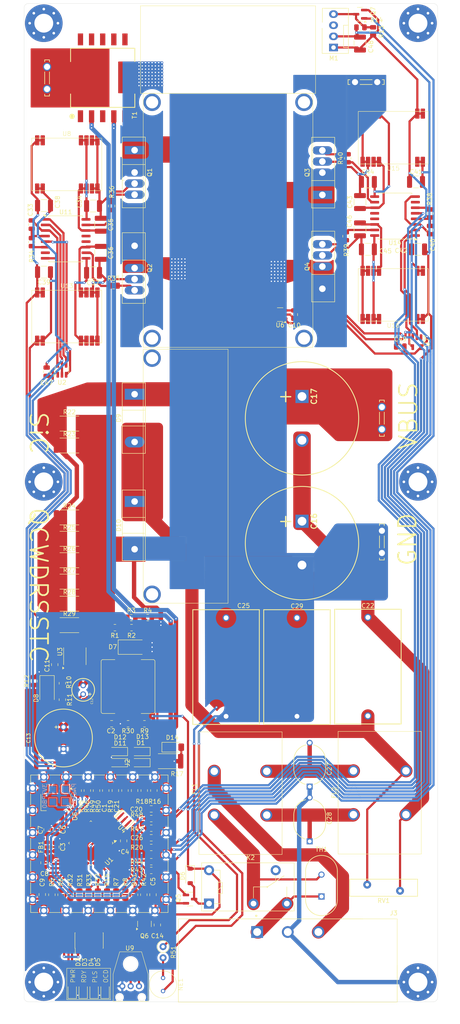
<source format=kicad_pcb>
(kicad_pcb (version 20241229) (generator "pcbnew") (generator_version "9.0")
  (layers (0 "F.Cu" signal) (2 "B.Cu" signal) (13 "F.Paste" user) (15 "B.Paste" user) (5 "F.SilkS" user "F.Silkscreen") (7 "B.SilkS" user "B.Silkscreen") (1 "F.Mask" user) (3 "B.Mask" user) (25 "Edge.Cuts" user))
  (net 0 "")
  (net 1 "VBUS_SENSE")
  (net 2 "GND")
  (net 3 "+3V3")
  (net 4 "+3.3VA")
  (net 5 "+12V")
  (net 6 "VBUS")
  (net 7 "G_U1")
  (net 8 "SW1")
  (net 9 "G_L1")
  (net 10 "G_U2")
  (net 11 "SW2")
  (net 12 "G_L2")
  (net 13 "Net-(R1-Pad2)")
  (net 14 "Net-(R2-Pad2)")
  (net 15 "CT-")
  (net 16 "CT+")
  (net 25 "NRST")
  (net 26 "TMS")
  (net 27 "LED2")
  (net 28 "GD_B")
  (net 29 "LED1")
  (net 30 "LED3")
  (net 31 "TDI")
  (net 32 "GD_A")
  (net 33 "TDO")
  (net 34 "RX")
  (net 35 "TCK")
  (net 37 "OCD")
  (net 38 "RELAY")
  (net 39 "Net-(U1-PF1)")
  (net 40 "Net-(U1-PF0)")
  (net 41 "GD_DIS")
  (net 42 "Net-(D6-A)")
  (net 44 "Net-(D2-A)")
  (net 45 "Net-(D3-A)")
  (net 46 "Net-(D4-A)")
  (net 47 "Net-(D5-A)")
  (net 48 "THERM")
  (net 49 "Net-(D7-K)")
  (net 50 "Net-(D8-K)")
  (net 51 "BUCK_FB")
  (net 52 "Net-(Q6-G)")
  (net 53 "LED4")
  (net 55 "CTI+")
  (net 56 "Net-(D1-K)")
  (net 57 "CTI-")
  (net 59 "Net-(M1-PWM)")
  (net 60 "FAN")
  (net 61 "Net-(J1-NC{slash}TDI)")
  (net 62 "Net-(J1-SWO{slash}TDO)")
  (net 63 "Net-(J5-Pin_1)")
  (net 64 "Earth_Protective")
  (net 65 "AC1")
  (net 66 "AC2")
  (net 67 "ACI2")
  (net 68 "ACI1")
  (net 73 "Net-(U6-V_{OUT})")
  (net 74 "Net-(NE1-Pad1)")
  (net 75 "GD_U1_-")
  (net 76 "K_U1")
  (net 77 "K_L1")
  (net 78 "K_U2")
  (net 79 "K_L2")
  (net 81 "Net-(U11-DT)")
  (net 82 "Net-(U11-OUTB)")
  (net 83 "Net-(U11-OUTA)")
  (net 87 "GD_U1_+")
  (net 88 "GD_L1_-")
  (net 89 "GD_L1_+")
  (net 90 "Net-(U3-VCC)")
  (net 91 "VDRIVE_SENSE")
  (net 92 "Net-(J1-SWCLK{slash}TCK)")
  (net 93 "GD_U2_+")
  (net 94 "GD_U2_-")
  (net 95 "GD_L2_+")
  (net 96 "GD_L2_-")
  (net 97 "Net-(U14-DT)")
  (net 98 "Net-(U14-OUTA)")
  (net 99 "Net-(U14-OUTB)")
  (net 149 "Net-(U11-INA)")
  (net 150 "Net-(J1-SWDIO{slash}TMS)")
  (net 151 "Net-(J1-~{RESET})")
  (net 152 "Net-(U1-PB0)")
  (net 153 "Net-(Q6-D)")
  (net 154 "Net-(U1-PB7)")
  (net 155 "Net-(U1-PB8)")
  (net 156 "Net-(U11-INB)")
  (net 157 "Net-(U11-DIS)")
  (net 158 "Net-(U14-DIS)")
  (net 159 "Net-(U14-INA)")
  (net 160 "Net-(U14-INB)")
  (net 161 "Net-(R30-Pad1)")
  (net 162 "Net-(R3-Pad2)")
  (net 163 "Net-(C27-Pad2)")
  (net 164 "Net-(C28-Pad1)")
  (net 166 "Net-(J3-N)")
  (net 167 "Net-(U1-PA7)")
  (net 168 "Net-(U1-PA6)")
  (footprint "Library:890324026034" (layer "F.Cu") (at 141.6 174.8 -90)
    (property "Reference" "C29")
    (property "Value" "890324026034")
  )
  (footprint "Diode_SMD:D_MiniMELF" (layer "F.Cu") (at 113.4 193.1)
    (property "Reference" "D14")
    (property "Value" "BZV55B3V3")
  )
  (footprint "Resistor_SMD:R_0805_2012Metric" (layer "F.Cu") (at 102.3 203 -90)
    (property "Reference" "R19")
    (property "Value" "1k")
  )
  (footprint "Resistor_SMD:R_2512_6332Metric" (layer "F.Cu") (at 89.6 160.34)
    (property "Reference" "R28")
    (property "Value" "100k")
  )
  (footprint "MountingHole:MountingHole_4.3mm_M4_Pad_Via" (layer "F.Cu") (at 83.75 132.5)
    (property "Reference" "H6" (hide yes))
    (property "Value" "MountingHole_Pad")
  )
  (footprint "Capacitor_SMD:C_0805_2012Metric" (layer "F.Cu") (at 86.6125 211.9625 90)
    (property "Reference" "C6")
    (property "Value" "10n")
  )
  (footprint "Resistor_SMD:R_0805_2012Metric" (layer "F.Cu") (at 108.3 221.25 180)
    (property "Reference" "R43")
    (property "Value" "100R")
  )
  (footprint "Resistor_SMD:R_0805_2012Metric" (layer "F.Cu") (at 93.7 203 90)
    (property "Reference" "R46")
    (property "Value" "100R")
  )
  (footprint "Resistor_SMD:R_0805_2012Metric" (layer "F.Cu") (at 106.75 187.75 180)
    (property "Reference" "R9")
    (property "Value" "7.5k")
  )
  (footprint "Capacitor_SMD:C_1210_3225Metric" (layer "F.Cu") (at 96.75 80.2 -90)
    (property "Reference" "C36")
    (property "Value" "22u")
  )
  (footprint "Resistor_SMD:R_0805_2012Metric" (layer "F.Cu") (at 94 226.7875 90)
    (property "Reference" "R33")
    (property "Value" "100R")
  )
  (footprint "Resistor_SMD:R_0805_2012Metric" (layer "F.Cu") (at 89.8 226.8 90)
    (property "Reference" "R32")
    (property "Value" "100R")
  )
  (footprint "Package_SO:SOIC-16W_7.5x10.3mm_P1.27mm" (layer "F.Cu") (at 88.75 77)
    (property "Reference" "U11")
    (property "Value" "UCC21520DW")
  )
  (footprint "Library:THERMISTOR_PTCEL13_5MM_VIS" (layer "F.Cu") (at 147.2 224.7 90)
    (property "Reference" "TH1")
    (property "Value" "PTCEL13R600LTE")
  )
  (footprint "Diode_SMD:D_SMA" (layer "F.Cu") (at 104.25 170.25)
    (property "Reference" "D7")
    (property "Value" "US2MA")
  )
  (footprint "Package_SO:SOIC-16W_7.5x10.3mm_P1.27mm" (layer "F.Cu") (at 164 71.8 180)
    (property "Reference" "U14")
    (property "Value" "UCC21520DW")
  )
  (footprint "Capacitor_SMD:C_0805_2012Metric" (layer "F.Cu") (at 84.5 211.9625 90)
    (property "Reference" "C7")
    (property "Value" "10u")
  )
  (footprint "Crystal:Resonator_SMD_Murata_CSTxExxV-3Pin_3.0x1.1mm" (layer "F.Cu") (at 102.246878 209.556066 -45)
    (property "Reference" "U4")
    (property "Value" "CSTNE8M00G550000R0")
  )
  (footprint "Connector_PinHeader_1.27mm:PinHeader_2x05_P1.27mm_Vertical_SMD" (layer "F.Cu") (at 94.1 237.25 90)
    (property "Reference" "J1" (hide yes))
    (property "Value" "FTSH-105-01-L-DV-K-P")
  )
  (footprint "RF_Shielding:Wuerth_36503305_30x30mm" (layer "F.Cu") (at 96.445406 215.154594)
    (property "Reference" "J2")
    (property "Value" "36503305")
  )
  (footprint "Resistor_SMD:R_0805_2012Metric" (layer "F.Cu") (at 88 178.5 90)
    (property "Reference" "R10")
    (property "Value" "10k")
  )
  (footprint "LED_SMD:LED_0805_2012Metric" (layer "F.Cu") (at 97.75 248.8125 90)
    (property "Reference" "D5")
    (property "Value" "OCD_LED")
  )
  (footprint "Resistor_SMD:R_0805_2012Metric" (layer "F.Cu") (at 87.7 226.8 -90)
    (property "Reference" "R6")
    (property "Value" "1k")
  )
  (footprint "Package_TO_SOT_SMD:SOT-223-3_TabPin2" (layer "F.Cu") (at 86.5 205.7 -90)
    (property "Reference" "U5")
    (property "Value" "NCP1117-3.3_SOT223")
  )
  (footprint "Resistor_SMD:R_2512_6332Metric" (layer "F.Cu") (at 89.6 165.23)
    (property "Reference" "R29")
    (property "Value" "100k")
  )
  (footprint "Resistor_SMD:R_2512_6332Metric" (layer "F.Cu") (at 112.0625 196.3 180)
    (property "Reference" "R17")
    (property "Value" "2R")
  )
  (footprint "Inductor_SMD:L_0805_2012Metric" (layer "F.Cu") (at 84.5 215.9 90)
    (property "Reference" "FB1")
    (property "Value" "FerriteBead_Small")
  )
  (footprint "Resistor_SMD:R_0805_2012Metric" (layer "F.Cu") (at 159 29.6 -90)
    (property "Reference" "R13")
    (property "Value" "4k7")
  )
  (footprint "Library:SPADE_726386-2" (layer "F.Cu") (at 159.94 41.2 180)
    (property "Reference" "J4" (hide yes))
    (property "Value" "Conn_01x01")
  )
  (footprint "Resistor_SMD:R_2512_6332Metric" (layer "F.Cu") (at 89.6 124.2)
    (property "Reference" "R23")
    (property "Value" "100k")
  )
  (footprint "Resistor_SMD:R_0805_2012Metric" (layer "F.Cu") (at 106.7 203 -90)
    (property "Reference" "R18")
    (property "Value" "1k")
  )
  (footprint "LED_SMD:LED_0805_2012Metric" (layer "F.Cu") (at 90.25 248.8125 90)
    (property "Reference" "D2")
    (property "Value" "P_LED")
  )
  (footprint "Resistor_SMD:R_0805_2012Metric" (layer "F.Cu") (at 108.9 203 -90)
    (property "Reference" "R16")
    (property "Value" "1k")
  )
  (footprint "Package_SO:SO-8_3.9x4.9mm_P1.27mm" (layer "F.Cu") (at 90.845 172.325 90)
    (property "Reference" "U3")
    (property "Value" "AP3928S-13")
  )
  (footprint "Library:C40_Half" (layer "F.Cu") (at 143.2 102.218 180)
    (property "Reference" "HS2" (hide yes))
    (property "Value" "Heatsink_Pad" (hide yes))
  )
  (footprint "Library:2m2 25V 860010478021" (layer "F.Cu") (at 88.25 191 90)
    (property "Reference" "C13")
    (property "Value" "2200u")
  )
  (footprint "Resistor_SMD:R_0805_2012Metric" (layer "F.Cu") (at 85.6 226.8 -90)
    (property "Reference" "R5")
    (property "Value" "1k")
  )
  (footprint "Resistor_SMD:R_0805_2012Metric" (layer "F.Cu") (at 103.75 163.5)
    (property "Reference" "R3")
    (property "Value" "500k")
  )
  (footprint "Capacitor_SMD:C_1210_3225Metric" (layer "F.Cu") (at 96.75 73.775 -90)
    (property "Reference" "C35")
    (property "Value" "22u")
  )
  (footprint "Resistor_SMD:R_2512_6332Metric" (layer "F.Cu") (at 89.6 145.51)
    (property "Reference" "R25")
    (property "Value" "100k")
  )
  (footprint "Library:NEON-A1A" (layer "F.Cu") (at 111 247.3 -90)
    (property "Reference" "NE1")
    (property "Value" "Lamp_Neon")
  )
  (footprint "Library:MGJ1V" (layer "F.Cu") (at 82.25 100.25)
    (property "Reference" "U13")
    (property "Value" "MGJ1D121505VMC-R7")
  )
  (footprint "Library:MGJ1V" (layer "F.Cu") (at 170.35 48.4 180)
    (property "Reference" "U15")
    (property "Value" "MGJ1D121505VMC-R7")
  )
  (footprint "Capacitor_SMD:C_1210_3225Metric" (layer "F.Cu") (at 156 74.835 90)
    (property "Reference" "C46")
    (property "Value" "22u")
  )
  (footprint "Resistor_SMD:R_0805_2012Metric" (layer "F.Cu") (at 99.7 87.7)
    (property "Reference" "R35")
    (property "Value" "10R")
  )
  (footprint "MountingHole:MountingHole_4.3mm_M4_Pad_Via" (layer "F.Cu") (at 169.25 27.75)
    (property "Reference" "H5" (hide yes))
    (property "Value" "MountingHole_Pad")
  )
  (footprint "Library:7492540200" (layer "F.Cu") (at 97.21 40.225 90)
    (property "Reference" "T1")
    (property "Value" "7492540200")
  )
  (footprint "Capacitor_SMD:C_0805_2012Metric" (layer "F.Cu") (at 84.4 107.35 -90)
    (property "Reference" "C47")
    (property "Value" "0.1u")
  )
  (footprint "Library:7448041502" (layer "F.Cu") (at 154.5 198.5 -90)
    (property "Reference" "FL2")
    (property "Value" "7448041502" (hide yes))
  )
  (footprint "Resistor_SMD:R_0805_2012Metric" (layer "F.Cu") (at 107.5 163.5)
    (property "Reference" "R4")
    (property "Value" "7.5k")
  )
  (footprint "Resistor_SMD:R_0805_2012Metric" (layer "F.Cu") (at 102.4 226.7875 -90)
    (property "Reference" "R8")
    (property "Value" "1k")
  )
  (footprint "Library:SPADE_726386-2" (layer "F.Cu") (at 161 148.75 90)
    (property "Reference" "J7" (hide yes))
    (property "Value" "Conn_01x01")
  )
  (footprint "Package_TO_SOT_SMD:SOT-23-5" (layer "F.Cu") (at 169 100.6 -90)
    (property "Reference" "U7")
    (property "Value" "74LVC1G14")
  )
  (footprint "Resistor_SMD:R_0805_2012Metric" (layer "F.Cu") (at 103.8 165.8)
    (property "Reference" "R2")
    (property "Value" "500k")
  )
  (footprint "Capacitor_SMD:C_0805_2012Metric" (layer "F.Cu") (at 100.1 203 90)
    (property "Reference" "C1")
    (property "Value" "0.1u")
  )
  (footprint "Package_TO_SOT_SMD:SOT-23" (layer "F.Cu") (at 117.1625 227.8)
    (property "Reference" "Q5")
    (property "Value" "T2N7002AK")
  )
  (footprint "MountingHole:MountingHole_4.3mm_M4_Pad_Via" (layer "F.Cu") (at 169.25 132.5)
    (property "Reference" "H7" (hide yes))
    (property "Value" "MountingHole_Pad")
  )
  (footprint "Resistor_SMD:R_0805_2012Metric" (layer "F.Cu") (at 104.5 226.8 90)
    (property "Reference" "R41")
    (property "Value" "100R")
  )
  (footprint "Resistor_SMD:R_0805_2012Metric" (layer "F.Cu") (at 108.3 219.25 180)
    (property "Reference" "R44")
    (property "Value" "100R")
  )
  (footprint "Resistor_SMD:R_0805_2012Metric" (layer "F.Cu") (at 108.3 209.4)
    (property "Reference" "R48")
    (property "Value" "100R")
  )
  (footprint "Library:ESMQ201VSN102MQ35S" (layer "F.Cu") (at 142.75 113 -90)
    (property "Reference" "C17")
    (property "Value" "ESMQ201VSN102MQ35S" (hide yes))
  )
  (footprint "Package_TO_SOT_THT:TO-247-4_Vertical" (layer "F.Cu") (at 147.4 88.4 90)
    (property "Reference" "Q4")
    (property "Value" "C3M0120100K")
  )
  (footprint "Package_TO_SOT_THT:TO-247-4_Vertical" (layer "F.Cu") (at 147.4 66.96 90)
    (property "Reference" "Q3")
    (property "Value" "C3M0120100K")
  )
  (footprint "Capacitor_SMD:C_1210_3225Metric" (layer "F.Cu") (at 168.8 64)
    (property "Reference" "C41")
    (property "Value" "22u")
  )
  (footprint "Capacitor_SMD:C_0805_2012Metric" (layer "F.Cu") (at 99.25 187.75)
    (property "Reference" "C2")
    (property "Value" "0.1u")
  )
  (footprint "Capacitor_SMD:C_1210_3225Metric" (layer "F.Cu") (at 83.8 69.4 180)
    (property "Reference" "C38")
    (property "Value" "22u")
  )
  (footprint "Resistor_SMD:R_0805_2012Metric" (layer "F.Cu") (at 91.9 226.8 90)
    (property "Reference" "R31")
    (property "Value" "100R")
  )
  (footprint "Resistor_SMD:R_0805_2012Metric" (layer "F.Cu") (at 156.1 28.7)
    (property "Reference" "R14")
    (property "Value" "6k8")
  )
  (footprint "Library:DE1E3RA222MA4BP01F" (layer "F.Cu") (at 144.5 209.6 90)
    (property "Reference" "C28")
    (property "Value" "DE1E3RA222MA4BP01F")
  )
  (footprint "Diode_SMD:Nexperia_CFP3_SOD-123W" (layer "F.Cu") (at 105.790625 196.640625 180)
    (property "Reference" "D1")
    (property "Value" "PMEG3010BER")
  )
  (footprint "Package_TO_SOT_THT:TO-247-4_Vertical" (layer "F.Cu") (at 104.5 78.59 -90)
    (property "Reference" "Q2")
    (property "Value" "C3M0120100K")
  )
  (footprint "Package_TO_SOT_SMD:SOT-23" (layer "F.Cu") (at 137.75 94.3 180)
    (property "Reference" "U6")
    (property "Value" "MCP9700T-E/TT")
  )
  (footprint "Library:DE1E3RA222MA4BP01F" (layer "F.Cu") (at 144.5 197.1 90)
    (property "Reference" "C27")
    (property "Value" "DE1E3RA222MA4BP01F")
  )
  (footprint "Capacitor_SMD:C_1210_3225Metric" (layer "F.Cu") (at 157.8 79.4 180)
    (property "Reference" "C45")
    (property "Value" "22u")
  )
  (footprint "Capacitor_SMD:C_0805_2012Metric" (layer "F.Cu") (at 172 75 -90)
    (property "Reference" "C40")
    (property "Value" "0.1u")
  )
  (footprint "Capacitor_SMD:C_1210_3225Metric" (layer "F.Cu") (at 157.8 64)
    (property "Reference" "C44")
    (property "Value" "22u")
  )
  (footprint "Capacitor_SMD:C_0805_2012Metric" (layer "F.Cu") (at 141 94.3 -90)
    (property "Reference" "C10")
    (property "Value" "1n")
  )
  (footprint "Capacitor_SMD:C_1210_3225Metric" (layer "F.Cu") (at 95 69.5)
    (property "Reference" "C34")
    (property "Value" "22u")
  )
  (footprint "Library:MGJ1V" (layer "F.Cu") (at 82.25 65.5)
    (property "Reference" "U8")
    (property "Value" "MGJ1D121505VMC-R7")
  )
  (footprint "Capacitor_SMD:C_0805_2012Metric" (layer "F.Cu") (at 108.3 213.8)
    (property "Reference" "C26")
    (property "Value" "0.1u")
  )
  (footprint "Library:890324026034" (layer "F.Cu") (at 157.8 174.7 90)
    (property "Reference" "C22")
    (property "Value" "890324026034")
  )
  (footprint "Capacitor_SMD:C_1210_3225Metric" (layer "F.Cu") (at 169.275 79.4)
    (property "Reference" "C42")
    (property "Value" "22u")
  )
  (footprint "Inductor_SMD:L_Bourns_SRR1210A" (layer "F.Cu") (at 103 179.25 -90)
    (property "Reference" "L2" (hide yes))
    (property "Value" "SRR1210A-821M")
  )
  (footprint "Library:SPADE_726386-2" (layer "F.Cu") (at 84.5 42.79 90)
    (property "Reference" "J5" (hide yes))
    (property "Value" "Conn_01x01")
  )
  (footprint "LED_SMD:LED_0805_2012Metric" (layer "F.Cu") (at 95.25 248.8125 90)
    (property "Reference" "D4")
    (property "Value" "PULSE_LED")
  )
  (footprint "Capacitor_SMD:C_0805_2012Metric" (layer "F.Cu") (at 165.2 101.6)
    (property "Reference" "C49")
    (property "Value" "0.1u")
  )
  (footprint "Package_TO_SOT_THT:TO-247-4_Vertical" (layer "F.Cu") (at 104.5 56.75 -90)
    (property "Reference" "Q1")
    (property "Value" "C3M0120100K")
  )
  (footprint "Library:QUALTEK_703W-00_52" (layer "F.Cu") (at 132.5 235.3125)
    (property "Reference" "J3")
    (property "Value" "703W-00_52")
  )
  (footprint "Capacitor_SMD:C_0805_2012Metric" (layer "F.Cu") (at 102 214.5 -90)
    (property "Reference" "C4")
    (property "Value" "0.1u")
  )
  (footprint "Library:IF-D95" (layer "F.Cu") (at 107.0925 251.1675 180)
    (property "Reference" "U9")
    (property "Value" "IF D95-T")
    (fp_circle (center 6.0325 0.945) (end 6.82 0.945) (stroke (width 0.05)) (fill no) (layer "Edge.Cuts"))
    (fp_circle (center 3.4925 8.565) (end 5.08 8.565) (stroke (width 0.05)) (fill no) (layer "Edge.Cuts"))
    (fp_circle (center 0.9528 0.945) (end 1.7403 0.945) (stroke (width 0.05)) (fill no) (layer "Edge.Cuts"))
  )
  (footprint "Diode_SMD:Nexperia_CFP3_SOD-123W" (layer "F.Cu") (at 100.640625 194.1 180)
    (property "Reference" "D12")
    (property "Value" "PMEG3010BER")
  )
  (footprint "Diode_SMD:Nexperia_CFP3_SOD-123W" (layer "F.Cu") (at 105.790625 194.1 180)
    (property "Reference" "D13")
    (property "Value" "PMEG3010BER")
  )
  (footprint "Connector:FanPinHeader_1x04_P2.54mm_Vertical" (layer "F.Cu") (at 149.95 33.3 90)
    (property "Reference" "M1")
    (property "Value" "Fan_CPU_4pin")
  )
  (footprint "Diode_SMD:D_SMA" (layer "F.Cu") (at 84.5 180.25 -90)
    (property "Reference" "D8")
    (property "Value" "US2MA")
  )
  (footprint "Package_QFP:LQFP-32_7x7mm_P0.8mm" (layer "F.Cu") (at 94.5 215 -135)
    (property "Reference" "U1")
    (property "Value" "STM32G431KBTx")
  )
  (footprint "Capacitor_SMD:C_1210_3225Metric" (layer "F.Cu") (at 83.8 84.6 180)
    (property "Reference" "C39")
    (property "Value" "22u")
  )
  (footprint "Capacitor_SMD:C_0805_2012Metric" (layer "F.Cu") (at 86.5 215.9 90)
    (property "Reference" "C3")
    (property "Value" "0.1u")
  )
  (footprint "Package_TO_SOT_SMD:SOT-23" (layer "F.Cu") (at 106.75 233.4625 90)
    (property "Reference" "Q6")
    (property "Value" "T2N7002AK")
  )
  (footprint "Library:890324026034" (layer "F.Cu") (at 125.4 174.8 -90)
    (property "Reference" "C25")
    (property "Value" "890324026034")
  )
  (footprint "Resistor_SMD:R_0805_2012Metric" (layer "F.Cu") (at 152.8 76.4 -90)
    (property "Reference" "R39")
    (property "Value" "10R")
  )
  (footprint "Diode_SMD:Nexperia_CFP3_SOD-123W" (layer "F.Cu") (at 100.640625 196.640625 180)
    (property "Reference" "D11")
    (property "Value" "PMEG3010BER")
  )
  (footprint "Resistor_SMD:R_0805_2012Metric" (layer "F.Cu") (at 99.25 69.5 90)
    (property "Reference" "R36")
    (property "Value" "10R")
  )
  (footprint "Capacitor_SMD:C_0805_2012Metric" (layer "F.Cu") (at 109.7 233.7 90)
    (property "Reference" "C14")
    (property "Value" "10u")
  )
  (footprint "Resistor_SMD:R_2512_6332Metric" (layer "F.Cu") (at 89.6 150.4)
    (property "Reference" "R26")
    (property "Value" "100k")
  )
  (footprint "Resistor_SMD:R_0805_2012Metric" (layer "F.Cu") (at 106.6 226.8 90)
    (property "Reference" "R42")
    (property "Value" "10k")
  )
  (footprint "Capacitor_SMD:C_0805_2012Metric" (layer "F.Cu") (at 104.5 203 -90)
    (property "Reference" "C21")
    (property "Value" "150p")
  )
  (footprint "Resistor_SMD:R_0805_2012Metric" (layer "F.Cu") (at 103 187.75 180)
    (property "Reference" "R30")
    (property "Value" "1k")
  )
  (footprint "LED_SMD:LED_0805_2012Metric" (layer "F.Cu") (at 92.75 248.8125 90)
    (property "Reference" "D3")
    (property "Value" "READY_LED")
  )
  (footprint "Resistor_SMD:R_2512_6332Metric" (layer "F.Cu") (at 89.6 140.62)
    (property "Reference" "R24")
    (property "Value" "100k")
  )
  (footprint "Resistor_SMD:R_0805_2012Metric" (layer "F.Cu") (at 88 182.25 -90)
    (property "Reference" "R11")
    (property "Value" "39k")
  )
  (footprint "Capacitor_SMD:C_0805_2012Metric" (layer "F.Cu") (at 81 73.75 90)
    (property "Reference" "C33")
    (property "Value" "0.1u")
  )
  (footprint "Package_TO_SOT_SMD:SOT-23-5" (layer "F.Cu") (at 87.9 106.9 90)
    (property "Reference" "U2")
    (property "Value" "74LVC1G14")
  )
  (footprint "MountingHole:MountingHole_4.3mm_M4_Pad_Via" (layer "F.Cu") (at 83.75 246.75)
    (property "Reference" "H9" (hide yes))
    (property "Value" "MountingHole_Pad")
  )
  (footprint "Capacitor_SMD:C_0805_2012Metric" (layer "F.Cu") (at 108.7 226.8 -90)
    (property "Reference" "C5")
    (property "Value" "10u")
  )
  (footprint "Library:C40" (layer "F.Cu") (at 108.5 101.782)
    (property "Reference" "HS1" (hide yes))
    (property "Value" "Heatsink_Pad")
  )
  (footprint "Resistor_SMD:R_0805_2012Metric" (layer "F.Cu") (at 91.6 203.0125 90)
    (property "Reference" "R45")
    (property "Value" "100R")
  )
  (footprint "MountingHole:MountingHole_4.3mm_M4_Pad_Via" (layer "F.Cu") (at 83.75 27.75)
    (property "Reference" "H8" (hide yes))
    (property "Value" "MountingHole_Pad")
  )
  (footprint "Resistor_SMD:R_0805_2012Metric" (layer "F.Cu") (at 81 77.75 -90)
    (property "Reference" "R34")
    (property "Value" "5k1")
  )
  (footprint "Capacitor_SMD:C_0805_2012Metric" (layer "F.Cu") (at 83.4 226.75 -90)
    (property "Reference" "C9")
    (property "Value" "10u")
  )
  (footprint "Resistor_SMD:R_0805_2012Metric" (layer "F.Cu") (at 108.3 211.6)
    (property "Reference" "R47")
    (property "Value" "100R")
  )
  (footprint "Library:7448041502" (layer "F.Cu") (at 122.7 198.6 -90)
    (property "Reference" "FL1")
    (property "Value" "7448041502" (hide yes))
  )
  (footprint "Resistor_SMD:R_0805_2012Metric" (layer "F.Cu") (at 153.2 58.6 90)
    (property "Reference" "R40")
    (property "Value" "10R")
  )
  (footprint "Resistor_THT:R_Axial_DIN0207_L6.3mm_D2.5mm_P2.54mm_Vertical" (layer "F.Cu") (at 111 238.655 -90)
    (property "Reference" "R51")
    (property "Value" "R")
  )
  (footprint "Capacitor_SMD:C_1210_3225Metric" (layer "F.Cu") (at 95 84.75 180)
    (property "Reference" "C37")
    (property "Value" "22u")
  )
  (footprint "Capacitor_SMD:C_0805_2012Metric" (layer "F.Cu") (at 83.8 219.5 -90)
    (property "Reference" "C8")
    (property "Value" "10u")
  )
  (footprint "Library:SPADE_726386-2" (layer "F.Cu") (at 161 120.5 90)
    (property "Reference" "J6" (hide yes))
    (property "Value" "Conn_01x01")
  )
  (footprint "Resistor_SMD:R_0805_2012Metric" (layer "F.Cu") (at 96.1 226.7875 90)
    (property "Reference" "R37")
    (property "Value" "100R")
  )
  (footprint "Resistor_SMD:R_0805_2012Metric" (layer "F.Cu") (at 98.2 226.7875 90)
    (property "Reference" "R15")
    (property "Value" "100R")
  )
  (footprint "Package_TO_SOT_THT:TO-247-2_Vertical" (layer "F.Cu") (at 104.5 112.486 -90)
    (property "Reference" "D9")
    (property "Value" "APT75DQ120BG")
  )
  (footprint "Resistor_SMD:R_0805_2012Metric" (layer "F.Cu") (at 81.5 178 90)
    (property "Reference" "R12")
    (property "Value" "10k")
  )
  (footprint "Resistor_SMD:R_0805_2012Metric" (layer "F.Cu") (at 95.8 203.0125 90)
    (property "Reference" "R49")
    (property "Value" "1k")
  )
  (footprint "Resistor_SMD:R_2512_6332Metric" (layer "F.Cu") (at 89.6 119.2)
    (property "Reference" "R22")
    (property "Value" "100k")
  )
  (footprint "Capacitor_SMD:C_1210_3225Metric" (layer "F.Cu") (at 156 32.4 90)
    (property "Reference" "C48")
    (property "Value" "22u")
  )
  (footprint "Package_TO_SOT_SMD:SOT-23" (layer "F.Cu") (at 156.0375 25.7 180)
    (property "Reference" "Q7")
    (property "Value" "T2N7002AK")
  )
  (footprint "Resistor_SMD:R_0805_2012Metric" (layer "F.Cu") (at 97.9 203 -90)
    (property "Reference" "R50")
    (property "Value" "1k")
  )
  (footprint "Resistor_SMD:R_0805_2012Metric" (layer "F.Cu") (at 100 165.8)
    (property "Reference" "R1")
    (property "Value" "500k")
  )
  (footprint "Package_TO_SOT_THT:TO-247-2_Vertical" (layer "F.Cu") (at 104.5 136.986 -90)
    (property "Reference" "D10")
    (property "Value" "APT75DQ120BG")
  )
  (footprint "Resistor_SMD:R_2512_6332Metric" (layer "F.Cu") (at 89.6 155.29)
    (property "Reference" "R27")
    (property "Value" "100k")
  )
  (footprint "Varistor:RV_Disc_D15.5mm_W3.9mm_P7.5mm" (layer "F.Cu") (at 157.65 224.5)
    (property "Reference" "RV1")
    (property "Value" "Varistor")
  )
  (footprint "Diode_SMD:D_SOD-123" (layer "F.Cu") (at 117.2 222.5 -90)
    (property "Reference" "D6")
    (property "Value" "BAV16W")
  )
  (footprint "Relay_THT:Relay_SPDT_Omron-G5Q-1" (layer "F.Cu") (at 121.5 228.82)
    (property "Reference" "K2")
    (property "Value" "G5Q-1")
  )
  (footprint "Library:MGJ1V" (layer "F.Cu") (at 170.35 84.3 180)
    (property "Reference" "U16")
    (property "Value" "MGJ1D121505VMC-R7")
  )
  (footprint "Resistor_SMD:R_0805_2012Metric" (layer "F.Cu") (at 172 71.2 90)
    (property "Reference" "R38")
    (property "Value" "5k1")
  )
  (footprint "Resistor_SMD:R_0805_2012Metric" (layer "F.Cu") (at 108.3 216 180)
    (property "Reference" "R20")
    (property "Value" "1k")
  )
  (footprint "Capacitor_SMD:C_0805_2012Metric" (layer "F.Cu") (at 108.3 207.2)
    (property "Reference" "C20")
    (property "Value" "1n")
  )
  (footprint "MountingHole:MountingHole_4.3mm_M4_Pad_Via" (layer "F.Cu") (at 169.25 246.75)
    (property "Reference" "H4" (hide yes))
    (property "Value" "MountingHole_Pad")
  )
  (footprint "Library:860010572002" (layer "F.Cu") (at 92.75 180 -90)
    (property "Reference" "C12")
    (property "Value" "10u")
  )
  (footprint "Resistor_SMD:R_0805_2012Metric" (layer "F.Cu") (at 100.3 226.7875 -90)
    (property "Reference" "R7")
    (property "Value" "1k")
  )
  (footprint "Capacitor_SMD:C_0805_2012Metric" (layer "F.Cu") (at 86.25 174.25 -90)
    (property "Reference" "C11")
    (property "Value" "0.1u")
  )
  (footprint "Capacitor_SMD:C_1210_3225Metric" (layer "F.Cu") (at 156 68.6 90)
    (property "Reference" "C43")
    (property "Value" "22u")
  )
  (footprint "Library:ESMQ201VSN102MQ35S" (layer "F.Cu") (at 142.75 141.5 -90)
    (property "Reference" "C16")
    (property "Value" "ESMQ201VSN102MQ35S" (hide yes))
  )
  (footprint "TestPoint:TestPoint_Pad_1.5x1.5mm" (layer "B.Cu") (at 85.8 202.75)
    (property "Reference" "TP4" (hide yes))
    (property "Value" "TestPoint")
  )
  (footprint "TestPoint:TestPoint_Pad_1.5x1.5mm" (layer "B.Cu") (at 85.8 205.6)
    (property "Reference" "TP1" (hide yes))
    (property "Value" "TestPoint")
  )
  (footprint "TestPoint:TestPoint_Pad_1.5x1.5mm" (layer "B.Cu") (at 88.7 202.7)
    (property "Reference" "TP3" (hide yes))
    (property "Value" "TestPoint")
  )
  (footprint "TestPoint:TestPoint_Pad_1.5x1.5mm" (layer "B.Cu") (at 88.7 205.55)
    (property "Reference" "TP2" (hide yes))
    (property "Value" "TestPoint")
  )
  (gr_rect (start 89 243.6) (end 99 250.75) (stroke (width 0.1)) (fill no) (layer "F.SilkS"))
  (gr_line (start 80.25 251.25) (end 172.75 251.25) (stroke (width 0.05)) (layer "Edge.Cuts"))
  (gr_line (start 173.75 250.25) (end 173.75 24.25) (stroke (width 0.05)) (layer "Edge.Cuts"))
  (gr_line (start 172.75 23.25) (end 80.25 23.25) (stroke (width 0.05)) (layer "Edge.Cuts"))
  (gr_arc (start 173.75 250.25) (mid 173.457107 250.957107) (end 172.75 251.25) (stroke (width 0.05)) (layer "Edge.Cuts"))
  (gr_arc (start 79.25 24.25) (mid 79.542893 23.542893) (end 80.25 23.25) (stroke (width 0.05)) (layer "Edge.Cuts"))
  (gr_arc (start 80.25 251.25) (mid 79.542893 250.957107) (end 79.25 250.25) (stroke (width 0.05)) (layer "Edge.Cuts"))
  (gr_line (start 79.25 24.25) (end 79.25 250.25) (stroke (width 0.05)) (layer "Edge.Cuts"))
  (gr_arc (start 172.75 23.25) (mid 173.457107 23.542893) (end 173.75 24.25) (stroke (width 0.05)) (layer "Edge.Cuts"))
  (gr_text "RDY" (at 93.5 247 90) (layer "F.SilkS") (effects (font (size 1 1) (thickness 0.1)) (justify left bottom)))
  (gr_text "PLS" (at 96 247 90) (layer "F.SilkS") (effects (font (size 1 1) (thickness 0.1)) (justify left bottom)))
  (gr_text "GND" (at 169.2 152 90) (layer "F.SilkS") (effects (font (size 4 4) (thickness 0.4)) (justify left bottom)))
  (gr_text "VBUS" (at 169.4 125.4 90) (layer "F.SilkS") (effects (font (size 4 4) (thickness 0.4)) (justify left bottom)))
  (gr_text "OCD" (at 98.5 247 90) (layer "F.SilkS") (effects (font (size 1 1) (thickness 0.1)) (justify left bottom)))
  (gr_text "SiC    QCWDRSSTC" (at 80.2 116.2 270) (layer "F.SilkS") (effects (font (size 4 4) (thickness 0.4)) (justify left bottom)))
  (gr_text "PWR" (at 91 247 90) (layer "F.SilkS") (effects (font (size 1 1) (thickness 0.1)) (justify left bottom)))
  (gr_text "PA7" (at 91.25 204.1 90) (layer "B.SilkS") (effects (font (size 1 1) (thickness 0.1)) (justify left bottom mirror)))
  (gr_text "PB0" (at 84.55 204.05 90) (layer "B.SilkS") (effects (font (size 1 1) (thickness 0.1)) (justify left bottom mirror)))
  (gr_text "3V3" (at 84.6 201.35 90) (layer "B.SilkS") (effects (font (size 1 1) (thickness 0.1)) (justify left bottom mirror)))
  (gr_text "PA6" (at 91.25 201.25 90) (layer "B.SilkS") (effects (font (size 1 1) (thickness 0.1)) (justify left bottom mirror)))
  (segment (start 93.1 207.4) (end 95 205.5) (width 0.5) (layer "F.Cu") (net 1))
  (segment (start 93.527728 210.06793) (end 93.1 209.640202) (width 0.5) (layer "F.Cu") (net 1))
  (segment (start 96.7 205.5) (end 97.9 204.3) (width 0.5) (layer "F.Cu") (net 1))
  (segment (start 97.9 204.3) (end 97.9 203.9125) (width 0.5) (layer "F.Cu") (net 1))
  (segment (start 93.1 209.640202) (end 93.1 207.4) (width 0.5) (layer "F.Cu") (net 1))
  (segment (start 97.9 203.9125) (end 100.0625 203.9125) (width 0.5) (layer "F.Cu") (net 1))
  (segment (start 95 205.5) (end 96.7 205.5) (width 0.5) (layer "F.Cu") (net 1))
  (segment (start 100.0625 203.9125) (end 100.1 203.95) (width 0.5) (layer "F.Cu") (net 1))
  (segment (start 86.5 214.9) (end 87.4 214) (width 0.5) (layer "F.Cu") (net 2))
  (segment (start 170.4 72.435) (end 171.6775 72.435) (width 0.5) (layer "F.Cu") (net 2))
  (segment (start 115.025 196.3) (end 113.5625 196.3) (width 1) (layer "F.Cu") (net 2))
  (segment (start 107.7 231.85) (end 109.3 230.25) (width 0.5) (layer "F.Cu") (net 2))
  (segment (start 108.4125 163.5) (end 110.5 163.5) (width 0.5) (layer "F.Cu") (net 2))
  (segment (start 169.1 84.3) (end 169.1 83.7) (width 0.5) (layer "F.Cu") (net 2))
  (segment (start 80.552 161.552) (end 80.552 160.971272) (width 0.5) (layer "F.Cu") (net 2))
  (segment (start 83.8 221) (end 84.6 221.8) (width 0.5) (layer "F.Cu") (net 2))
  (segment (start 81.5 177.0875) (end 81.5125 177.0875) (width 0.5) (layer "F.Cu") (net 2))
  (segment (start 126.6 233.9) (end 118.5 233.9) (width 0.5) (layer "F.Cu") (net 2))
  (segment (start 140.05 94.3) (end 136.8125 94.3) (width 0.5) (layer "F.Cu") (net 2))
  (segment (start 157.325 99.925) (end 152.65 95.25) (width 0.5) (layer "F.Cu") (net 2))
  (segment (start 83.8 220.45) (end 83.8 221) (width 0.5) (layer "F.Cu") (net 2))
  (segment (start 80.552 144.028728) (end 80.552 143.448) (width 0.5) (layer "F.Cu") (net 2))
  (segment (start 102 215.45) (end 102 215.75) (width 0.5) (layer "F.Cu") (net 2))
  (segment (start 112.1 227.45) (end 111.695406 227.854594) (width 0.5) (layer "F.Cu") (net 2))
  (segment (start 129.1 221.9) (end 129.1 231.4) (width 0.5) (layer "F.Cu") (net 2))
  (segment (start 100.1 202.05) (end 100.1 200.71) (width 0.5) (layer "F.Cu") (net 2))
  (segment (start 81.4 227.75) (end 81.35 227.7) (width 0.5) (layer "F.Cu") (net 2))
  (segment (start 156 33.875) (end 156 33.5125) (width 0.5) (layer "F.Cu") (net 2))
  (segment (start 80.962636 121.962636) (end 80.552 121.552) (width 0.5) (layer "F.Cu") (net 2))
  (segment (start 109.3 230.25) (end 109.3 228.35) (width 0.5) (layer "F.Cu") (net 2))
  (segment (start 82.4 163.4) (end 80.552 161.552) (width 0.5) (layer "F.Cu") (net 2))
  (segment (start 169.1 48.4) (end 169.1 40.6125) (width 0.5) (layer "F.Cu") (net 2))
  (segment (start 102 215.75) (end 101 216.75) (width 0.5) (layer "F.Cu") (net 2))
  (segment (start 85.275 68.075) (end 85.275 69.4) (width 0.5) (layer "F.Cu") (net 2))
  (segment (start 168.65 72.435) (end 170.4 72.435) (width 0.5) (layer "F.Cu") (net 2))
  (segment (start 81 74.7) (end 81 76.8375) (width 0.5) (layer "F.Cu") (net 2))
  (segment (start 100.209798 216.75) (end 99.43207 215.972272) (width 0.5) (layer "F.Cu") (net 2))
  (segment (start 95.89 241.3) (end 95.39 241.3) (width 0.5) (layer "F.Cu") (net 2))
  (segment (start 160.151 26.951) (end 157.95 24.75) (width 0.5) (layer "F.Cu") (net 2))
  (segment (start 170.35 84.3) (end 169.1 84.3) (width 0.5) (layer "F.Cu") (net 2))
  (segment (start 169.1 48.4) (end 170.35 48.4) (width 0.5) (layer "F.Cu") (net 2))
  (segment (start 157.95 24.75) (end 156.975 24.75) (width 0.5) (layer "F.Cu") (net 2))
  (segment (start 168.05 99.4625) (end 168.05 98.35) (width 0.5) (layer "F.Cu") (net 2))
  (segment (start 140.05 94.3) (end 141 95.25) (width 0.5) (layer "F.Cu") (net 2))
  (segment (start 109.5 161.25) (end 106.75 161.25) (width 1) (layer "F.Cu") (net 2))
  (segment (start 85.4 86.6) (end 85.4 84.725) (width 0.5) (layer "F.Cu") (net 2))
  (segment (start 88.85 108.0375) (end 89.751 107.1365) (width 0.5) (layer "F.Cu") (net 2))
  (segment (start 89.202 130.202) (end 88.791364 129.791364) (width 0.5) (layer "F.Cu") (net 2))
  (segment (start 166.4 99.162075) (end 165.637075 99.925) (width 0.5) (layer "F.Cu") (net 2))
  (segment (start 119.2 192.3) (end 119.2 212) (width 0.5) (layer "F.Cu") (net 2))
  (segment (start 84.5 211.0125) (end 86.6125 211.0125) (width 0.5) (layer "F.Cu") (net 2))
  (segment (start 110.5 162.25) (end 109.5 161.25) (width 1) (layer "F.Cu") (net 2))
  (segment (start 110.5 165.25) (end 110.5 163.5) (width 1) (layer "F.Cu") (net 2))
  (segment (start 89.3 211.4) (end 89.3 211.497056) (width 0.5) (layer "F.Cu") (net 2))
  (segment (start 89.56793 214.027728) (end 89.153702 213.6135) (width 0.5) (layer "F.Cu") (net 2))
  (segment (start 109.7 232.75) (end 107.75 232.75) (width 0.5) (layer "F.Cu") (net 2))
  (segment (start 104.38 158.88) (end 104.38 147.886) (width 1) (layer "F.Cu") (net 2))
  (segment (start 83.5 65.5) (end 82.25 65.5) (width 0.5) (layer "F.Cu") (net 2))
  (segment (start 88.9 211) (end 89.3 211.4) (width 0.5) (layer "F.Cu") (net 2))
  (segment (start 88.791364 129.791364) (end 80.962636 121.962636) (width 0.5) (layer "F.Cu") (net 2))
  (segment (start 110.51 213.8) (end 111.85 212.46) (width 0.5) (layer "F.Cu") (net 2))
  (segment (start 92.75 249.75) (end 90.25 249.75) (width 0.5) (layer "F.Cu") (net 2))
  (segment (start 110.5 163.5) (end 110.5 162.25) (width 1) (layer "F.Cu") (net 2))
  (segment (start 83.5 65.5) (end 83.5 66.3) (width 0.5) (layer "F.Cu") (net 2))
  (segment (start 113.2 246.6) (end 111 248.8) (width 0.5) (layer "F.Cu") (net 2))
  (segment (start 89.202 134.789364) (end 89.202 134.208636) (width 0.5) (layer "F.Cu") (net 2))
  (segment (start 96.64 240.55) (end 95.89 241.3) (width 0.5) (layer "F.Cu") (net 2))
  (segment (start 84.6 221.8) (end 87.1 221.8) (width 0.5) (layer "F.Cu") (net 2))
  (segment (start 100.2 187.75) (end 101.25 187.75) (width 0.5) (layer "F.Cu") (net 2))
  (segment (start 94.998 241.3) (end 94.1 240.402) (width 0.5) (layer "F.Cu") (net 2))
  (segment (start 119.2 212) (end 129.1 221.9) (width 0.5) (layer "F.Cu") (net 2))
  (segment (start 83.4 227.7) (end 81.35 227.7) (width 0.5) (layer "F.Cu") (net 2))
  (segment (start 152.65 95.25) (end 141 95.25) (width 0.5) (layer "F.Cu") (net 2))
  (segment (start 159 30.5125) (end 160.151 29.3615) (width 0.5) (layer "F.Cu") (net 2))
  (segment (start 84.1 76.365) (end 81.4725 76.365) (width 0.5) (layer "F.Cu") (net 2))
  (segment (start 85.4 84.725) (end 85.275 84.6) (width 0.5) (layer "F.Cu") (net 2))
  (segment (start 112.590812 228.75) (end 111.695406 227.854594) (width 0.5) (layer "F.Cu") (net 2))
  (segment (start 101 216.75) (end 100.209798 216.75) (width 0.5) (layer "F.Cu") (net 2))
  (segment (start 86.5 214.95) (end 86.5 214.9) (width 0.5) (layer "F.Cu") (net 2))
  (segment (start 87.7865 213.6135) (end 87.4 214) (width 0.5) (layer "F.Cu") (net 2))
  (segment (start 172 74.05) (end 172 72.1125) (width 0.5) (layer "F.Cu") (net 2))
  (segment (start 160.151 29.3615) (end 160.151 26.951) (width 0.5) (layer "F.Cu") (net 2))
  (segment (start 81.35 227.7) (end 81.195406 227.854594) (width 0.5) (layer "F.Cu") (net 2))
  (segment (start 89.153702 213.6135) (end 87.7865 213.6135) (width 0.5) (layer "F.Cu") (net 2))
  (segment (start 129.1 231.4) (end 126.6 233.9) (width 0.5) (layer "F.Cu") (net 2))
  (segment (start 85.4 98.35) (end 85.4 86.6) (width 0.5) (layer "F.Cu") (net 2))
  (segment (start 111.360812 207.2) (end 111.695406 207.534594) (width 0.5) (layer "F.Cu") (net 2))
  (segment (start 107.7 232.8) (end 107.7 231.85) (width 0.5) (layer "F.Cu") (net 2))
  (segment (start 164.25 101.6) (end 164.25 99.975) (width 0.5) (layer "F.Cu") (net 2))
  (segment (start 118.5 233.9) (end 113.2 239.2) (width 0.5) (layer "F.Cu") (net 2))
  (segment (start 109.3 228.35) (end 108.7 227.75) (width 0.5) (layer "F.Cu") (net 2))
  (segment (start 109.25 213.8) (end 110.51 213.8) (width 0.5) (layer "F.Cu") (net 2))
  (segment (start 80.552 160.971272) (end 80.552 144.028728) (width 0.5) (layer "F.Cu") (net 2))
  (segment (start 89.202 130.352) (end 89.202 130.202) (width 0.5) (layer "F.Cu") (net 2))
  (segment (start 101.25 187.75) (end 102.0875 187.75) (width 0.5) (layer "F.Cu") (net 2))
  (segment (start 83.525 65.525) (end 83.5 65.5) (width 0.5) (layer "F.Cu") (net 2))
  (segment (start 113.2 239.2) (end 113.2 246.6) (width 0.5) (layer "F.Cu") (net 2))
  (segment (start 89.3 211.497056) (end 90.699301 212.896357) (width 0.5) (layer "F.Cu") (net 2))
  (segment (start 88.721575 207.778819) (end 88.9 207.957244) (width 0.5) (layer "F.Cu") (net 2))
  (segment (start 88.98 202.37) (end 88.8 202.55) (width 1) (layer "F.Cu") (net 2))
  (segment (start 108.5 163.5875) (end 108.4125 163.5) (width 0.5) (layer "F.Cu") (net 2))
  (segment (start 83.5 66.3) (end 85.275 68.075) (width 0.5) (layer "F.Cu") (net 2))
  (segment (start 169.1 83.7) (end 167.8 82.4) (width 0.5) (layer "F.Cu") (net 2))
  (segment (start 89.202 134.798) (end 89.202 134.789364) (width 0.5) (layer "F.Cu") (net 2))
  (segment (start 94.1 239.2) (end 92.83 239.2) (width 0.5) (layer "F.Cu") (net 2))
  (segment (start 80.552 143.448) (end 89.202 134.798) (width 0.5) (layer "F.Cu") (net 2))
  (segment (start 169.1 40.6125) (end 159 30.5125) (width 0.5) (layer "F.Cu") (net 2))
  (segment (start 106.75 161.25) (end 104.38 158.88) (width 1) (layer "F.Cu") (net 2))
  (segment (start 80.552 101.948) (end 82.25 100.25) (width 0.5) (layer "F.Cu") (net 2))
  (segment (start 80.552 121.552) (end 80.552 121.391364) (width 0.5) (layer "F.Cu") (net 2))
  (segment (start 107.75 232.75) (end 107.7 232.8) (width 0.5) (layer "F.Cu") (net 2))
  (segment (start 167.325 50.175) (end 167.325 64) (width 0.5) (layer "F.Cu") (net 2))
  (segment (start 166.4 98.3) (end 166.4 99.162075) (width 0.5) (layer "F.Cu") (net 2))
  (segment (start 169.1 48.4) (end 167.325 50.175) (width 0.5) (layer "F.Cu") (net 2))
  (segment (start 82.25 100.25) (end 83.5 100.25) (width 0.5) (layer "F.Cu") (net 2))
  (segment (start 81.4725 76.365) (end 81 76.8375) (width 0.5) (layer "F.Cu") (net 2))
  (segment (start 102.37514 209.401472) (end 101.281415 210.495197) (width 0.5) (layer "F.Cu") (net 2))
  (segment (start 80.552 120.971272) (end 80.552 120.810636) (width 0.5) (layer "F.Cu") (net 2))
  (segment (start 88.9 207.957244) (end 88.9 211) (width 0.5) (layer "F.Cu") (net 2))
  (segment (start 115.15 196.175) (end 115.025 196.3) (width 0.5) (layer "F.Cu") (net 2))
  (segment (start 156 33.5125) (end 159 30.5125) (width 0.5) (layer "F.Cu") (net 2))
  (segment (start 80.552 120.810636) (end 80.552 102.528728) (width 0.5) (layer "F.Cu") (net 2))
  (segment (start 164.2 99.925) (end 157.325 99.925) (width 0.5) (layer "F.Cu") (net 2))
  (segment (start 85.275 70.6) (end 85.275 69.4) (width 0.5) (layer "F.Cu") (net 2))
  (segment (start 84.4 106.4) (end 84.4 105.4) (width 0.5) (layer "F.Cu") (net 2))
  (segment (start 155.425 33.3) (end 156 33.875) (width 0.5) (layer "F.Cu") (net 2))
  (segment (start 95.39 241.3) (end 94.998 241.3) (width 0.5) (layer "F.Cu") (net 2))
  (segment (start 81.5125 177.0875) (end 82.7 175.9) (width 0.5) (layer "F.Cu") (net 2))
  (segment (start 89.751 107.1365) (end 89.751 102.2) (width 0.5) (layer "F.Cu") (net 2))
  (segment (start 87.1 221.8) (end 87.4 221.5) (width 0.5) (layer "F.Cu") (net 2))
  (segment (start 97.75 249.75) (end 95.25 249.75) (width 0.5) (layer "F.Cu") (net 2))
  (segment (start 116.225 228.75) (end 112.590812 228.75) (width 0.5) (layer "F.Cu") (net 2))
  (segment (start 89.202 134.208636) (end 89.202 130.782728) (width 0.5) (layer "F.Cu") (net 2))
  (segment (start 83.5 100.25) (end 85.4 98.35) (width 0.5) (layer "F.Cu") (net 2))
  (segment (start 84.6375 71.2375) (end 85.275 70.6) (width 0.5) (layer "F.Cu") (net 2))
  (segment (start 149.95 33.3) (end 155.425 33.3) (width 0.5) (layer "F.Cu") (net 2))
  (segment (start 84.4 105.4) (end 84.6 105.2) (width 0.5) (layer "F.Cu") (net 2))
  (segment (start 167.8 82.4) (end 167.8 79.4) (width 0.5) (layer "F.Cu") (net 2))
  (segment (start 164.25 99.975) (end 164.2 99.925) (width 0.5) (layer "F.Cu") (net 2))
  (segment (start 99.240625 194.1) (end 99.240625 196.640625) (width 1) (layer "F.Cu") (net 2))
  (segment (start 165.637075 99.925) (end 164.2 99.925) (width 0.5) (layer "F.Cu") (net 2))
  (segment (start 88.98 199.75) (end 88.98 202.37) (width 1) (layer "F.Cu") (net 2))
  (segment (start 107.7 234.4) (end 107.7 232.8) (width 0.5) (layer "F.Cu") (net 2))
  (segment (start 89.202 130.782728) (end 89.202 130.352) (width 0.5) (layer "F.Cu") (net 2))
  (segment (start 106.4 224.2) (end 103.3 221.1) (width 0.5) (layer "F.Cu") (net 2))
  (segment (start 109.25 207.2) (end 111.360812 207.2) (width 0.5) (layer "F.Cu") (net 2))
  (segment (start 96.64 239.2) (end 96.64 240.55) (width 0.5) (layer "F.Cu") (net 2))
  (segment (start 80.552 102.528728) (end 80.552 101.948) (width 0.5) (layer "F.Cu") (net 2))
  (segment (start 100.1 200.71) (end 99.14 199.75) (width 0.5) (layer "F.Cu") (net 2))
  (segment (start 80.552 121.391364) (end 80.552 120.971272) (width 0.5) (layer "F.Cu") (net 2))
  (segment (start 115.15 193.1) (end 115.15 196.175) (width 0.5) (layer "F.Cu") (net 2))
  (segment (start 94.1 240.402) (end 94.1 239.2) (width 0.5) (layer "F.Cu") (net 2))
  (segment (start 171.6775 72.435) (end 172 72.1125) (width 0.5) (layer "F.Cu") (net 2))
  (via (at 114.5 84.6) (size 0.6) (drill 0.3) (layers "F.Cu" "B.Cu") (net 2))
  (via (at 114.5 85.35) (size 0.6) (drill 0.3) (layers "F.Cu" "B.Cu") (net 2))
  (via (at 116 83.1) (size 0.6) (drill 0.3) (layers "F.Cu" "B.Cu") (net 2))
  (via (at 113 82.35) (size 0.6) (drill 0.3) (layers "F.Cu" "B.Cu") (net 2))
  (via (at 138.75 82.95) (size 0.6) (drill 0.3) (layers "F.Cu" "B.Cu") (net 2))
  (via (at 136.5 86.7) (size 0.6) (drill 0.3) (layers "F.Cu" "B.Cu") (net 2))
  (via (at 95.39 241.3) (size 0.6) (drill 0.3) (layers "F.Cu" "B.Cu") (net 2))
  (via (at 89.751 102.2) (size 0.6) (drill 0.3) (layers "F.Cu" "B.Cu") (net 2))
  (via (at 84.6 221.8) (size 0.6) (drill 0.3) (layers "F.Cu" "B.Cu") (net 2))
  (via (at 137.25 85.95) (size 0.6) (drill 0.3) (layers "F.Cu" "B.Cu") (net 2))
  (via (at 167.4 62) (size 0.6) (drill 0.3) (layers "F.Cu" "B.Cu") (net 2))
  (via (at 82.4 163.4) (size 0.6) (drill 0.3) (layers "F.Cu" "B.Cu") (net 2))
  (via (at 114.5 83.1) (size 0.6) (drill 0.3) (layers "F.Cu" "B.Cu") (net 2))
  (via (at 108.5 169.25) (size 0.6) (drill 0.3) (layers "F.Cu" "B.Cu") (net 2))
  (via (at 113 86.1) (size 0.6) (drill 0.3) (layers "F.Cu" "B.Cu") (net 2))
  (via (at 168.05 98.35) (size 0.6) (drill 0.3) (layers "F.Cu" "B.Cu") (net 2))
  (via (at 138 85.95) (size 0.6) (drill 0.3) (layers "F.Cu" "B.Cu") (net 2))
  (via (at 101.281415 210.495197) (size 0.6) (drill 0.3) (layers "F.Cu" "B.Cu") (net 2))
  (via (at 137.25 83.7) (size 0.6) (drill 0.3) (layers "F.Cu" "B.Cu") (net 2))
  (via (at 137.25 82.95) (size 0.6) (drill 0.3) (layers "F.Cu" "B.Cu") (net 2))
  (via (at 84.6375 71.2375) (size 0.6) (drill 0.3) (layers "F.Cu" "B.Cu") (net 2))
  (via (at 138.75 85.2) (size 0.6) (drill 0.3) (layers "F.Cu" "B.Cu") (net 2))
  (via (at 138 82.2) (size 0.6) (drill 0.3) (layers "F.Cu" "B.Cu") (net 2))
  (via (at 138 82.95) (size 0.6) (drill 0.3) (layers "F.Cu" "B.Cu") (net 2))
  (via (at 106.4 224.2) (size 0.6) (drill 0.3) (layers "F.Cu" "B.Cu") (net 2))
  (via (at 115.25 85.35) (size 0.6) (drill 0.3) (layers "F.Cu" "B.Cu") (net 2))
  (via (at 113.75 83.1) (size 0.6) (drill 0.3) (layers "F.Cu" "B.Cu") (net 2))
  (via (at 113.75 84.6) (size 0.6) (drill 0.3) (layers "F.Cu" "B.Cu") (net 2))
  (via (at 138.75 85.95) (size 0.6) (drill 0.3) (layers "F.Cu" "B.Cu") (net 2))
  (via (at 114.5 81.6) (size 0.6) (drill 0.3) (layers "F.Cu" "B.Cu") (net 2))
  (via (at 85.4 86.6) (size 0.6) (drill 0.3) (layers "F.Cu" "B.Cu") (net 2))
  (via (at 89.3 211.4) (size 0.6) (drill 0.3) (layers "F.Cu" "B.Cu") (net 2))
  (via (at 167.8 82.4) (size 0.6) (drill 0.3) (layers "F.Cu" "B.Cu") (net 2))
  (via (at 115.25 82.35) (size 0.6) (drill 0.3) (layers "F.Cu" "B.Cu") (net 2))
  (via (at 170.4 72.435) (size 0.6) (drill 0.3) (layers "F.Cu" "B.Cu") (net 2))
  (via (at 114.5 82.35) (size 0.6) (drill 0.3) (layers "F.Cu" "B.Cu") (net 2))
  (via (at 116 84.6) (size 0.6) (drill 0.3) (layers "F.Cu" "B.Cu") (net 2))
  (via (at 103.3 221.1) (size 0.6) (drill 0.3) (layers "F.Cu" "B.Cu") (net 2))
  (via (at 113 83.1) (size 0.6) (drill 0.3) (layers "F.Cu" "B.Cu") (net 2))
  (via (at 137.25 85.2) (size 0.6) (drill 0.3) (layers "F.Cu" "B.Cu") (net 2))
  (via (at 135.75 85.2) (size 0.6) (drill 0.3) (layers "F.Cu" "B.Cu") (net 2))
  (via (at 108.5 171.25) (size 0.6) (drill 0.3) (layers "F.Cu" "B.Cu") (net 2))
  (via (at 116 85.35) (size 0.6) (drill 0.3) (layers "F.Cu" "B.Cu") (net 2))
  (via (at 108.5 170.25) (size 0.6) (drill 0.3) (layers "F.Cu" "B.Cu") (net 2))
  (via (at 101 216.75) (size 0.6) (drill 0.3) (layers "F.Cu" "B.Cu") (net 2))
  (via (at 82.4 76.365) (size 0.6) (drill 0.3) (layers "F.Cu" "B.Cu") (net 2))
  (via (at 135.75 85.95) (size 0.6) (drill 0.3) (layers "F.Cu" "B.Cu") (net 2))
  (via (at 110.5 164.5) (size 0.6) (drill 0.3) (layers "F.Cu" "B.Cu") (net 2))
  (via (at 114.5 83.85) (size 0.6) (drill 0.3) (layers "F.Cu" "B.Cu") (net 2))
  (via (at 135.75 82.2) (size 0.6) (drill 0.3) (layers "F.Cu" "B.Cu") (net 2))
  (via (at 115.25 83.85) (size 0.6) (drill 0.3) (layers "F.Cu" "B.Cu") (net 2))
  (via (at 138 86.7) (size 0.6) (drill 0.3) (layers "F.Cu" "B.Cu") (net 2))
  (via (at 115.25 86.1) (size 0.6) (drill 0.3) (layers "F.Cu" "B.Cu") (net 2))
  (via (at 113.75 86.1) (size 0.6) (drill 0.3) (layers "F.Cu" "B.Cu") (net 2))
  (via (at 113.75 83.85) (size 0.6) (drill 0.3) (layers "F.Cu" "B.Cu") (net 2))
  (via (at 115.25 84.6) (size 0.6) (drill 0.3) (layers "F.Cu" "B.Cu") (net 2))
  (via (at 96.5 249.75) (size 0.6) (drill 0.3) (layers "F.Cu" "B.Cu") (net 2))
  (via (at 136.5 82.2) (size 0.6) (drill 0.3) (layers "F.Cu" "B.Cu") (net 2))
  (via (at 88.721575 207.778819) (size 0.6) (drill 0.3) (layers "F.Cu" "B.Cu") (net 2))
  (via (at 87.4 221.5) (size 0.6) (drill 0.3) (layers "F.Cu" "B.Cu") (net 2))
  (via (at 113.75 81.6) (size 0.6) (drill 0.3) (layers "F.Cu" "B.Cu") (net 2))
  (via (at 101.25 187.75) (size 0.6) (drill 0.3) (layers "F.Cu" "B.Cu") (net 2))
  (via (at 84.6 105.2) (size 0.6) (drill 0.3) (layers "F.Cu" "B.Cu") (net 2))
  (via (at 138 84.45) (size 0.6) (drill 0.3) (layers "F.Cu" "B.Cu") (net 2))
  (via (at 85.5 211.0125) (size 0.6) (drill 0.3) (layers "F.Cu" "B.Cu") (net 2))
  (via (at 113 81.6) (size 0.6) (drill 0.3) (layers "F.Cu" "B.Cu") (net 2))
  (via (at 113 84.6) (size 0.6) (drill 0.3) (layers "F.Cu" "B.Cu") (net 2))
  (via (at 115.25 83.1) (size 0.6) (drill 0.3) (layers "F.Cu" "B.Cu") (net 2))
  (via (at 116 82.35) (size 0.6) (drill 0.3) (layers "F.Cu" "B.Cu") (net 2))
  (via (at 113 85.35) (size 0.6) (drill 0.3) (layers "F.Cu" "B.Cu") (net 2))
  (via (at 135.75 86.7) (size 0.6) (drill 0.3) (layers "F.Cu" "B.Cu") (net 2))
  (via (at 87.4 214) (size 0.6) (drill 0.3) (layers "F.Cu" "B.Cu") (net 2))
  (via (at 116 81.6) (size 0.6) (drill 0.3) (layers "F.Cu" "B.Cu") (net 2))
  (via (at 138.75 84.45) (size 0.6) (drill 0.3) (layers "F.Cu" "B.Cu") (net 2))
  (via (at 135.75 82.95) (size 0.6) (drill 0.3) (layers "F.Cu" "B.Cu") (net 2))
  (via (at 91.5 249.75) (size 0.6) (drill 0.3) (layers "F.Cu" "B.Cu") (net 2))
  (via (at 113 83.85) (size 0.6) (drill 0.3) (layers "F.Cu" "B.Cu") (net 2))
  (via (at 113.75 82.35) (size 0.6) (drill 0.3) (layers "F.Cu" "B.Cu") (net 2))
  (via (at 137.25 86.7) (size 0.6) (drill 0.3) (layers "F.Cu" "B.Cu") (net 2))
  (via (at 136.5 84.45) (size 0.6) (drill 0.3) (layers "F.Cu" "B.Cu") (net 2))
  (via (at 166.4 98.3) (size 0.6) (drill 0.3) (layers "F.Cu" "B.Cu") (net 2))
  (via (at 116 83.85) (size 0.6) (drill 0.3) (layers "F.Cu" "B.Cu") (net 2))
  (via (at 119.2 192.3) (size 0.6) (drill 0.3) (layers "F.Cu" "B.Cu") (net 2))
  (via (at 138.75 86.7) (size 0.6) (drill 0.3) (layers "F.Cu" "B.Cu") (net 2))
  (via (at 110.5 165.25) (size 0.6) (drill 0.3) (layers "F.Cu" "B.Cu") (net 2))
  (via (at 116 86.1) (size 0.6) (drill 0.3) (layers "F.Cu" "B.Cu") (net 2))
  (via (at 113.75 85.35) (size 0.6) (drill 0.3) (layers "F.Cu" "B.Cu") (net 2))
  (via (at 114.5 86.1) (size 0.6) (drill 0.3) (layers "F.Cu" "B.Cu") (net 2))
  (via (at 135.75 84.45) (size 0.6) (drill 0.3) (layers "F.Cu" "B.Cu") (net 2))
  (via (at 136.5 85.95) (size 0.6) (drill 0.3) (layers "F.Cu" "B.Cu") (net 2))
  (via (at 135.75 83.7) (size 0.6) (drill 0.3) (layers "F.Cu" "B.Cu") (net 2))
  (via (at 99.2 195.4) (size 0.6) (drill 0.3) (layers "F.Cu" "B.Cu") (net 2))
  (via (at 136.5 82.95) (size 0.6) (drill 0.3) (layers "F.Cu" "B.Cu") (net 2))
  (via (at 82.7 175.9) (size 0.6) (drill 0.3) (layers "F.Cu" "B.Cu") (net 2))
  (via (at 115.25 81.6) (size 0.6) (drill 0.3) (layers "F.Cu" "B.Cu") (net 2))
  (via (at 138 83.7) (size 0.6) (drill 0.3) (layers "F.Cu" "B.Cu") (net 2))
  (via (at 136.5 85.2) (size 0.6) (drill 0.3) (layers "F.Cu" "B.Cu") (net 2))
  (via (at 113.5625 196.3) (size 0.6) (drill 0.3) (layers "F.Cu" "B.Cu") (net 2))
  (via (at 137.25 84.45) (size 0.6) (drill 0.3) (layers "F.Cu" "B.Cu") (net 2))
  (via (at 138 85.2) (size 0.6) (drill 0.3) (layers "F.Cu" "B.Cu") (net 2))
  (via (at 138.75 82.2) (size 0.6) (drill 0.3) (layers "F.Cu" "B.Cu") (net 2))
  (via (at 136.5 83.7) (size 0.6) (drill 0.3) (layers "F.Cu" "B.Cu") (net 2))
  (via (at 137.25 82.2) (size 0.6) (drill 0.3) (layers "F.Cu" "B.Cu") (net 2))
  (via (at 138.75 83.7) (size 0.6) (drill 0.3) (layers "F.Cu" "B.Cu") (net 2))
  (segment (start 171.349 201.216456) (end 168.662456 203.903) (width 0.5) (layer "B.Cu") (net 2))
  (segment (start 167.8 75.035) (end 167.8 82.4) (width 0.5) (layer "B.Cu") (net 2))
  (segment (start 168.05 98.35) (end 171.398 101.698) (width 0.5) (layer "B.Cu") (net 2))
  (segment (start 115.008636 215.6) (end 112.587919 215.6) (width 0.5) (layer "B.Cu") (net 2))
  (segment (start 82.4 76.365) (end 82.4 73.475) (width 0.5) (layer "B.Cu") (net 2))
  (segment (start 136.284728 204.598) (end 121.419272 204.598) (width 0.5) (layer "B.Cu") (net 2))
  (segment (start 155.762456 203.903) (end 155.761456 203.904) (width 0.5) (layer "B.Cu") (net 2))
  (segment (start 170.4 72.435) (end 171.151 71.684) (width 0.5) (layer "B.Cu") (net 2))
  (segment (start 88.825 101.275) (end 86.55 99) (width 0.5) (layer "B.Cu") (net 2))
  (segment (start 171.399 103.798561) (end 171.399 105.001439) (width 0.5) (layer "B.Cu") (net 2))
  (segment (start 118.399 212.209636) (end 115.008636 215.6) (width 0.5) (layer "B.Cu") (net 2))
  (segment (start 89.75 102.2) (end 88.825 101.275) (width 0.5) (layer "B.Cu") (net 2))
  (segment (start 171.151 71.684) (end 171.151 65.751) (width 0.5) (layer "B.Cu") (net 2))
  (segment (start 163.097 135.479728) (end 171.349 143.731728) (width 0.5) (layer "B.Cu") (net 2))
  (segment (start 155.761456 203.904) (end 153.438544 203.904) (width 0.5) (layer "B.Cu") (net 2))
  (segment (start 171.398 101.698) (end 171.398 103.797561) (width 0.5) (layer "B.Cu") (net 2))
  (segment (start 111.695406 216.492513) (end 111.695406 217.694594) (width 0.5) (layer "B.Cu") (net 2))
  (segment (start 86.55 86.6) (end 85.4 86.6) (width 0.5) (layer "B.Cu") (net 2))
  (segment (start 153.437544 203.903) (end 152.337544 203.903) (width 0.5) (layer "B.Cu") (net 2))
  (segment (start 163.097 129.720272) (end 163.097 135.479728) (width 0.5) (layer "B.Cu") (net 2))
  (segment (start 119.2 192.3) (end 119.2 189.6) (width 0.5) (layer "B.Cu") (net 2))
  (segment (start 86.55 99) (end 86.55 80.515) (width 0.5) (layer "B.Cu") (net 2))
  (segment (start 86.55 80.515) (end 82.4 76.365) (width 0.5) (layer "B.Cu") (net 2))
  (segment (start 167.8 98.1) (end 168.05 98.35) (width 0.5) (layer "B.Cu") (net 2))
  (segment (start 152.337544 203.903) (end 146.538544 198.104) (width 0.5) (layer "B.Cu") (net 2))
  (segment (start 168.662456 203.903) (end 155.762456 203.903) (width 0.5) (layer "B.Cu") (net 2))
  (segment (start 119.2 189.6) (end 122.75 186.05) (width 0.5) (layer "B.Cu") (net 2))
  (segment (start 142.778728 198.104) (end 136.284728 204.598) (width 0.5) (layer "B.Cu") (net 2))
  (segment (start 171.349 121.468272) (end 163.097 129.720272) (width 0.5) (layer "B.Cu") (net 2))
  (segment (start 112.587919 215.6) (end 111.695406 216.492513) (width 0.5) (layer "B.Cu") (net 2))
  (segment (start 171.399 105.001439) (end 171.349 105.051439) (width 0.5) (layer "B.Cu") (net 2))
  (segment (start 167.8 82.4) (end 167.8 98.1) (width 0.5) (layer "B.Cu") (net 2))
  (segment (start 171.151 65.751) (end 167.4 62) (width 0.5) (layer "B.Cu") (net 2))
  (segment (start 171.349 105.051439) (end 171.349 121.468272) (width 0.5) (layer "B.Cu") (net 2))
  (segment (start 166.4 98.3) (end 166.45 98.35) (width 0.5) (layer "B.Cu") (net 2))
  (segment (start 122.75 186.05) (end 125.4 186.05) (width 0.5) (layer "B.Cu") (net 2))
  (segment (start 146.538544 198.104) (end 142.778728 198.104) (width 0.5) (layer "B.Cu") (net 2))
  (segment (start 88.525 101.275) (end 84.6 105.2) (width 0.5) (layer "B.Cu") (net 2))
  (segment (start 118.399 207.618272) (end 118.399 212.209636) (width 0.5) (layer "B.Cu") (net 2))
  (segment (start 82.4 73.475) (end 84.6375 71.2375) (width 0.5) (layer "B.Cu") (net 2))
  (segment (start 171.349 143.731728) (end 171.349 201.216456) (width 0.5) (layer "B.Cu") (net 2))
  (segment (start 121.419272 204.598) (end 118.399 207.618272) (width 0.5) (layer "B.Cu") (net 2))
  (segment (start 171.398 103.797561) (end 171.399 103.798561) (width 0.5) (layer "B.Cu") (net 2))
  (segment (start 170.4 72.435) (end 167.8 75.035) (width 0.5) (layer "B.Cu") (net 2))
  (segment (start 89.751 102.2) (end 89.75 102.2) (width 0.5) (layer "B.Cu") (net 2))
  (segment (start 153.438544 203.904) (end 153.437544 203.903) (width 0.5) (layer "B.Cu") (net 2))
  (segment (start 88.825 101.275) (end 88.525 101.275) (width 0.5) (layer "B.Cu") (net 2))
  (segment (start 166.45 98.35) (end 168.05 98.35) (width 0.5) (layer "B.Cu") (net 2))
  (segment (start 166.4 72.479999) (end 167.625001 73.705) (width 0.5) (layer "F.Cu") (net 3))
  (segment (start 83 195.725) (end 84.75 197.475) (width 0.5) (layer "F.Cu") (net 3))
  (segment (start 91.56 239.2) (end 91.56 240.96) (width 0.5) (layer "F.Cu") (net 3))
  (segment (start 171.3 100.3875) (end 171.3 99.3) (width 0.5) (layer "F.Cu") (net 3))
  (segment (start 168.65 67.355) (end 167.625001 67.355) (width 0.5) (layer "F.Cu") (net 3))
  (segment (start 172 75.95) (end 170.125 74.075) (width 0.5) (layer "F.Cu") (net 3))
  (segment (start 170.125 74.075) (end 169.755 73.705) (width 0.5) (layer "F.Cu") (net 3))
  (segment (start 83.295 75.095) (end 81 72.8) (width 0.5) (layer "F.Cu") (net 3))
  (segment (start 86.848 105.6605) (end 86.95 105.7625) (width 0.5) (layer "F.Cu") (net 3))
  (segment (start 84.75 198.760108) (end 86.5 200.510108) (width 0.5) (layer "F.Cu") (net 3))
  (segment (start 84.1 81.445) (end 86.793 81.445) (width 0.5) (layer "F.Cu") (net 3))
  (segment (start 84.1 75.095) (end 83.295 75.095) (width 0.5) (layer "F.Cu") (net 3))
  (segment (start 86.5 200.510108) (end 86.5 202.55) (width 0.5) (layer "F.Cu") (net 3))
  (segment (start 84.75 197.475) (end 84.75 198.760108) (width 0.5) (layer "F.Cu") (net 3))
  (segment (start 167.625001 73.705) (end 168.65 73.705) (width 0.5) (layer "F.Cu") (net 3))
  (segment (start 159.4 103.2) (end 166.2 103.2) (width 0.5) (layer "F.Cu") (net 3))
  (segment (start 86.848 81.39) (end 86.848 76.848) (width 0.5) (layer "F.Cu") (net 3))
  (segment (start 85.8 109.4) (end 85.8 108.3) (width 0.5) (layer "F.Cu") (net 3))
  (segment (start 166.15 101.6) (end 166.15 103.15) (width 0.5) (layer "F.Cu") (net 3))
  (segment (start 166.2 103.2) (end 168.4875 103.2) (width 0.5) (layer "F.Cu") (net 3))
  (segment (start 86.848 76.848) (end 85.095 75.095) (width 0.5) (layer "F.Cu") (net 3))
  (segment (start 166.15 103.15) (end 166.2 103.2) (width 0.5) (layer "F.Cu") (net 3))
  (segment (start 86.793 81.445) (end 86.848 81.39) (width 0.5) (layer "F.Cu") (net 3))
  (segment (start 88.4 237.2) (end 82 230.8) (width 0.5) (layer "F.Cu") (net 3))
  (segment (start 159.4 103.2) (end 152.45 96.25) (width 0.5) (layer "F.Cu") (net 3))
  (segment (start 152.45 96.25) (end 139.6875 96.25) (width 0.5) (layer "F.Cu") (net 3))
  (segment (start 88.4 240.9) (end 88.4 237.2) (width 0.5) (layer "F.Cu") (net 3))
  (segment (start 169.95 101.7375) (end 171.3 100.3875) (width 0.5) (layer "F.Cu") (net 3))
  (segment (start 139.6875 96.25) (end 138.6875 95.25) (width 0.5) (layer "F.Cu") (net 3))
  (segment (start 85.8 106.9125) (end 86.95 105.7625) (width 0.5) (layer "F.Cu") (net 3))
  (segment (start 85.095 75.095) (end 84.1 75.095) (width 0.5) (layer "F.Cu") (net 3))
  (segment (start 85.8 108.3) (end 85.8 106.9125) (width 0.5) (layer "F.Cu") (net 3))
  (segment (start 166.4 68.580001) (end 166.4 72.479999) (width 0.5) (layer "F.Cu") (net 3))
  (segment (start 113.5 216.5) (end 112.7 216.5) (width 0.5) (layer "F.Cu") (net 3))
  (segment (start 168.4875 103.2) (end 169.95 101.7375) (width 0.5) (layer "F.Cu") (net 3))
  (segment (start 84.4 108.3) (end 85.8 108.3) (width 0.5) (layer "F.Cu") (net 3))
  (segment (start 86.793 81.445) (end 86.848 81.5) (width 0.5) (layer "F.Cu") (net 3))
  (segment (start 167.625001 67.355) (end 166.4 68.580001) (width 0.5) (layer "F.Cu") (net 3))
  (segment (start 169.755 73.705) (end 168.65 73.705) (width 0.5) (layer "F.Cu") (net 3))
  (segment (start 86.848 81.5) (end 86.848 105.6605) (width 0.5) (layer "F.Cu") (net 3))
  (via (at 106.1 221.9) (size 0.6) (drill 0.3) (layers "F.Cu" "B.Cu") (net 3))
  (via (at 106.1 217.3) (size 0.6) (drill 0.3) (layers "F.Cu" "B.Cu") (net 3))
  (via (at 170.125 74.075) (size 0.6) (drill 0.3) (layers "F.Cu" "B.Cu") (net 3))
  (via (at 84.4 204.15) (size 0.6) (drill 0.3) (layers "F.Cu" "B.Cu") (net 3))
  (via (at 85.8 109.4) (size 0.6) (drill 0.3) (layers "F.Cu" "B.Cu") (net 3))
  (via (at 88.4 240.9) (size 0.6) (drill 0.3) (layers "F.Cu" "B.Cu") (net 3))
  (via (at 171.3 99.3) (size 0.6) (drill 0.3) (layers "F.Cu" "B.Cu") (net 3))
  (via (at 85.5 223.1) (size 0.6) (drill 0.3) (layers "F.Cu" "B.Cu") (net 3))
  (via (at 83 195.725) (size 0.6) (drill 0.3) (layers "F.Cu" "B.Cu") (net 3))
  (via (at 91.6 241) (size 0.6) (drill 0.3) (layers "F.Cu" "B.Cu") (net 3))
  (via (at 105.4 224.6) (size 0.6) (drill 0.3) (layers "F.Cu" "B.Cu") (net 3))
  (via (at 113.5 216.5) (size 0.6) (drill 0.3) (layers "F.Cu" "B.Cu") (net 3))
  (segment (start 121.709636 205.299) (end 119.1 207.908636) (width 0.5) (layer "B.Cu") (net 3))
  (segment (start 81.253 113.947) (end 81.253 121.270272) (width 0.5) (layer "B.Cu") (net 3))
  (segment (start 172.099 103.507197) (end 172.1 103.508197) (width 0.5) (layer "B.Cu") (net 3))
  (segment (start 89.9 227.5) (end 95.7 227.5) (width 0.5) (layer "B.Cu") (net 3))
  (segment (start 106.1 222.891364) (end 105.454982 223.536382) (width 0.5) (layer "B.Cu") (net 3))
  (segment (start 106.1 221.9) (end 106.1 217.3) (width 0.5) (layer "B.Cu") (net 3))
  (segment (start 81.253 121.270272) (end 89.903 129.920272) (width 0.5) (layer "B.Cu") (net 3))
  (segment (start 143.069092 198.805) (end 136.575092 205.299) (width 0.5) (layer "B.Cu") (net 3))
  (segment (start 168.8 96.8) (end 168.8 75.4) (width 0.5) (layer "B.Cu") (net 3))
  (segment (start 95.7 227.5) (end 102.5 227.5) (width 0.5) (layer "B.Cu") (net 3))
  (segment (start 172.099 121.709636) (end 163.798 130.010636) (width 0.5) (layer "B.Cu") (net 3))
  (segment (start 136.575092 205.299) (end 121.709636 205.299) (width 0.5) (layer "B.Cu") (net 3))
  (segment (start 172.099 143.490364) (end 172.099 201.45782) (width 0.5) (layer "B.Cu") (net 3))
  (segment (start 171.3 99.3) (end 168.8 96.8) (width 0.5) (layer "B.Cu") (net 3))
  (segment (start 172.099 201.45782) (end 168.95282 204.604) (width 0.5) (layer "B.Cu") (net 3))
  (segment (start 82.975 195.725) (end 83 195.725) (width 0.5) (layer "B.Cu") (net 3))
  (segment (start 153.14718 204.604) (end 152.04718 204.604) (width 0.5) (layer "B.Cu") (net 3))
  (segment (start 89.903 135.079728) (end 81.253 143.729728) (width 0.5) (layer "B.Cu") (net 3))
  (segment (start 168.95282 204.604) (end 156.05282 204.604) (width 0.5) (layer "B.Cu") (net 3))
  (segment (start 146.24818 198.805) (end 143.069092 198.805) (width 0.5) (layer "B.Cu") (net 3))
  (segment (start 85.5 223.1) (end 89.9 227.5) (width 0.5) (layer "B.Cu") (net 3))
  (segment (start 119.1 207.908636) (end 119.1 212.5) (width 0.5) (layer "B.Cu") (net 3))
  (segment (start 105.454982 224.545018) (end 105.4 224.6) (width 0.5) (layer "B.Cu") (net 3))
  (segment (start 156.05282 204.604) (end 156.05182 204.605) (width 0.5) (layer "B.Cu") (net 3))
  (segment (start 84.4 204.15) (end 85.8 202.75) (width 0.5) (layer "B.Cu") (net 3))
  (segment (start 91.6 241) (end 88.5 241) (width 0.5) (layer "B.Cu") (net 3))
  (segment (start 153.14818 204.605) (end 153.14718 204.604) (width 0.5) (layer "B.Cu") (net 3))
  (segment (start 171.3 99.3) (end 172.099 100.099) (width 0.5) (layer "B.Cu") (net 3))
  (segment (start 85.8 109.4) (end 81.253 113.947) (width 0.5) (layer "B.Cu") (net 3))
  (segment (start 172.099 100.099) (end 172.099 103.507197) (width 0.5) (layer "B.Cu") (net 3))
  (segment (start 115.1 216.5) (end 113.5 216.5) (width 0.5) (layer "B.Cu") (net 3))
  (segment (start 81.253 194.003) (end 82.975 195.725) (width 0.5) (layer "B.Cu") (net 3))
  (segment (start 163.798 135.189364) (end 172.099 143.490364) (width 0.5) (layer "B.Cu") (net 3))
  (segment (start 89.903 129.920272) (end 89.903 135.079728) (width 0.5) (layer "B.Cu") (net 3))
  (segment (start 168.8 75.4) (end 170.125 74.075) (width 0.5) (layer "B.Cu") (net 3))
  (segment (start 163.798 130.010636) (end 163.798 135.189364) (width 0.5) (layer "B.Cu") (net 3))
  (segment (start 172.099 105.292803) (end 172.099 121.709636) (width 0.5) (layer "B.Cu") (net 3))
  (segment (start 152.04718 204.604) (end 146.24818 198.805) (width 0.5) (layer "B.Cu") (net 3))
  (segment (start 119.1 212.5) (end 115.1 216.5) (width 0.5) (layer "B.Cu") (net 3))
  (segment (start 172.1 103.508197) (end 172.1 105.291803) (width 0.5) (layer "B.Cu") (net 3))
  (segment (start 156.05182 204.605) (end 153.14818 204.605) (width 0.5) (layer "B.Cu") (net 3))
  (segment (start 88.5 241) (end 88.4 240.9) (width 0.5) (layer "B.Cu") (net 3))
  (segment (start 172.1 105.291803) (end 172.099 105.292803) (width 0.5) (layer "B.Cu") (net 3))
  (segment (start 105.454982 223.536382) (end 105.454982 224.545018) (width 0.5) (layer "B.Cu") (net 3))
  (segment (start 106.1 221.9) (end 106.1 222.891364) (width 0.5) (layer "B.Cu") (net 3))
  (segment (start 102.5 227.5) (end 105.4 224.6) (width 0.5) (layer "B.Cu") (net 3))
  (segment (start 81.253 143.729728) (end 81.253 194.003) (width 0.5) (layer "B.Cu") (net 3))
  (segment (start 89.584073 212.9125) (end 90.133616 213.462043) (width 0.5) (layer "F.Cu") (net 4))
  (segment (start 86.5 213.025) (end 86.6125 212.9125) (width 0.5) (layer "F.Cu") (net 4))
  (segment (start 89.584073 212.9125) (end 84.5 212.9125) (width 0.5) (layer "F.Cu") (net 4))
  (segment (start 84.5 214.8375) (end 84.5 212.9125) (width 0.5) (layer "F.Cu") (net 4))
  (segment (start 172.252 94.652) (end 172.252 102.095) (width 0.5) (layer "F.Cu") (net 5))
  (segment (start 82.4 69.475) (end 82.325 69.4) (width 0.5) (layer "F.Cu") (net 5))
  (segment (start 82.25 89.25) (end 80.15 91.35) (width 0.5) (layer "F.Cu") (net 5))
  (segment (start 116.7 187.3) (end 115.4 186) (width 0.5) (layer "F.Cu") (net 5))
  (segment (start 81 66.6) (end 82.325 67.925) (width 0.5) (layer "F.Cu") (net 5))
  (segment (start 82.25 89.25) (end 82.25 84.675) (width 0.5) (layer "F.Cu") (net 5))
  (segment (start 171.6 94.05) (end 171.6 94) (width 0.5) (layer "F.Cu") (net 5))
  (segment (start 79.851 91.649) (end 79.851 101.657636) (width 0.5) (layer "F.Cu") (net 5))
  (segment (start 105.505 244.795) (end 106.7 243.6) (width 0.5) (layer "F.Cu") (net 5))
  (segment (start 79.851 121.842364) (end 80.261636 122.253) (width 0.5) (layer "F.Cu") (net 5))
  (segment (start 121.15 220.85) (end 121.5 221.2) (width 0.5) (layer "F.Cu") (net 5))
  (segment (start 106.7 243.6) (end 106.7 237.65) (width 0.5) (layer "F.Cu") (net 5))
  (segment (start 80.672272 122.663636) (end 88.090364 130.081728) (width 0.5) (layer "F.Cu") (net 5))
  (segment (start 169.1 95.3) (end 170.35 95.3) (width 0.5) (layer "F.Cu") (net 5))
  (segment (start 79.851 120.520272) (end 79.851 120.680908) (width 0.5) (layer "F.Cu") (net 5))
  (segment (start 171.6 80.25) (end 170.75 79.4) (width 0.5) (layer "F.Cu") (net 5))
  (segment (start 88.090364 130.081728) (end 88.501 130.492364) (width 0.5) (layer "F.Cu") (net 5))
  (segment (start 88.501 130.492364) (end 88.501 130.642364) (width 0.5) (layer "F.Cu") (net 5))
  (segment (start 155.835 30.76) (end 156 30.925) (width 0.5) (layer "F.Cu") (net 5))
  (segment (start 81.5 178.9125) (end 81.5 180.7) (width 0.5) (layer "F.Cu") (net 5))
  (segment (start 79.851 143.157636) (end 79.851 143.738364) (width 0.5) (layer "F.Cu") (net 5))
  (segment (start 79.851 161.261636) (end 79.851 161.842364) (width 0.5) (layer "F.Cu") (net 5))
  (segment (start 170.275 64) (end 170.275 61.8) (width 0.5) (layer "F.Cu") (net 5))
  (segment (start 79.851 121.261636) (end 79.851 121.681728) (width 0.5) (layer "F.Cu") (net 5))
  (segment (start 82.4 71.6) (end 82.4 69.475) (width 0.5) (layer "F.Cu") (net 5))
  (segment (start 88.501 133.918272) (end 88.501 134.499) (width 0.5) (layer "F.Cu") (net 5))
  (segment (start 172.252 102.095) (end 169.947 104.4) (width 0.5) (layer "F.Cu") (net 5))
  (segment (start 82.2 82.6) (end 82.2 84.475) (width 0.5) (layer "F.Cu") (net 5))
  (segment (start 81 55.75) (end 81 66.6) (width 0.5) (layer "F.Cu") (net 5))
  (segment (start 79.851 102.819092) (end 79.851 120.520272) (width 0.5) (layer "F.Cu") (net 5))
  (segment (start 155.1875 30.1125) (end 156 30.925) (width 0.5) (layer "F.Cu") (net 5))
  (segment (start 122.222 231.3) (end 113.05 231.3) (width 0.5) (layer "F.Cu") (net 5))
  (segment (start 79.851 161.842364) (end 79.851 179.751) (width 0.5) (layer "F.Cu") (net 5))
  (segment (start 82 201.065742) (end 83.484258 202.55) (width 1) (layer "F.Cu") (net 5))
  (segment (start 123.9 229.622) (end 122.222 231.3) (width 0.5) (layer "F.Cu") (net 5))
  (segment (start 79.851 101.657636) (end 79.851 102.238364) (width 0.5) (layer "F.Cu") (net 5))
  (segment (start 82.25 84.675) (end 82.325 84.6) (width 0.5) (layer "F.Cu") (net 5))
  (segment (start 83.484258 202.55) (end 84.2 202.55) (width 1) (layer "F.Cu") (net 5))
  (segment (start 80.261636 122.253) (end 80.672272 122.663636) (width 0.5) (layer "F.Cu") (net 5))
  (segment (start 79.851 102.238364) (end 79.851 102.819092) (width 0.5) (layer "F.Cu") (net 5))
  (segment (start 79.851 143.738364) (end 79.851 144.319092) (width 0.5) (layer "F.Cu") (net 5))
  (segment (start 83.5 89.25) (end 82.25 89.25) (width 0.5) (layer "F.Cu") (net 5))
  (segment (start 155.1875 28.7) (end 155.1875 30.1125) (width 0.5) (layer "F.Cu") (net 5))
  (segment (start 170.35 59.4) (end 169.1 59.4) (width 0.5) (layer "F.Cu") (net 5))
  (segment (start 80.15 91.35) (end 79.851 91.649) (width 0.5) (layer "F.Cu") (net 5))
  (segment (start 79.851 120.680908) (end 79.851 121.101) (width 0.5) (layer "F.Cu") (net 5))
  (segment (start 88.501 130.642364) (end 88.501 131.073092) (width 0.5) (layer "F.Cu") (net 5))
  (segment (start 80.15 91.35) (end 79.9 91.6) (width 0.5) (layer "F.Cu") (net 5))
  (segment (start 105.505 247.6825) (end 105.505 244.795) (width 0.5) (layer "F.Cu") (net 5))
  (segment (start 84.25 182.5) (end 84.5 182.25) (width 1) (layer "F.Cu") (net 5))
  (segment (start 117.2 220.85) (end 121.15 220.85) (width 0.5) (layer "F.Cu") (net 5))
  (segment (start 79.851 121.101) (end 79.851 121.261636) (width 0.5) (layer "F.Cu") (net 5))
  (segment (start 79.9 91.6) (end 79.851 91.6) (width 0.5) (layer "F.Cu") (net 5))
  (segment (start 170.35 95.3) (end 171.6 94.05) (width 0.5) (layer "F.Cu") (net 5))
  (segment (start 82.25 54.5) (end 81 55.75) (width 0.5) (layer "F.Cu") (net 5))
  (segment (start 123.9 223.6) (end 123.9 229.622) (width 0.5) (layer "F.Cu") (net 5))
  (segment (start 171.6 94) (end 172.252 94.652) (width 0.5) (layer "F.Cu") (net 5))
  (segment (start 117.2 220.85) (end 116.7 220.35) (width 0.5) (layer "F.Cu") (net 5))
  (segment (start 88.501 131.073092) (end 88.501 133.918272) (width 0.5) (layer "F.Cu") (net 5))
  (segment (start 170.275 61.8) (end 170.275 59.475) (width 0.5) (layer "F.Cu") (net 5))
  (segment (start 79.851 121.681728) (end 79.851 121.842364) (width 0.5) (layer "F.Cu") (net 5))
  (segment (start 113.05 231.3) (end 109.7 234.65) (width 0.5) (layer "F.Cu") (net 5))
  (segment (start 82.325 67.925) (end 82.325 69.4) (width 0.5) (layer "F.Cu") (net 5))
  (segment (start 170.275 59.475) (end 170.35 59.4) (width 0.5) (layer "F.Cu") (net 5))
  (segment (start 82.2 84.475) (end 82.325 84.6) (width 0.5) (layer "F.Cu") (net 5))
  (segment (start 149.95 30.76) (end 155.835 30.76) (width 0.5) (layer "F.Cu") (net 5))
  (segment (start 106.7 237.65) (end 109.7 234.65) (width 0.5) (layer "F.Cu") (net 5))
  (segment (start 79.851 144.319092) (end 79.851 160.680908) (width 0.5) (layer "F.Cu") (net 5))
  (segment (start 79.851 143.149) (end 79.851 143.157636) (width 0.5) (layer "F.Cu") (net 5))
  (segment (start 82 191.6) (end 82 201.065742) (width 1) (layer "F.Cu") (net 5))
  (segment (start 116.7 220.35) (end 116.7 187.3) (width 0.5) (layer "F.Cu") (net 5))
  (segment (start 88.501 134.499) (end 79.851 143.149) (width 0.5) (layer "F.Cu") (net 5))
  (segment (start 171.6 94) (end 171.6 80.25) (width 0.5) (layer "F.Cu") (net 5))
  (segment (start 82.25 54.5) (end 83.5 54.5) (width 0.5) (layer "F.Cu") (net 5))
  (segment (start 79.851 160.680908) (end 79.851 161.261636) (width 0.5) (layer "F.Cu") (net 5))
  (segment (start 79.851 179.751) (end 80.2 180.1) (width 0.5) (layer "F.Cu") (net 5))
  (segment (start 121.5 221.2) (end 123.9 223.6) (width 0.5) (layer "F.Cu") (net 5))
  (via (at 155.1875 29.9) (size 0.6) (drill 0.3) (layers "F.Cu" "B.Cu") (net 5))
  (via (at 170.275 61.8) (size 0.6) (drill 0.3) (layers "F.Cu" "B.Cu") (net 5))
  (via (at 116.7 207.3) (size 0.6) (drill 0.3) (layers "F.Cu" "B.Cu") (net 5))
  (via (at 82.4 71.6) (size 0.6) (drill 0.3) (layers "F.Cu" "B.Cu") (net 5))
  (via (at 115.4 186) (size 0.6) (drill 0.3) (layers "F.Cu" "B.Cu") (net 5))
  (via (at 169.947 104.4) (size 0.6) (drill 0.3) (layers "F.Cu" "B.Cu") (net 5))
  (via (at 82.2 82.6) (size 0.6) (drill 0.3) (layers "F.Cu" "B.Cu") (net 5))
  (via (at 108.6 186) (size 0.6) (drill 0.3) (layers "F.Cu" "B.Cu") (net 5))
  (via (at 171.6 80.4) (size 0.6) (drill 0.3) (layers "F.Cu" "B.Cu") (net 5))
  (segment (start 155.1875 29.9) (end 160.5 29.9) (width 0.5) (layer "B.Cu") (net 5))
  (segment (start 116.7 207.3) (end 116.734544 207.3) (width 0.5) (layer "B.Cu") (net 5))
  (segment (start 115.4 186) (end 108.6 186) (width 0.5) (layer "B.Cu") (net 5))
  (segment (start 169.947 144.312456) (end 161.695 136.060456) (width 0.5) (layer "B.Cu") (net 5))
  (segment (start 160.5 29.9) (end 171.852 41.252) (width 0.5) (layer "B.Cu") (net 5))
  (segment (start 81.4 72.6) (end 81.4 81.8) (width 0.5) (layer "B.Cu") (net 5))
  (segment (start 161.695 136.060456) (end 161.695 129.139544) (width 0.5) (layer "B.Cu") (net 5))
  (segment (start 168.081728 202.501) (end 169.947 200.635728) (width 0.5) (layer "B.Cu") (net 5))
  (segment (start 171.6 80.4) (end 171.852 80.148) (width 0.5) (layer "B.Cu") (net 5))
  (segment (start 169.947 120.887544) (end 169.947 104.4) (width 0.5) (layer "B.Cu") (net 5))
  (segment (start 161.695 129.139544) (end 169.947 120.887544) (width 0.5) (layer "B.Cu") (net 5))
  (segment (start 171.852 41.252) (end 171.852 61.8) (width 0.5) (layer "B.Cu") (net 5))
  (segment (start 135.704 203.196) (end 142.198 196.702) (width 0.5) (layer "B.Cu") (net 5))
  (segment (start 155.180728 202.502) (end 155.181728 202.501) (width 0.5) (layer "B.Cu") (net 5))
  (segment (start 169.947 200.635728) (end 169.947 144.312456) (width 0.5) (layer "B.Cu") (net 5))
  (segment (start 120.838544 203.196) (end 135.704 203.196) (width 0.5) (layer "B.Cu") (net 5))
  (segment (start 82.4 71.6) (end 81.4 72.6) (width 0.5) (layer "B.Cu") (net 5))
  (segment (start 170.275 61.8) (end 171.852 61.8) (width 0.5) (layer "B.Cu") (net 5))
  (segment (start 147.119272 196.702) (end 152.918272 202.501) (width 0.5) (layer "B.Cu") (net 5))
  (segment (start 155.181728 202.501) (end 168.081728 202.501) (width 0.5) (layer "B.Cu") (net 5))
  (segment (start 116.734544 207.3) (end 120.838544 203.196) (width 0.5) (layer "B.Cu") (net 5))
  (segment (start 171.852 80.148) (end 171.852 61.8) (width 0.5) (layer "B.Cu") (net 5))
  (segment (start 142.198 196.702) (end 147.119272 196.702) (width 0.5) (layer "B.Cu") (net 5))
  (segment (start 81.4 81.8) (end 82.2 82.6) (width 0.5) (layer "B.Cu") (net 5))
  (segment (start 154.019272 202.502) (end 155.180728 202.502) (width 0.5) (layer "B.Cu") (net 5))
  (segment (start 154.018272 202.501) (end 154.019272 202.502) (width 0.5) (layer "B.Cu") (net 5))
  (segment (start 152.918272 202.501) (end 154.018272 202.501) (width 0.5) (layer "B.Cu") (net 5))
  (segment (start 126 232.6) (end 127.9 230.7) (width 0.5) (layer "F.Cu") (net 6))
  (segment (start 104.38 112.486) (end 105.43 112.486) (width 0.5) (layer "F.Cu") (net 6))
  (segment (start 86.6375 140.62) (end 91.3 135.9575) (width 1) (layer "F.Cu") (net 6))
  (segment (start 118.1 212.4) (end 118.1 192.3) (width 0.5) (layer "F.Cu") (net 6))
  (segment (start 117.055 232.6) (end 126 232.6) (width 0.5) (layer "F.Cu") (net 6))
  (segment (start 111 238.655) (end 117.055 232.6) (width 0.5) (layer "F.Cu") (net 6))
  (segment (start 91.3 135.9575) (end 91.3 128.8625) (width 1) (layer "F.Cu") (net 6))
  (segment (start 127.9 230.7) (end 127.9 222.2) (width 0.5) (layer "F.Cu") (net 6))
  (segment (start 96.45 169.75) (end 92.75 169.75) (width 0.5) (layer "F.Cu") (net 6))
  (segment (start 99.0875 167.1125) (end 96.45 169.75) (width 0.5) (layer "F.Cu") (net 6))
  (segment (start 99.0875 165.8) (end 99.0875 167.1125) (width 0.5) (layer "F.Cu") (net 6))
  (segment (start 91.3 128.8625) (end 86.6375 124.2) (width 1) (layer "F.Cu") (net 6))
  (segment (start 127.9 222.2) (end 118.1 212.4) (width 0.5) (layer "F.Cu") (net 6))
  (via (at 118.1 192.3) (size 0.6) (drill 0.3) (layers "F.Cu" "B.Cu") (net 6))
  (via (at 123.201592 183.99289) (size 0.6) (drill 0.3) (layers "F.Cu" "B.Cu") (net 6))
  (segment (start 118.1 192.3) (end 118.1 189.094482) (width 0.5) (layer "B.Cu") (net 6))
  (segment (start 123.201592 183.99289) (end 118.1 189.094482) (width 0.5) (layer "B.Cu") (net 6))
  (segment (start 99.99 66.91) (end 99.25 67.65) (width 0.5) (layer "F.Cu") (net 7))
  (segment (start 99.25 67.65) (end 99.25 68.5875) (width 0.5) (layer "F.Cu") (net 7))
  (segment (start 104.5 66.91) (end 99.99 66.91) (width 0.5) (layer "F.Cu") (net 7))
  (via (at 107 42) (size 0.6) (drill 0.3) (layers "F.Cu" "B.Cu") (net 8))
  (via (at 108.5 38.25) (size 0.6) (drill 0.3) (layers "F.Cu" "B.Cu") (net 8))
  (via (at 105.5 36.75) (size 0.6) (drill 0.3) (layers "F.Cu" "B.Cu") (net 8))
  (via (at 108.5 37.5) (size 0.6) (drill 0.3) (layers "F.Cu" "B.Cu") (net 8))
  (via (at 106.25 42) (size 0.6) (drill 0.3) (layers "F.Cu" "B.Cu") (net 8))
  (via (at 105.5 38.25) (size 0.6) (drill 0.3) (layers "F.Cu" "B.Cu") (net 8))
  (via (at 107.75 39.75) (size 0.6) (drill 0.3) (layers "F.Cu" "B.Cu") (net 8))
  (via (at 105.5 41.25) (size 0.6) (drill 0.3) (layers "F.Cu" "B.Cu") (net 8))
  (via (at 110 39) (size 0.6) (drill 0.3) (layers "F.Cu" "B.Cu") (net 8))
  (via (at 106.25 39.75) (size 0.6) (drill 0.3) (layers "F.Cu" "B.Cu") (net 8))
  (via (at 108.5 41.25) (size 0.6) (drill 0.3) (layers "F.Cu" "B.Cu") (net 8))
  (via (at 107.75 38.25) (size 0.6) (drill 0.3) (layers "F.Cu" "B.Cu") (net 8))
  (via (at 106.25 36.75) (size 0.6) (drill 0.3) (layers "F.Cu" "B.Cu") (net 8))
  (via (at 105.5 37.5) (size 0.6) (drill 0.3) (layers "F.Cu" "B.Cu") (net 8))
  (via (at 109.25 39.75) (size 0.6) (drill 0.3) (layers "F.Cu" "B.Cu") (net 8))
  (via (at 110 37.5) (size 0.6) (drill 0.3) (layers "F.Cu" "B.Cu") (net 8))
  (via (at 110.75 39) (size 0.6) (drill 0.3) (layers "F.Cu" "B.Cu") (net 8))
  (via (at 108.5 36.75) (size 0.6) (drill 0.3) (layers "F.Cu" "B.Cu") (net 8))
  (via (at 109.25 39) (size 0.6) (drill 0.3) (layers "F.Cu" "B.Cu") (net 8))
  (via (at 107.75 41.25) (size 0.6) (drill 0.3) (layers "F.Cu" "B.Cu") (net 8))
  (via (at 107.75 37.5) (size 0.6) (drill 0.3) (layers "F.Cu" "B.Cu") (net 8))
  (via (at 107 38.25) (size 0.6) (drill 0.3) (layers "F.Cu" "B.Cu") (net 8))
  (via (at 107 39) (size 0.6) (drill 0.3) (layers "F.Cu" "B.Cu") (net 8))
  (via (at 110 41.25) (size 0.6) (drill 0.3) (layers "F.Cu" "B.Cu") (net 8))
  (via (at 109.25 40.5) (size 0.6) (drill 0.3) (layers "F.Cu" "B.Cu") (net 8))
  (via (at 105.5 40.5) (size 0.6) (drill 0.3) (layers "F.Cu" "B.Cu") (net 8))
  (via (at 110.75 41.25) (size 0.6) (drill 0.3) (layers "F.Cu" "B.Cu") (net 8))
  (via (at 108.5 42) (size 0.6) (drill 0.3) (layers "F.Cu" "B.Cu") (net 8))
  (via (at 105.5 39.75) (size 0.6) (drill 0.3) (layers "F.Cu" "B.Cu") (net 8))
  (via (at 107 36.75) (size 0.6) (drill 0.3) (layers "F.Cu" "B.Cu") (net 8))
  (via (at 106.25 37.5) (size 0.6) (drill 0.3) (layers "F.Cu" "B.Cu") (net 8))
  (via (at 109.25 37.5) (size 0.6) (drill 0.3) (layers "F.Cu" "B.Cu") (net 8))
  (via (at 105.5 42) (size 0.6) (drill 0.3) (layers "F.Cu" "B.Cu") (net 8))
  (via (at 110 38.25) (size 0.6) (drill 0.3) (layers "F.Cu" "B.Cu") (net 8))
  (via (at 110 39.75) (size 0.6) (drill 0.3) (layers "F.Cu" "B.Cu") (net 8))
  (via (at 108.5 40.5) (size 0.6) (drill 0.3) (layers "F.Cu" "B.Cu") (net 8))
  (via (at 110.75 37.5) (size 0.6) (drill 0.3) (layers "F.Cu" "B.Cu") (net 8))
  (via (at 110.75 39.75) (size 0.6) (drill 0.3) (layers "F.Cu" "B.Cu") (net 8))
  (via (at 106.25 39) (size 0.6) (drill 0.3) (layers "F.Cu" "B.Cu") (net 8))
  (via (at 105.5 39) (size 0.6) (drill 0.3) (layers "F.Cu" "B.Cu") (net 8))
  (via (at 107.75 42) (size 0.6) (drill 0.3) (layers "F.Cu" "B.Cu") (net 8))
  (via (at 106.25 41.25) (size 0.6) (drill 0.3) (layers "F.Cu" "B.Cu") (net 8))
  (via (at 107 39.75) (size 0.6) (drill 0.3) (layers "F.Cu" "B.Cu") (net 8))
  (via (at 106.25 40.5) (size 0.6) (drill 0.3) (layers "F.Cu" "B.Cu") (net 8))
  (via (at 107.75 36.75) (size 0.6) (drill 0.3) (layers "F.Cu" "B.Cu") (net 8))
  (via (at 108.5 39) (size 0.6) (drill 0.3) (layers "F.Cu" "B.Cu") (net 8))
  (via (at 108.5 39.75) (size 0.6) (drill 0.3) (layers "F.Cu" "B.Cu") (net 8))
  (via (at 107 40.5) (size 0.6) (drill 0.3) (layers "F.Cu" "B.Cu") (net 8))
  (via (at 109.25 42) (size 0.6) (drill 0.3) (layers "F.Cu" "B.Cu") (net 8))
  (via (at 107.75 40.5) (size 0.6) (drill 0.3) (layers "F.Cu" "B.Cu") (net 8))
  (via (at 110 42) (size 0.6) (drill 0.3) (layers "F.Cu" "B.Cu") (net 8))
  (via (at 107.75 39) (size 0.6) (drill 0.3) (layers "F.Cu" "B.Cu") (net 8))
  (via (at 106.25 38.25) (size 0.6) (drill 0.3) (layers "F.Cu" "B.Cu") (net 8))
  (via (at 109.25 36.75) (size 0.6) (drill 0.3) (layers "F.Cu" "B.Cu") (net 8))
  (via (at 110.75 36.75) (size 0.6) (drill 0.3) (layers "F.Cu" "B.Cu") (net 8))
  (via (at 110.75 42) (size 0.6) (drill 0.3) (layers "F.Cu" "B.Cu") (net 8))
  (via (at 109.25 38.25) (size 0.6) (drill 0.3) (layers "F.Cu" "B.Cu") (net 8))
  (via (at 109.25 41.25) (size 0.6) (drill 0.3) (layers "F.Cu" "B.Cu") (net 8))
  (via (at 110 36.75) (size 0.6) (drill 0.3) (layers "F.Cu" "B.Cu") (net 8))
  (via (at 107 41.25) (size 0.6) (drill 0.3) (layers "F.Cu" "B.Cu") (net 8))
  (via (at 110 40.5) (size 0.6) (drill 0.3) (layers "F.Cu" "B.Cu") (net 8))
  (via (at 110.75 40.5) (size 0.6) (drill 0.3) (layers "F.Cu" "B.Cu") (net 8))
  (via (at 110.75 38.25) (size 0.6) (drill 0.3) (layers "F.Cu" "B.Cu") (net 8))
  (via (at 107 37.5) (size 0.6) (drill 0.3) (layers "F.Cu" "B.Cu") (net 8))
  (segment (start 100.6125 87.7) (end 103.45 87.7) (width 0.5) (layer "F.Cu") (net 9))
  (segment (start 103.45 87.7) (end 104.5 88.75) (width 0.5) (layer "F.Cu") (net 9))
  (segment (start 148.2875 57.6875) (end 147.4 56.8) (width 0.5) (layer "F.Cu") (net 10))
  (segment (start 153.2 57.6875) (end 148.2875 57.6875) (width 0.5) (layer "F.Cu") (net 10))
  (segment (start 147.4 78.24) (end 151.8725 78.24) (width 0.5) (layer "F.Cu") (net 12))
  (segment (start 151.8725 78.24) (end 152.8 77.3125) (width 0.5) (layer "F.Cu") (net 12))
  (segment (start 102.8875 165.8) (end 100.9125 165.8) (width 0.5) (layer "F.Cu") (net 13))
  (segment (start 104.7125 165.8) (end 104.7125 165.375) (width 0.5) (layer "F.Cu") (net 14))
  (segment (start 104.7125 165.375) (end 102.8375 163.5) (width 0.5) (layer "F.Cu") (net 14))
  (segment (start 101.399 205.799) (end 104.8135 205.799) (width 0.5) (layer "F.Cu") (net 15))
  (segment (start 99.807636 206.209636) (end 100.117272 205.9) (width 0.5) (layer "F.Cu") (net 15))
  (segment (start 97.799 208.218272) (end 98.209636 207.807636) (width 0.5) (layer "F.Cu") (net 15))
  (segment (start 100.218272 205.799) (end 100.799 205.799) (width 0.5) (layer "F.Cu") (net 15))
  (segment (start 104.8135 205.799) (end 106.7 203.9125) (width 0.5) (layer "F.Cu") (net 15))
  (segment (start 97.5 208.517272) (end 97.799 208.218272) (width 0.5) (layer "F.Cu") (net 15))
  (segment (start 96.037957 210.633616) (end 97.5 209.171573) (width 0.5) (layer "F.Cu") (net 15))
  (segment (start 100.117272 205.9) (end 100.218272 205.799) (width 0.5) (layer "F.Cu") (net 15))
  (segment (start 97.5 209.171573) (end 97.5 208.517272) (width 0.5) (layer "F.Cu") (net 15))
  (segment (start 100.799 205.799) (end 101.399 205.799) (width 0.5) (layer "F.Cu") (net 15))
  (segment (start 98.209636 207.807636) (end 99.807636 206.209636) (width 0.5) (layer "F.Cu") (net 15))
  (segment (start 106.3625 203.9125) (end 104.5 202.05) (width 0.5) (layer "F.Cu") (net 15))
  (segment (start 106.7 203.9125) (end 106.3625 203.9125) (width 0.5) (layer "F.Cu") (net 15))
  (segment (start 100.025908 205) (end 96.790104 208.235804) (width 0.5) (layer "F.Cu") (net 16))
  (segment (start 101.9 205) (end 100.025908 205) (width 0.5) (layer "F.Cu") (net 16))
  (segment (start 102.3 204.6) (end 101.9 205) (width 0.5) (layer "F.Cu") (net 16))
  (segment (start 102.3 203.9125) (end 102.3 204.6) (width 0.5) (layer "F.Cu") (net 16))
  (segment (start 96.790104 208.235804) (end 96.790104 208.750098) (width 0.5) (layer "F.Cu") (net 16))
  (segment (start 102.3 203.9125) (end 104.4625 203.9125) (width 0.5) (layer "F.Cu") (net 16))
  (segment (start 96.790104 208.750098) (end 95.472272 210.06793) (width 0.5) (layer "F.Cu") (net 16))
  (segment (start 104.4625 203.9125) (end 104.5 203.95) (width 0.5) (layer "F.Cu") (net 16))
  (segment (start 94.5 215.565686) (end 97.735014 212.330672) (width 0.5) (layer "F.Cu") (net 25))
  (segment (start 98.2 224.7) (end 97.2 223.7) (width 0.5) (layer "F.Cu") (net 25))
  (segment (start 98.2 225.875) (end 98.2 224.7) (width 0.5) (layer "F.Cu") (net 25))
  (via (at 94.5 215.565686) (size 0.6) (drill 0.3) (layers "F.Cu" "B.Cu") (net 25))
  (via (at 97.2 223.7) (size 0.6) (drill 0.3) (layers "F.Cu" "B.Cu") (net 25))
  (segment (start 94.5 221) (end 94.5 215.565686) (width 0.5) (layer "B.Cu") (net 25))
  (segment (start 94.5 221) (end 97.2 223.7) (width 0.5) (layer "B.Cu") (net 25))
  (segment (start 89.8 225.8875) (end 89.8 222.528427) (width 0.5) (layer "F.Cu") (net 26))
  (segment (start 89.8 222.528427) (end 92.962043 219.366384) (width 0.5) (layer "F.Cu") (net 26))
  (segment (start 87.7 223.497056) (end 92.396357 218.800699) (width 0.5) (layer "F.Cu") (net 27))
  (segment (start 87.7 225.8875) (end 87.7 223.497056) (width 0.5) (layer "F.Cu") (net 27))
  (segment (start 86.5 219) (end 87.671573 219) (width 0.5) (layer "F.Cu") (net 28))
  (segment (start 87.671573 219) (end 90.133616 216.537957) (width 0.5) (layer "F.Cu") (net 28))
  (segment (start 106.2 209.4) (end 107.3875 209.4) (width 0.5) (layer "F.Cu") (net 28))
  (via (at 86.5 219) (size 0.6) (drill 0.3) (layers "F.Cu" "B.Cu") (net 28))
  (via (at 106.2 209.4) (size 0.6) (drill 0.3) (layers "F.Cu" "B.Cu") (net 28))
  (segment (start 86.5 219) (end 86.5 222) (width 0.5) (layer "B.Cu") (net 28))
  (segment (start 90.599 226.099) (end 100.901 226.099) (width 0.5) (layer "B.Cu") (net 28))
  (segment (start 104.4 211.2) (end 106.2 209.4) (width 0.5) (layer "B.Cu") (net 28))
  (segment (start 104.4 222.6) (end 104.4 211.2) (width 0.5) (layer "B.Cu") (net 28))
  (segment (start 86.5 222) (end 90.599 226.099) (width 0.5) (layer "B.Cu") (net 28))
  (segment (start 100.901 226.099) (end 104.4 222.6) (width 0.5) (layer "B.Cu") (net 28))
  (segment (start 91.830672 218.235014) (end 85.6 224.465686) (width 0.5) (layer "F.Cu") (net 29))
  (segment (start 85.6 224.465686) (end 85.6 225.8875) (width 0.5) (layer "F.Cu") (net 29))
  (segment (start 100.3 225.875) (end 100.3 222.497056) (width 0.5) (layer "F.Cu") (net 30))
  (segment (start 100.3 222.497056) (end 96.603643 218.800699) (width 0.5) (layer "F.Cu") (net 30))
  (segment (start 95.472272 219.93207) (end 95.472272 219.972272) (width 0.5) (layer "F.Cu") (net 31))
  (segment (start 96.7 221.2) (end 96.7 223) (width 0.5) (layer "F.Cu") (net 31))
  (segment (start 95.472272 219.972272) (end 96.7 221.2) (width 0.5) (layer "F.Cu") (net 31))
  (segment (start 96.1 223.6) (end 96.1 225.875) (width 0.5) (layer "F.Cu") (net 31))
  (segment (start 96.7 223) (end 96.1 223.6) (width 0.5) (layer "F.Cu") (net 31))
  (segment (start 88.184314 220.75) (end 91.264986 217.669328) (width 0.5) (layer "F.Cu") (net 32))
  (segment (start 85.05 220.75) (end 88.184314 220.75) (width 0.5) (layer "F.Cu") (net 32))
  (segment (start 91.6 203.925) (end 91.6 205) (width 0.5) (layer "F.Cu") (net 32))
  (via (at 85.05 220.75) (size 0.6) (drill 0.3) (layers "F.Cu" "B.Cu") (net 32))
  (via (at 91.6 205) (size 0.6) (drill 0.3) (layers "F.Cu" "B.Cu") (net 32))
  (segment (start 91.6 206.4) (end 84.649 213.351) (width 0.5) (layer "B.Cu") (net 32))
  (segment (start 91.6 205) (end 91.6 206.4) (width 0.5) (layer "B.Cu") (net 32))
  (segment (start 84.649 213.351) (end 84.649 220.349) (width 0.5) (layer "B.Cu") (net 32))
  (segment (start 84.649 220.349) (end 85.05 220.75) (width 0.5) (layer "B.Cu") (net 32))
  (segment (start 98 221.328427) (end 96.037957 219.366384) (width 0.5) (layer "F.Cu") (net 33))
  (segment (start 94 225.5) (end 95 224.5) (width 0.5) (layer "F.Cu") (net 33))
  (segment (start 94 225.875) (end 94 225.5) (width 0.5) (layer "F.Cu") (net 33))
  (via (at 95 224.5) (size 0.6) (drill 0.3) (layers "F.Cu" "B.Cu") (net 33))
  (via (at 98 221.328427) (size 0.6) (drill 0.3) (layers "F.Cu" "B.Cu") (net 33))
  (segment (start 98 221.328427) (end 98 223.962075) (width 0.5) (layer "B.Cu") (net 33))
  (segment (start 98 223.962075) (end 97.462075 224.5) (width 0.5) (layer "B.Cu") (net 33))
  (segment (start 97.462075 224.5) (end 95 224.5) (width 0.5) (layer "B.Cu") (net 33))
  (segment (start 97.735014 217.669328) (end 104.5 224.434314) (width 0.5) (layer "F.Cu") (net 34))
  (segment (start 104.5 224.434314) (end 104.5 225.8875) (width 0.5) (layer "F.Cu") (net 34))
  (segment (start 93.527728 219.93207) (end 91.9 221.559798) (width 0.5) (layer "F.Cu") (net 35))
  (segment (start 91.9 221.559798) (end 91.9 225.8875) (width 0.5) (layer "F.Cu") (net 35))
  (segment (start 106.35 206.2) (end 108.6375 203.9125) (width 0.5) (layer "F.Cu") (net 37))
  (segment (start 108.6375 203.9125) (end 108.9 203.9125) (width 0.5) (layer "F.Cu") (net 37))
  (segment (start 98.5 209.302944) (end 98.5 208.508636) (width 0.5) (layer "F.Cu") (net 37))
  (segment (start 100.508636 206.5) (end 106.05 206.5) (width 0.5) (layer "F.Cu") (net 37))
  (segment (start 106.35 206.2) (end 107.35 207.2) (width 0.5) (layer "F.Cu") (net 37))
  (segment (start 98.5 208.508636) (end 100.508636 206.5) (width 0.5) (layer "F.Cu") (net 37))
  (segment (start 106.05 206.5) (end 106.35 206.2) (width 0.5) (layer "F.Cu") (net 37))
  (segment (start 96.603643 211.199301) (end 98.5 209.302944) (width 0.5) (layer "F.Cu") (net 37))
  (segment (start 114.525 225.15) (end 114.525 222.125) (width 0.5) (layer "F.Cu") (net 38))
  (segment (start 113.65 221.25) (end 109.2125 221.25) (width 0.5) (layer "F.Cu") (net 38))
  (segment (start 114.525 222.125) (end 113.65 221.25) (width 0.5) (layer "F.Cu") (net 38))
  (segment (start 116.225 226.85) (end 114.525 225.15) (width 0.5) (layer "F.Cu") (net 38))
  (segment (start 99.822492 211.374564) (end 99.822492 210.283396) (width 0.5) (layer "F.Cu") (net 39))
  (segment (start 98.300699 212.896357) (end 99.822492 211.374564) (width 0.5) (layer "F.Cu") (net 39))
  (segment (start 99.822492 210.283396) (end 101.552944 208.552944) (width 0.5) (layer "F.Cu") (net 39))
  (segment (start 100.328427 212) (end 101.5 212) (width 0.5) (layer "F.Cu") (net 40))
  (segment (start 101.5 212) (end 103.25 210.25) (width 0.5) (layer "F.Cu") (net 40))
  (segment (start 98.866384 213.462043) (end 100.328427 212) (width 0.5) (layer "F.Cu") (net 40))
  (segment (start 106.4 211.6) (end 107.3875 211.6) (width 0.5) (layer "F.Cu") (net 41))
  (segment (start 88.052944 219.75) (end 90.699301 217.103643) (width 0.5) (layer "F.Cu") (net 41))
  (segment (start 93.7 203.9125) (end 93.7 204.7) (width 0.5) (layer "F.Cu") (net 41))
  (segment (start 93.7 204.7) (end 93.5 204.9) (width 0.5) (layer "F.Cu") (net 41))
  (segment (start 85.4 219.75) (end 88.052944 219.75) (width 0.5) (layer "F.Cu") (net 41))
  (via (at 106.4 211.6) (size 0.6) (drill 0.3) (layers "F.Cu" "B.Cu") (net 41))
  (via (at 85.4 219.75) (size 0.6) (drill 0.3) (layers "F.Cu" "B.Cu") (net 41))
  (via (at 93.5 204.9) (size 0.6) (drill 0.3) (layers "F.Cu" "B.Cu") (net 41))
  (segment (start 85.4 213.7) (end 85.4 219.75) (width 0.5) (layer "B.Cu") (net 41))
  (segment (start 85.8 220.15) (end 85.8 222.3) (width 0.5) (layer "B.Cu") (net 41))
  (segment (start 105.1 222.9) (end 105.1 212.9) (width 0.5) (layer "B.Cu") (net 41))
  (segment (start 90.3 226.8) (end 101.2 226.8) (width 0.5) (layer "B.Cu") (net 41))
  (segment (start 105.1 212.9) (end 106.4 211.6) (width 0.5) (layer "B.Cu") (net 41))
  (segment (start 101.2 226.8) (end 105.1 222.9) (width 0.5) (layer "B.Cu") (net 41))
  (segment (start 93.5 205.6) (end 85.4 213.7) (width 0.5) (layer "B.Cu") (net 41))
  (segment (start 85.8 222.3) (end 90.3 226.8) (width 0.5) (layer "B.Cu") (net 41))
  (segment (start 85.4 219.75) (end 85.8 220.15) (width 0.5) (layer "B.Cu") (net 41))
  (segment (start 93.5 204.9) (end 93.5 205.6) (width 0.5) (layer "B.Cu") (net 41))
  (segment (start 118.1 227.8) (end 118.1 225.05) (width 0.5) (layer "F.Cu") (net 42))
  (segment (start 119.12 228.82) (end 118.1 227.8) (width 0.5) (layer "F.Cu") (net 42))
  (segment (start 118.1 225.05) (end 117.2 224.15) (width 0.5) (layer "F.Cu") (net 42))
  (segment (start 121.5 228.82) (end 119.12 228.82) (width 0.5) (layer "F.Cu") (net 42))
  (segment (start 90.25 243.85) (end 90.25 247.875) (width 0.5) (layer "F.Cu") (net 44))
  (segment (start 85.6 230.5) (end 89.4 234.3) (width 0.5) (layer "F.Cu") (net 44))
  (segment (start 85.6 227.7125) (end 85.6 230.5) (width 0.5) (layer "F.Cu") (net 44))
  (segment (start 89.4 234.3) (end 89.4 243) (width 0.5) (layer "F.Cu") (net 44))
  (segment (start 89.4 243) (end 90.25 243.85) (width 0.5) (layer "F.Cu") (net 44))
  (segment (start 90.2 242.7) (end 90.2 233.8) (width 0.5) (layer "F.Cu") (net 45))
  (segment (start 92.75 245.25) (end 90.2 242.7) (width 0.5) (layer "F.Cu") (net 45))
  (segment (start 87.524406 227.888094) (end 87.7 227.7125) (width 0.5) (layer "F.Cu") (net 45))
  (segment (start 92.75 247.875) (end 92.75 245.25) (width 0.5) (layer "F.Cu") (net 45))
  (segment (start 87.524406 231.124406) (end 87.524406 227.888094) (width 0.5) (layer "F.Cu") (net 45))
  (segment (start 90.2 233.8) (end 87.524406 231.124406) (width 0.5) (layer "F.Cu") (net 45))
  (segment (start 95.25 244.95) (end 95.25 247.875) (width 0.5) (layer "F.Cu") (net 46))
  (segment (start 100.441 231.059) (end 97.9 233.6) (width 0.5) (layer "F.Cu") (net 46))
  (segment (start 100.441 227.841) (end 100.441 231.059) (width 0.5) (layer "F.Cu") (net 46))
  (segment (start 97.9 242.3) (end 95.25 244.95) (width 0.5) (layer "F.Cu") (net 46))
  (segment (start 100.3 227.7) (end 100.441 227.841) (width 0.5) (layer "F.Cu") (net 46))
  (segment (start 97.9 233.6) (end 97.9 242.3) (width 0.5) (layer "F.Cu") (net 46))
  (segment (start 97.75 247.875) (end 97.75 243.85) (width 0.5) (layer "F.Cu") (net 47))
  (segment (start 98.8 242.8) (end 98.8 233.9) (width 0.5) (layer "F.Cu") (net 47))
  (segment (start 102.4 230.3) (end 102.4 227.7) (width 0.5) (layer "F.Cu") (net 47))
  (segment (start 98.8 233.9) (end 102.4 230.3) (width 0.5) (layer "F.Cu") (net 47))
  (segment (start 97.75 243.85) (end 98.8 242.8) (width 0.5) (layer "F.Cu") (net 47))
  (segment (start 105.2 211.65) (end 105.2 209.3) (width 0.5) (layer "F.Cu") (net 48))
  (segment (start 107.3875 216) (end 107.3875 213.8375) (width 0.5) (layer "F.Cu") (net 48))
  (segment (start 107.3875 213.8375) (end 107.35 213.8) (width 0.5) (layer "F.Cu") (net 48))
  (segment (start 99.5 209.434314) (end 97.169328 211.764986) (width 0.5) (layer "F.Cu") (net 48))
  (segment (start 107.35 213.8) (end 105.2 211.65) (width 0.5) (layer "F.Cu") (net 48))
  (segment (start 105.2 209.3) (end 103.1 207.2) (width 0.5) (layer "F.Cu") (net 48))
  (segment (start 103.1 207.2) (end 100.8 207.2) (width 0.5) (layer "F.Cu") (net 48))
  (segment (start 100.8 207.2) (end 99.5 208.5) (width 0.5) (layer "F.Cu") (net 48))
  (segment (start 99.5 208.5) (end 99.5 209.434314) (width 0.5) (layer "F.Cu") (net 48))
  (segment (start 89.4125 179) (end 88 177.5875) (width 0.5) (layer "F.Cu") (net 49))
  (segment (start 91.48 174.9) (end 91.48 174.025001) (width 0.5) (layer "F.Cu") (net 49))
  (segment (start 102.25 170.25) (end 102.25 173.75) (width 3) (layer "F.Cu") (net 49))
  (segment (start 90.754999 173.3) (end 86.25 173.3) (width 0.5) (layer "F.Cu") (net 49))
  (segment (start 91.48 174.025001) (end 90.977499 173.522501) (width 0.5) (layer "F.Cu") (net 49))
  (segment (start 90.977499 173.522501) (end 90.754999 173.3) (width 0.5) (layer "F.Cu") (net 49))
  (segment (start 91.75 179) (end 89.4125 179) (width 0.5) (layer "F.Cu") (net 49))
  (segment (start 90.5875 183.1625) (end 88 183.1625) (width 0.5) (layer "F.Cu") (net 50))
  (segment (start 84.5 178.25) (end 86.25 180) (width 0.5) (layer "F.Cu") (net 50))
  (segment (start 92.75 181) (end 90.5875 183.1625) (width 0.5) (layer "F.Cu") (net 50))
  (segment (start 86.25 180) (end 86.25 182) (width 0.5) (layer "F.Cu") (net 50))
  (segment (start 86.25 182) (end 87.4125 183.1625) (width 0.5) (layer "F.Cu") (net 50))
  (segment (start 87.4125 183.1625) (end 88 183.1625) (width 0.5) (layer "F.Cu") (net 50))
  (segment (start 88 183.048292) (end 88 183.1625) (width 0.5) (layer "F.Cu") (net 50))
  (segment (start 86.849 178.2615) (end 88 179.4125) (width 0.5) (layer "F.Cu") (net 51))
  (segment (start 87.252708 176.624) (end 86.849 177.027708) (width 0.5) (layer "F.Cu") (net 51))
  (segment (start 90.21 174.9) (end 90.21 175.774999) (width 0.5) (layer "F.Cu") (net 51))
  (segment (start 86.849 177.027708) (end 86.849 178.2615) (width 0.5) (layer "F.Cu") (net 51))
  (segment (start 90.21 175.774999) (end 89.360999 176.624) (width 0.5) (layer "F.Cu") (net 51))
  (segment (start 88 181.3375) (end 88 179.4125) (width 0.5) (layer "F.Cu") (net 51))
  (segment (start 89.360999 176.624) (end 87.252708 176.624) (width 0.5) (layer "F.Cu") (net 51))
  (segment (start 103.6 245.7) (end 105.8 243.5) (width 0.5) (layer "F.Cu") (net 52))
  (segment (start 103.6 247.6825) (end 103.6 245.7) (width 0.5) (layer "F.Cu") (net 52))
  (segment (start 105.8 243.5) (end 105.8 234.4) (width 0.5) (layer "F.Cu") (net 52))
  (segment (start 97.169328 218.235014) (end 102.4 223.465686) (width 0.5) (layer "F.Cu") (net 53))
  (segment (start 102.4 223.465686) (end 102.4 225.875) (width 0.5) (layer "F.Cu") (net 53))
  (segment (start 102.3 196.9) (end 102.040625 196.640625) (width 0.5) (layer "F.Cu") (net 55))
  (segment (start 112.75 187.844917) (end 109.494917 191.1) (width 1) (layer "F.Cu") (net 55))
  (segment (start 100.739625 195.639625) (end 101.740625 196.640625) (width 1) (layer "F.Cu") (net 55))
  (segment (start 112.75 164.25) (end 112.75 187.844917) (width 1) (layer "F.Cu") (net 55))
  (segment (start 101.740625 196.640625) (end 102.040625 196.640625) (width 1) (layer "F.Cu") (net 55))
  (segment (start 94.67 49) (end 94.67 51) (width 1) (layer "F.Cu") (net 55))
  (segment (start 100.739625 192.960375) (end 100.739625 195.639625) (width 1) (layer "F.Cu") (net 55))
  (segment (start 103 196.640625) (end 102.040625 196.640625) (width 1) (layer "F.Cu") (net 55))
  (segment (start 94.67 51) (end 94.67 51.67) (width 1) (layer "F.Cu") (net 55))
  (segment (start 104.390625 196.640625) (end 103 196.640625) (width 1) (layer "F.Cu") (net 55))
  (segment (start 102.6 191.1) (end 100.739625 192.960375) (width 1) (layer "F.Cu") (net 55))
  (segment (start 104.390625 196.817895) (end 104.390625 196.640625) (width 0.3) (layer "F.Cu") (net 55))
  (segment (start 109.494917 191.1) (end 102.6 191.1) (width 1) (layer "F.Cu") (net 55))
  (segment (start 102.3 202.0875) (end 102.3 196.9) (width 0.5) (layer "F.Cu") (net 55))
  (via (at 94.67 51) (size 0.6) (drill 0.3) (layers "F.Cu" "B.Cu") (net 55))
  (via (at 94.67 51.67) (size 0.6) (drill 0.3) (layers "F.Cu" "B.Cu") (net 55))
  (via (at 112.75 164.25) (size 0.6) (drill 0.3) (layers "F.Cu" "B.Cu") (net 55))
  (segment (start 111.500001 163.000001) (end 112.75 164.25) (width 1) (layer "B.Cu") (net 55))
  (segment (start 94.67 51) (end 94.67 51.67) (width 1) (layer "B.Cu") (net 55))
  (segment (start 98.549 55.549) (end 98.549 157.49747) (width 1) (layer "B.Cu") (net 55))
  (segment (start 98.549 157.49747) (end 104.05153 163) (width 1) (layer "B.Cu") (net 55))
  (segment (start 94.67 51.67) (end 98.549 55.549) (width 1) (layer "B.Cu") (net 55))
  (segment (start 104.05153 163) (end 111.500001 163.000001) (width 1) (layer "B.Cu") (net 55))
  (segment (start 111.65 193.1) (end 109.35 195.4) (width 0.5) (layer "F.Cu") (net 56))
  (segment (start 107.190625 200.378125) (end 107.190625 196.640625) (width 0.5) (layer "F.Cu") (net 56))
  (segment (start 107.9 195.4) (end 107.190625 195.4) (width 1) (layer "F.Cu") (net 56))
  (segment (start 108.9 202.0875) (end 107.190625 200.378125) (width 0.5) (layer "F.Cu") (net 56))
  (segment (start 107.190625 194.1) (end 107.190625 195.4) (width 1) (layer "F.Cu") (net 56))
  (segment (start 109.35 195.4) (end 107.9 195.4) (width 0.5) (layer "F.Cu") (net 56))
  (segment (start 107.140625 194.05) (end 107.190625 194.1) (width 1) (layer "F.Cu") (net 56))
  (segment (start 107.2125 196.6625) (end 107.190625 196.640625) (width 1) (layer "F.Cu") (net 56))
  (segment (start 109.1375 195.4) (end 107.9 195.4) (width 1) (layer "F.Cu") (net 56))
  (segment (start 107.190625 195.4) (end 107.190625 196.640625) (width 1) (layer "F.Cu") (net 56))
  (segment (start 105.8 195.509375) (end 104.390625 194.1) (width 0.5) (layer "F.Cu") (net 57))
  (segment (start 113.950999 163.752531) (end 113.950999 188.342388) (width 1) (layer "F.Cu") (net 57))
  (segment (start 106.190625 192.3) (end 109.993387 192.3) (width 1) (layer "F.Cu") (net 57))
  (segment (start 99.75 49) (end 99.75 51) (width 1) (layer "F.Cu") (net 57))
  (segment (start 104.390625 194.1) (end 106.190625 192.3) (width 1) (layer "F.Cu") (net 57))
  (segment (start 105.8 201.1875) (end 105.8 195.509375) (width 0.5) (layer "F.Cu") (net 57))
  (segment (start 113.951 163.75253) (end 113.950999 163.752531) (width 1) (layer "F.Cu") (net 57))
  (segment (start 106.7 202.0875) (end 105.8 201.1875) (width 0.5) (layer "F.Cu") (net 57))
  (segment (start 103.390625 194.1) (end 102.040625 194.1) (width 1) (layer "F.Cu") (net 57))
  (segment (start 104.390625 194.1) (end 103.390625 194.1) (width 1) (layer "F.Cu") (net 57))
  (segment (start 109.993387 192.3) (end 113.950999 188.342388) (width 1) (layer "F.Cu") (net 57))
  (segment (start 99.75 51) (end 99.75 51.75) (width 1) (layer "F.Cu") (net 57))
  (via (at 99.75 51.75) (size 0.6) (drill 0.3) (layers "F.Cu" "B.Cu") (net 57))
  (via (at 99.75 51) (size 0.6) (drill 0.3) (layers "F.Cu" "B.Cu") (net 57))
  (via (at 113.951 163.75253) (size 0.6) (drill 0.3) (layers "F.Cu" "B.Cu") (net 57))
  (segment (start 113.951 163.75253) (end 111.997471 161.799001) (width 1) (layer "B.Cu") (net 57))
  (segment (start 99.75 157) (end 99.75 51.75) (width 1) (layer "B.Cu") (net 57))
  (segment (start 99.75 51.75) (end 99.75 51) (width 1) (layer "B.Cu") (net 57))
  (segment (start 104.549 161.799) (end 99.75 157) (width 1) (layer "B.Cu") (net 57))
  (segment (start 111.997471 161.799001) (end 104.549 161.799) (width 1) (layer "B.Cu") (net 57))
  (segment (start 157.0125 28.7) (end 155.1 26.7875) (width 0.5) (layer "F.Cu") (net 59))
  (segment (start 159 28.6875) (end 157.025 28.6875) (width 0.5) (layer "F.Cu") (net 59))
  (segment (start 155.1 26.7875) (end 155.1 25.7) (width 0.5) (layer "F.Cu") (net 59))
  (segment (start 157.025 28.6875) (end 157.0125 28.7) (width 0.5) (layer "F.Cu") (net 59))
  (segment (start 155.08 25.68) (end 155.1 25.7) (width 0.5) (layer "F.Cu") (net 59))
  (segment (start 149.95 25.68) (end 155.08 25.68) (width 0.5) (layer "F.Cu") (net 59))
  (segment (start 157.025 26.7) (end 156.975 26.65) (width 0.5) (layer "F.Cu") (net 60))
  (segment (start 113.410662 219.25) (end 109.2125 219.25) (width 0.5) (layer "F.Cu") (net 60))
  (segment (start 158.8 26.7) (end 157.025 26.7) (width 0.5) (layer "F.Cu") (net 60))
  (segment (start 114.630331 218.030331) (end 113.410662 219.25) (width 0.5) (layer "F.Cu") (net 60))
  (via (at 158.8 26.7) (size 0.6) (drill 0.3) (layers "F.Cu" "B.Cu") (net 60))
  (via (at 114.630331 218.030331) (size 0.6) (drill 0.3) (layers "F.Cu" "B.Cu") (net 60))
  (segment (start 152.857816 205.306) (end 152.856816 205.305) (width 0.5) (layer "B.Cu") (net 60))
  (segment (start 172.8 103.216833) (end 172.801 103.217833) (width 0.5) (layer "B.Cu") (net 60))
  (segment (start 136.865456 206) (end 122 206) (width 0.5) (layer "B.Cu") (net 60))
  (segment (start 143.359456 199.506) (end 136.865456 206) (width 0.5) (layer "B.Cu") (net 60))
  (segment (start 114.630331 218.030331) (end 114.6 218) (width 0.5) (layer "B.Cu") (net 60))
  (segment (start 151.756816 205.305) (end 145.957816 199.506) (width 0.5) (layer "B.Cu") (net 60))
  (segment (start 114.6 218) (end 114.6 217.991364) (width 0.5) (layer "B.Cu") (net 60))
  (segment (start 172.8 122) (end 164.499 130.301) (width 0.5) (layer "B.Cu") (net 60))
  (segment (start 156.342184 205.306) (end 152.857816 205.306) (width 0.5) (layer "B.Cu") (net 60))
  (segment (start 156.343184 205.305) (end 156.342184 205.306) (width 0.5) (layer "B.Cu") (net 60))
  (segment (start 152.856816 205.305) (end 151.756816 205.305) (width 0.5) (layer "B.Cu") (net 60))
  (segment (start 172.801 103.217833) (end 172.801 105.582167) (width 0.5) (layer "B.Cu") (net 60))
  (segment (start 119.8 208.2) (end 119.8 212.860662) (width 0.5) (layer "B.Cu") (net 60))
  (segment (start 172.8 105.583167) (end 172.8 122) (width 0.5) (layer "B.Cu") (net 60))
  (segment (start 145.957816 199.506) (end 143.359456 199.506) (width 0.5) (layer "B.Cu") (net 60))
  (segment (start 122 206) (end 119.8 208.2) (width 0.5) (layer "B.Cu") (net 60))
  (segment (start 119.8 212.860662) (end 114.630331 218.030331) (width 0.5) (layer "B.Cu") (net 60))
  (segment (start 172.8 143.2) (end 172.8 201.748184) (width 0.5) (layer "B.Cu") (net 60))
  (segment (start 172.8 40.7) (end 172.8 103.216833) (width 0.5) (layer "B.Cu") (net 60))
  (segment (start 172.801 105.582167) (end 172.8 105.583167) (width 0.5) (layer "B.Cu") (net 60))
  (segment (start 158.8 26.7) (end 172.8 40.7) (width 0.5) (layer "B.Cu") (net 60))
  (segment (start 172.8 201.748184) (end 169.243184 205.305) (width 0.5) (layer "B.Cu") (net 60))
  (segment (start 169.243184 205.305) (end 156.343184 205.305) (width 0.5) (layer "B.Cu") (net 60))
  (segment (start 164.499 134.899) (end 172.8 143.2) (width 0.5) (layer "B.Cu") (net 60))
  (segment (start 164.499 130.301) (end 164.499 134.899) (width 0.5) (layer "B.Cu") (net 60))
  (segment (start 96.1 231.5) (end 95.37 232.23) (width 0.5) (layer "F.Cu") (net 61))
  (segment (start 95.37 232.23) (end 95.37 235.3) (width 0.5) (layer "F.Cu") (net 61))
  (segment (start 96.1 227.7) (end 96.1 231.5) (width 0.5) (layer "F.Cu") (net 61))
  (segment (start 94.1 227.8) (end 94 227.7) (width 0.5) (layer "F.Cu") (net 62))
  (segment (start 94.149892 228.5) (end 94.1 228.5) (width 0.5) (layer "F.Cu") (net 62))
  (segment (start 95.361 230.788892) (end 95.361 229.711108) (width 0.5) (layer "F.Cu") (net 62))
  (segment (start 94.1 228.5) (end 94.1 227.8) (width 0.5) (layer "F.Cu") (net 62))
  (segment (start 94.1 235.3) (end 94.1 232.049892) (width 0.5) (layer "F.Cu") (net 62))
  (segment (start 95.361 229.711108) (end 94.149892 228.5) (width 0.5) (layer "F.Cu") (net 62))
  (segment (start 94.1 232.049892) (end 95.361 230.788892) (width 0.5) (layer "F.Cu") (net 62))
  (segment (start 144.5 204.4) (end 142.1 206.8) (width 1) (layer "B.Cu") (net 64))
  (segment (start 150.9375 246.75) (end 169.25 246.75) (width 1) (layer "B.Cu") (net 64))
  (segment (start 171.25 244.75) (end 169.25 246.75) (width 1) (layer "B.Cu") (net 64))
  (segment (start 142.1 232.7125) (end 139.5 235.3125) (width 1) (layer "B.Cu") (net 64))
  (segment (start 142.1 206.8) (end 142.1 232.7125) (width 1) (layer "B.Cu") (net 64))
  (segment (start 144.5 202.1) (end 144.5 204.4) (width 1) (layer "B.Cu") (net 64))
  (segment (start 139.5 235.3125) (end 150.9375 246.75) (width 1) (layer "B.Cu") (net 64))
  (segment (start 117.6 150.1) (end 104.486 136.986) (width 3) (layer "F.Cu") (net 65))
  (segment (start 117.6 183.4) (end 117.6 150.1) (width 3) (layer "F.Cu") (net 65))
  (segment (start 157.8 189.2) (end 157.8 185.95) (width 3) (layer "F.Cu") (net 65))
  (segment (start 157.9 189.9) (end 166.5 198.5) (width 3) (layer "F.Cu") (net 65))
  (segment (start 123.7 189.5) (end 117.6 183.4) (width 3) (layer "F.Cu") (net 65))
  (segment (start 157.5 189.5) (end 157.8 189.2) (width 3) (layer "F.Cu") (net 65))
  (segment (start 157.65 207.35) (end 166.5 198.5) (width 0.5) (layer "F.Cu") (net 65))
  (segment (start 104.486 136.986) (end 104.38 136.986) (width 3) (layer "F.Cu") (net 65))
  (segment (start 123.7 189.5) (end 157.5 189.5) (width 3) (layer "F.Cu") (net 65))
  (segment (start 157.5 189.5) (end 157.9 189.9) (width 3) (layer "F.Cu") (net 65))
  (segment (start 157.65 224.5) (end 157.65 207.35) (width 0.5) (layer "F.Cu") (net 65))
  (segment (start 165.15 209.85) (end 166.5 208.5) (width 0.5) (layer "F.Cu") (net 66))
  (segment (start 170.3 204.7) (end 170.3 175.95) (width 3) (layer "F.Cu") (net 66))
  (segment (start 157.8 156.55) (end 142.75 141.5) (width 3) (layer "F.Cu") (net 66))
  (segment (start 170.3 175.95) (end 157.8 163.45) (width 3) (layer "F.Cu") (net 66))
  (segment (start 157.8 163.45) (end 157.8 156.55) (width 3) (layer "F.Cu") (net 66))
  (segment (start 166.5 208.5) (end 170.3 204.7) (width 3) (layer "F.Cu") (net 66))
  (segment (start 165.15 225.9) (end 165.15 209.85) (width 0.5) (layer "F.Cu") (net 66))
  (segment (start 131.66 228.82) (end 131.66 223.3) (width 3) (layer "F.Cu") (net 67))
  (segment (start 131.66 223.3) (end 131.66 217.56) (width 3) (layer "F.Cu") (net 67))
  (segment (start 131.66 217.56) (end 122.7 208.6) (width 3) (layer "F.Cu") (net 67))
  (segment (start 131.66 223.3) (end 146.1 223.3) (width 0.5) (layer "F.Cu") (net 67))
  (segment (start 146.1 223.3) (end 147.2 222.2) (width 0.5) (layer "F.Cu") (net 67))
  (segment (start 132.5 235.3125) (end 132.7875 235.3125) (width 3) (layer "F.Cu") (net 68))
  (segment (start 132.7875 235.3125) (end 139.28 228.82) (width 3) (layer "F.Cu") (net 68))
  (segment (start 147.2 227.2) (end 140.9 227.2) (width 0.5) (layer "F.Cu") (net 68))
  (segment (start 140.9 227.2) (end 139.28 228.82) (width 0.5) (layer "F.Cu") (net 68))
  (segment (start 165.215663 98.6) (end 156.991364 98.6) (width 0.5) (layer "F.Cu") (net 73))
  (segment (start 114.695682 214.295682) (end 113.561033 215.430331) (width 0.5) (layer "F.Cu") (net 73))
  (segment (start 141 93.35) (end 138.6875 93.35) (width 0.5) (layer "F.Cu") (net 73))
  (segment (start 142.199 94.549) (end 141 93.35) (width 0.5) (layer "F.Cu") (net 73))
  (segment (start 113.561033 215.430331) (end 109.782169 215.430331) (width 0.5) (layer "F.Cu") (net 73))
  (segment (start 141.481928 93.6) (end 141.482928 93.599) (width 0.5) (layer "F.Cu") (net 73))
  (segment (start 152.940364 94.549) (end 142.199 94.549) (width 0.5) (layer "F.Cu") (net 73))
  (segment (start 141.25 93.6) (end 141.481928 93.6) (width 0.5) (layer "F.Cu") (net 73))
  (segment (start 109.782169 215.430331) (end 109.2125 216) (width 0.5) (layer "F.Cu") (net 73))
  (segment (start 141 93.35) (end 141.25 93.6) (width 0.5) (layer "F.Cu") (net 73))
  (segment (start 156.991364 98.6) (end 152.940364 94.549) (width 0.5) (layer "F.Cu") (net 73))
  (segment (start 165.557832 98.942168) (end 165.215663 98.6) (width 0.5) (layer "F.Cu") (net 73))
  (via (at 165.557832 98.942168) (size 0.6) (drill 0.3) (layers "F.Cu" "B.Cu") (net 73))
  (via (at 114.695682 214.295682) (size 0.6) (drill 0.3) (layers "F.Cu" "B.Cu") (net 73))
  (segment (start 117.698 207.327908) (end 117.698 211.919272) (width 0.5) (layer "B.Cu") (net 73))
  (segment (start 162.396 135.770092) (end 170.648 144.022092) (width 0.5) (layer "B.Cu") (net 73))
  (segment (start 168.372092 203.202) (end 155.472092 203.202) (width 0.5) (layer "B.Cu") (net 73))
  (segment (start 170.697 102.488364) (end 170.697 104.087925) (width 0.5) (layer "B.Cu") (net 73))
  (segment (start 152.627908 203.202) (end 146.828908 197.403) (width 0.5) (layer "B.Cu") (net 73))
  (segment (start 170.648 144.022092) (end 170.648 200.926092) (width 0.5) (layer "B.Cu") (net 73))
  (segment (start 153.727908 203.202) (end 152.627908 203.202) (width 0.5) (layer "B.Cu") (net 73))
  (segment (start 170.698 104.088925) (end 170.698 104.711075) (width 0.5) (layer "B.Cu") (net 73))
  (segment (start 117.698 211.919272) (end 115.32159 214.295682) (width 0.5) (layer "B.Cu") (net 73))
  (segment (start 162.396 129.429908) (end 162.396 135.770092) (width 0.5) (layer "B.Cu") (net 73))
  (segment (start 170.648 104.761075) (end 170.648 121.177908) (width 0.5) (layer "B.Cu") (net 73))
  (segment (start 170.648 200.926092) (end 168.372092 203.202) (width 0.5) (layer "B.Cu") (net 73))
  (segment (start 165.557832 98.942168) (end 166.116663 99.501) (width 0.5) (layer "B.Cu") (net 73))
  (segment (start 121.128908 203.897) (end 117.698 207.327908) (width 0.5) (layer "B.Cu") (net 73))
  (segment (start 155.471092 203.203) (end 153.728908 203.203) (width 0.5) (layer "B.Cu") (net 73))
  (segment (start 170.697 104.087925) (end 170.698 104.088925) (width 0.5) (layer "B.Cu") (net 73))
  (segment (start 142.488364 197.403) (end 135.994364 203.897) (width 0.5) (layer "B.Cu") (net 73))
  (segment (start 155.472092 203.202) (end 155.471092 203.203) (width 0.5) (layer "B.Cu") (net 73))
  (segment (start 170.648 121.177908) (end 162.396 129.429908) (width 0.5) (layer "B.Cu") (net 73))
  (segment (start 146.828908 197.403) (end 142.488364 197.403) (width 0.5) (layer "B.Cu") (net 73))
  (segment (start 115.32159 214.295682) (end 114.695682 214.295682) (width 0.5) (layer "B.Cu") (net 73))
  (segment (start 166.116663 99.501) (end 167.709636 99.501) (width 0.5) (layer "B.Cu") (net 73))
  (segment (start 170.698 104.711075) (end 170.648 104.761075) (width 0.5) (layer "B.Cu") (net 73))
  (segment (start 135.994364 203.897) (end 121.128908 203.897) (width 0.5) (layer "B.Cu") (net 73))
  (segment (start 153.728908 203.203) (end 153.727908 203.202) (width 0.5) (layer "B.Cu") (net 73))
  (segment (start 167.709636 99.501) (end 170.697 102.488364) (width 0.5) (layer "B.Cu") (net 73))
  (segment (start 111 245.8) (end 111 241.195) (width 0.5) (layer "F.Cu") (net 74))
  (segment (start 96.62 75.095) (end 96.75 75.225) (width 0.5) (layer "F.Cu") (net 75))
  (segment (start 91.750001 65.999999) (end 92.25 65.5) (width 0.5) (layer "F.Cu") (net 75))
  (segment (start 93.4 75.095) (end 96.62 75.095) (width 0.5) (layer "F.Cu") (net 75))
  (segment (start 92.375001 75.095) (end 91.750001 74.47) (width 0.5) (layer "F.Cu") (net 75))
  (segment (start 92.25 65.5) (end 93.5 65.5) (width 0.5) (layer "F.Cu") (net 75))
  (segment (start 91.750001 74.47) (end 91.750001 65.999999) (width 0.5) (layer "F.Cu") (net 75))
  (segment (start 93.4 75.095) (end 92.375001 75.095) (width 0.5) (layer "F.Cu") (net 75))
  (segment (start 101.927651 66.2) (end 99.6 66.2) (width 0.5) (layer "F.Cu") (net 76))
  (segment (start 103.757651 64.37) (end 101.927651 66.2) (width 0.5) (layer "F.Cu") (net 76))
  (segment (start 96 65.5) (end 96 54.5) (width 0.5) (layer "F.Cu") (net 76))
  (segment (start 94.75 65.5) (end 96 65.5) (width 0.5) (layer "F.Cu") (net 76))
  (segment (start 96.75 72.275) (end 96.75 69.775) (width 0.5) (layer "F.Cu") (net 76))
  (segment (start 104.5 64.37) (end 103.757651 64.37) (width 0.5) (layer "F.Cu") (net 76))
  (segment (start 96.475 69.325) (end 96.475 69.5) (width 0.5) (layer "F.Cu") (net 76))
  (segment (start 96.75 69.775) (end 96.475 69.5) (width 0.5) (layer "F.Cu") (net 76))
  (segment (start 99.6 66.2) (end 96.475 69.325) (width 0.5) (layer "F.Cu") (net 76))
  (segment (start 96.475 69.5) (end 96.475 65.975) (width 0.5) (layer "F.Cu") (net 76))
  (segment (start 94.75 54.5) (end 96 54.5) (width 0.5) (layer "F.Cu") (net 76))
  (segment (start 96.475 65.975) (end 96 65.5) (width 0.5) (layer "F.Cu") (net 76))
  (segment (start 97.935 86.21) (end 104.5 86.21) (width 0.5) (layer "F.Cu") (net 77))
  (segment (start 95 87) (end 95 89) (width 0.5) (layer "F.Cu") (net 77))
  (segment (start 96.475 82) (end 96.75 81.725) (width 0.5) (layer "F.Cu") (net 77))
  (segment (start 96.475 84.75) (end 96.475 82) (width 0.5) (layer "F.Cu") (net 77))
  (segment (start 95 89) (end 94.75 89.25) (width 0.5) (layer "F.Cu") (net 77))
  (segment (start 97.935 86.315) (end 97.25 87) (width 0.5) (layer "F.Cu") (net 77))
  (segment (start 96 89.25) (end 94.75 89.25) (width 0.5) (layer "F.Cu") (net 77))
  (segment (start 94.75 100.25) (end 96 100.25) (width 0.5) (layer "F.Cu") (net 77))
  (segment (start 96.475 84.75) (end 97.935 86.21) (width 0.5) (layer "F.Cu") (net 77))
  (segment (start 96 100.25) (end 96 89.25) (width 0.5) (layer "F.Cu") (net 77))
  (segment (start 97.935 86.21) (end 97.935 86.315) (width 0.5) (layer "F.Cu") (net 77))
  (via (at 95 87) (size 0.6) (drill 0.3) (layers "F.Cu" "B.Cu") (net 77))
  (via (at 97.25 87) (size 0.6) (drill 0.3) (layers "F.Cu" "B.Cu") (net 77))
  (segment (start 97.25 87) (end 95 87) (width 0.5) (layer "B.Cu") (net 77))
  (segment (start 147.4 59.34) (end 147.46 59.4) (width 0.5) (layer "F.Cu") (net 78))
  (segment (start 156.6 59.4) (end 157.85 59.4) (width 0.5) (layer "F.Cu") (net 78))
  (segment (start 156.6 59.4) (end 156.6 48.4) (width 0.5) (layer "F.Cu") (net 78))
  (segment (start 156 64.325) (end 156.325 64) (width 0.5) (layer "F.Cu") (net 78))
  (segment (start 152.2 60.6) (end 154 60.6) (width 0.5) (layer "F.Cu") (net 78))
  (segment (start 157.8 59.45) (end 157.85 59.4) (width 0.5) (layer "F.Cu") (net 78))
  (segment (start 157.85 48.4) (end 156.6 48.4) (width 0.5) (layer "F.Cu") (net 78))
  (segment (start 154 60.6) (end 156.325 62.925) (width 0.5) (layer "F.Cu") (net 78))
  (segment (start 157.8 61.4) (end 157.8 59.45) (width 0.5) (layer "F.Cu") (net 78))
  (segment (start 151 59.4) (end 152.2 60.6) (width 0.5) (layer "F.Cu") (net 78))
  (segment (start 156.325 62.925) (end 156.325 64) (width 0.5) (layer "F.Cu") (net 78))
  (segment (start 147.46 59.4) (end 151 59.4) (width 0.5) (layer "F.Cu") (net 78))
  (segment (start 156 67.125) (end 156 64.325) (width 0.5) (layer "F.Cu") (net 78))
  (via (at 155.6 62.2) (size 0.6) (drill 0.3) (layers "F.Cu" "B.Cu") (net 78))
  (via (at 157.8 61.4) (size 0.6) (drill 0.3) (layers "F.Cu" "B.Cu") (net 78))
  (segment (start 157.8 61.4) (end 157 62.2) (width 0.5) (layer "B.Cu") (net 78))
  (segment (start 157 62.2) (end 155.6 62.2) (width 0.5) (layer "B.Cu") (net 78))
  (segment (start 148.62 80.78) (end 150.4 79) (width 0.5) (layer "F.Cu") (net 79))
  (segment (start 157.85 84.3) (end 156.6 84.3) (width 0.5) (layer "F.Cu") (net 79))
  (segment (start 156.325 76.635) (end 156 76.31) (width 0.5) (layer "F.Cu") (net 79))
  (segment (start 150.4 79) (end 153.31 79) (width 0.5) (layer "F.Cu") (net 79))
  (segment (start 156.6 84.3) (end 156.6 79.675) (width 0.5) (layer "F.Cu") (net 79))
  (segment (start 153.31 79) (end 156 76.31) (width 0.5) (layer "F.Cu") (net 79))
  (segment (start 156.6 95.3) (end 156.6 84.3) (width 0.5) (layer "F.Cu") (net 79))
  (segment (start 156.325 79.4) (end 156.325 76.635) (width 0.5) (layer "F.Cu") (net 79))
  (segment (start 156.6 79.675) (end 156.325 79.4) (width 0.5) (layer "F.Cu") (net 79))
  (segment (start 147.4 80.78) (end 148.62 80.78) (width 0.5) (layer "F.Cu") (net 79))
  (segment (start 157.85 95.3) (end 156.6 95.3) (width 0.5) (layer "F.Cu") (net 79))
  (segment (start 81.2425 78.905) (end 81 78.6625) (width 0.5) (layer "F.Cu") (net 81))
  (segment (start 84.1 78.905) (end 81.2425 78.905) (width 0.5) (layer "F.Cu") (net 81))
  (segment (start 94.949 85.874) (end 96.826 87.751) (width 0.5) (layer "F.Cu") (net 82))
  (segment (start 98.7365 87.751) (end 98.7875 87.7) (width 0.5) (layer "F.Cu") (net 82))
  (segment (start 96.826 87.751) (end 98.7365 87.751) (width 0.5) (layer "F.Cu") (net 82))
  (segment (start 94.949 80.699001) (end 94.949 85.874) (width 0.5) (layer "F.Cu") (net 82))
  (segment (start 94.424999 80.175) (end 94.949 80.699001) (width 0.5) (layer "F.Cu") (net 82))
  (segment (start 93.4 80.175) (end 94.424999 80.175) (width 0.5) (layer "F.Cu") (net 82))
  (segment (start 99.25 70.4125) (end 98.6 71.0625) (width 0.5) (layer "F.Cu") (net 83))
  (segment (start 97.675 73.825) (end 93.4 73.825) (width 0.5) (layer "F.Cu") (net 83))
  (segment (start 98.6 72.9) (end 97.675 73.825) (width 0.5) (layer "F.Cu") (net 83))
  (segment (start 98.6 71.0625) (end 98.6 72.9) (width 0.5) (layer "F.Cu") (net 83))
  (segment (start 93.525 69.5) (end 93.525 72.43) (width 0.5) (layer "F.Cu") (net 87))
  (segment (start 93.5 69.475) (end 93.525 69.5) (width 0.5) (layer "F.Cu") (net 87))
  (segment (start 93.525 72.43) (end 93.4 72.555) (width 0.5) (layer "F.Cu") (net 87))
  (segment (start 93.5 67.25) (end 93.5 69.475) (width 0.5) (layer "F.Cu") (net 87))
  (segment (start 93.5 54.5) (end 93.5 63.75) (width 0.5) (layer "F.Cu") (net 87))
  (segment (start 93.5 54.5) (end 92.25 54.5) (width 0.5) (layer "F.Cu") (net 87))
  (via (at 93.5 67.25) (size 0.6) (drill 0.3) (layers "F.Cu" "B.Cu") (net 87))
  (via (at 93.5 63.75) (size 0.6) (drill 0.3) (layers "F.Cu" "B.Cu") (net 87))
  (segment (start 93.5 63.75) (end 93.5 67.25) (width 0.5) (layer "B.Cu") (net 87))
  (segment (start 93.525 86.475) (end 93 87) (width 0.5) (layer "F.Cu") (net 88))
  (segment (start 93.5 100.25) (end 92.25 100.25) (width 0.5) (layer "F.Cu") (net 88))
  (segment (start 90.971737 98.971737) (end 92.25 100.25) (width 0.5) (layer "F.Cu") (net 88))
  (segment (start 93.525 84.75) (end 93.525 81.57) (width 0.5) (layer "F.Cu") (net 88))
  (segment (start 93.525 84.75) (end 93.525 86.475) (width 0.5) (layer "F.Cu") (net 88))
  (segment (start 93.525 81.57) (end 93.4 81.445) (width 0.5) (layer "F.Cu") (net 88))
  (segment (start 90.971737 86.984384) (end 90.971737 98.971737) (width 0.5) (layer "F.Cu") (net 88))
  (via (at 92.999641 87.00942) (size 0.6) (drill 0.3) (layers "F.Cu" "B.Cu") (net 88))
  (via (at 90.971737 86.984384) (size 0.6) (drill 0.3) (layers "F.Cu" "B.Cu") (net 88))
  (segment (start 92.999641 87.00942) (end 91.00942 87.00942) (width 0.5) (layer "B.Cu") (net 88))
  (segment (start 91.00942 87.00942) (end 91 87) (width 0.5) (layer "B.Cu") (net 88))
  (segment (start 91.924 79.356001) (end 92.375001 78.905) (width 0.5) (layer "F.Cu") (net 89))
  (segment (start 92.375001 78.905) (end 93.4 78.905) (width 0.5) (layer "F.Cu") (net 89))
  (segment (start 93.5 89.25) (end 92.25 89.25) (width 0.5) (layer "F.Cu") (net 89))
  (segment (start 92.25 89.25) (end 91.924 88.924) (width 0.5) (layer "F.Cu") (net 89))
  (segment (start 96.75 78.775) (end 93.53 78.775) (width 0.5) (layer "F.Cu") (net 89))
  (segment (start 91.924 88.924) (end 91.924 79.356001) (width 0.5) (layer "F.Cu") (net 89))
  (segment (start 93.53 78.775) (end 93.4 78.905) (width 0.5) (layer "F.Cu") (net 89))
  (segment (start 88.64 175.2) (end 88.94 174.9) (width 0.5) (layer "F.Cu") (net 90))
  (segment (start 86.25 175.2) (end 88.64 175.2) (width 0.5) (layer "F.Cu") (net 90))
  (segment (start 94.299 205.209636) (end 94.709636 204.799) (width 0.5) (layer "F.Cu") (net 91))
  (segment (start 92.399 207.690364) (end 92.399 207.109636) (width 0.5) (layer "F.Cu") (net 91))
  (segment (start 92.399 207.109636) (end 92.809636 206.699) (width 0.5) (layer "F.Cu") (net 91))
  (segment (start 92.962043 210.633616) (end 92.4 210.071573) (width 0.5) (layer "F.Cu") (net 91))
  (segment (start 95.8 204.2) (end 95.8 203.925) (width 0.5) (layer "F.Cu") (net 91))
  (segment (start 92.809636 206.699) (end 94.299 205.209636) (width 0.5) (layer "F.Cu") (net 91))
  (segment (start 92.4 210.071573) (end 92.4 209.931566) (width 0.5) (layer "F.Cu") (net 91))
  (segment (start 92.399 209.349838) (end 92.399 207.690364) (width 0.5) (layer "F.Cu") (net 91))
  (segment (start 92.399 209.930566) (end 92.399 209.349838) (width 0.5) (layer "F.Cu") (net 91))
  (segment (start 94.709636 204.799) (end 95.201 204.799) (width 0.5) (layer "F.Cu") (net 91))
  (segment (start 92.4 209.931566) (end 92.399 209.930566) (width 0.5) (layer "F.Cu") (net 91))
  (segment (start 95.201 204.799) (end 95.8 204.2) (width 0.5) (layer "F.Cu") (net 91))
  (segment (start 92.83 235.3) (end 92.8 235.27) (width 0.5) (layer "F.Cu") (net 92))
  (segment (start 92.4 231.1) (end 92.4 230) (width 0.5) (layer "F.Cu") (net 92))
  (segment (start 92.4 230) (end 91.9 229.5) (width 0.5) (layer "F.Cu") (net 92))
  (segment (start 92.8 235.27) (end 92.8 231.5) (width 0.5) (layer "F.Cu") (net 92))
  (segment (start 91.9 229.5) (end 91.9 227.7125) (width 0.5) (layer "F.Cu") (net 92))
  (segment (start 92.8 231.5) (end 92.4 231.1) (width 0.5) (layer "F.Cu") (net 92))
  (segment (start 156.18 69.895) (end 156 70.075) (width 0.5) (layer "F.Cu") (net 93))
  (segment (start 159.35 69.895) (end 160.374999 69.895) (width 0.5) (layer "F.Cu") (net 93))
  (segment (start 159.1 59.4) (end 160.35 59.4) (width 0.5) (layer "F.Cu") (net 93))
  (segment (start 161.4 60.45) (end 160.35 59.4) (width 0.5) (layer "F.Cu") (net 93))
  (segment (start 159.35 69.895) (end 156.18 69.895) (width 0.5) (layer "F.Cu") (net 93))
  (segment (start 160.374999 69.895) (end 161.4 68.869999) (width 0.5) (layer "F.Cu") (net 93))
  (segment (start 161.4 68.869999) (end 161.4 60.45) (width 0.5) (layer "F.Cu") (net 93))
  (segment (start 160.35 48.4) (end 162.6 50.65) (width 0.5) (layer "F.Cu") (net 94))
  (segment (start 159.35 64.075) (end 159.275 64) (width 0.5) (layer "F.Cu") (net 94))
  (segment (start 159.1 48.4) (end 160.35 48.4) (width 0.5) (layer "F.Cu") (net 94))
  (segment (start 162.6 50.65) (end 162.6 65) (width 0.5) (layer "F.Cu") (net 94))
  (segment (start 159.35 67.355) (end 159.35 64.075) (width 0.5) (layer "F.Cu") (net 94))
  (via (at 162.6 65) (size 0.6) (drill 0.3) (layers "F.Cu" "B.Cu") (net 94))
  (via (at 159.4 66.2) (size 0.6) (drill 0.3) (layers "F.Cu" "B.Cu") (net 94))
  (segment (start 161.4 66.2) (end 159.4 66.2) (width 0.5) (layer "B.Cu") (net 94))
  (segment (start 162.6 65) (end 161.4 66.2) (width 0.5) (layer "B.Cu") (net 94))
  (segment (start 159.275 76.32) (end 159.35 76.245) (width 0.5) (layer "F.Cu") (net 95))
  (segment (start 159.275 79.4) (end 159.275 76.32) (width 0.5) (layer "F.Cu") (net 95))
  (segment (start 159.1 95.3) (end 159.1 86.5) (width 0.5) (layer "F.Cu") (net 95))
  (segment (start 160.35 95.3) (end 159.1 95.3) (width 0.5) (layer "F.Cu") (net 95))
  (segment (start 159.1 79.575) (end 159.275 79.4) (width 0.5) (layer "F.Cu") (net 95))
  (segment (start 159.1 82.3) (end 159.1 79.575) (width 0.5) (layer "F.Cu") (net 95))
  (via (at 159.1 82.3) (size 0.6) (drill 0.3) (layers "F.Cu" "B.Cu") (net 95))
  (via (at 159.1 86.5) (size 0.6) (drill 0.3) (layers "F.Cu" "B.Cu") (net 95))
  (segment (start 159.1 86.5) (end 159.1 82.3) (width 0.5) (layer "B.Cu") (net 95))
  (segment (start 160.826 74.5719) (end 159.9591 73.705) (width 0.5) (layer "F.Cu") (net 96))
  (segment (start 160.35 84.3) (end 159.8 84.3) (width 0.5) (layer "F.Cu") (net 96))
  (segment (start 159.8 84.3) (end 159.1 84.3) (width 0.5) (layer "F.Cu") (net 96))
  (segment (start 159.8 84.3) (end 160.826 83.274) (width 0.5) (layer "F.Cu") (net 96))
  (segment (start 159.35 73.705) (end 156.345 73.705) (width 0.5) (layer "F.Cu") (net 96))
  (segment (start 160.826 83.274) (end 160.826 74.5719) (width 0.5) (layer "F.Cu") (net 96))
  (segment (start 156.345 73.705) (end 156 73.36) (width 0.5) (layer "F.Cu") (net 96))
  (segment (start 159.9591 73.705) (end 159.35 73.705) (width 0.5) (layer "F.Cu") (net 96))
  (segment (start 171.6075 69.895) (end 172 70.2875) (width 0.5) (layer "F.Cu") (net 97))
  (segment (start 168.65 69.895) (end 171.6075 69.895) (width 0.5) (layer "F.Cu") (net 97))
  (segment (start 153.3125 74.975) (end 159.35 74.975) (width 0.5) (layer "F.Cu") (net 98))
  (segment (start 152.8 75.4875) (end 153.3125 74.975) (width 0.5) (layer "F.Cu") (net 98))
  (segment (start 159.35 68.625) (end 158.678708 68.625) (width 0.5) (layer "F.Cu") (net 99))
  (segment (start 157.801 63.052708) (end 154.260792 59.5125) (width 0.5) (layer "F.Cu") (net 99))
  (segment (start 158.678708 68.625) (end 157.801 67.747292) (width 0.5) (layer "F.Cu") (net 99))
  (segment (start 154.260792 59.5125) (end 153.2 59.5125) (width 0.5) (layer "F.Cu") (net 99))
  (segment (start 157.801 67.747292) (end 157.801 63.052708) (width 0.5) (layer "F.Cu") (net 99))
  (segment (start 88.25 75.680001) (end 85.124999 72.555) (width 0.5) (layer "F.Cu") (net 149))
  (segment (start 88.85 104.163172) (end 88.25 103.563172) (width 0.5) (layer "F.Cu") (net 149))
  (segment (start 85.124999 72.555) (end 84.1 72.555) (width 0.5) (layer "F.Cu") (net 149))
  (segment (start 88.85 105.7625) (end 88.85 104.163172) (width 0.5) (layer "F.Cu") (net 149))
  (segment (start 88.25 103.563172) (end 88.25 75.680001) (width 0.5) (layer "F.Cu") (net 149))
  (segment (start 91.56 230.56) (end 91.56 235.3) (width 0.5) (layer "F.Cu") (net 150))
  (segment (start 89.8 227.7125) (end 89.8 228.8) (width 0.5) (layer "F.Cu") (net 150))
  (segment (start 89.8 228.8) (end 91.56 230.56) (width 0.5) (layer "F.Cu") (net 150))
  (segment (start 96.64 232.56) (end 97.1 232.1) (width 0.5) (layer "F.Cu") (net 151))
  (segment (start 98.2 228.5) (end 98.2 227.7) (width 0.5) (layer "F.Cu") (net 151))
  (segment (start 96.64 235.3) (end 96.64 232.56) (width 0.5) (layer "F.Cu") (net 151))
  (segment (start 97.1 232.1) (end 97.1 229.6) (width 0.5) (layer "F.Cu") (net 151))
  (segment (start 97.1 229.6) (end 98.2 228.5) (width 0.5) (layer "F.Cu") (net 151))
  (segment (start 96.670331 235.269669) (end 96.64 235.3) (width 0.5) (layer "F.Cu") (net 151))
  (segment (start 89.250985 206.98891) (end 90.001 207.738925) (width 0.5) (layer "F.Cu") (net 152))
  (segment (start 90.051 211.116686) (end 91.264986 212.330672) (width 0.5) (layer "F.Cu") (net 152))
  (segment (start 90.051 211.088925) (end 90.051 211.116686) (width 0.5) (layer "F.Cu") (net 152))
  (segment (start 89.250985 206.85) (end 89.250985 206.98891) (width 0.5) (layer "F.Cu") (net 152))
  (segment (start 90.001 207.738925) (end 90.001 211.038925) (width 0.5) (layer "F.Cu") (net 152))
  (segment (start 90.001 211.038925) (end 90.051 211.088925) (width 0.5) (layer "F.Cu") (net 152))
  (via (at 89.250985 206.85) (size 0.6) (drill 0.3) (layers "F.Cu" "B.Cu") (net 152))
  (segment (start 87.05 206.85) (end 85.8 205.6) (width 0.5) (layer "B.Cu") (net 152))
  (segment (start 89.250985 206.85) (end 87.05 206.85) (width 0.5) (layer "B.Cu") (net 152))
  (segment (start 106.75 232.525) (end 106.75 227.8625) (width 0.5) (layer "F.Cu") (net 153))
  (segment (start 104.5 227.7125) (end 106.6 227.7125) (width 0.5) (layer "F.Cu") (net 153))
  (segment (start 106.75 227.8625) (end 106.6 227.7125) (width 0.5) (layer "F.Cu") (net 153))
  (segment (start 107.35 221.25) (end 105.85 219.75) (width 0.5) (layer "F.Cu") (net 154))
  (segment (start 107.3875 221.25) (end 107.35 221.25) (width 0.5) (layer "F.Cu") (net 154))
  (segment (start 100.947056 219.75) (end 98.300699 217.103643) (width 0.5) (layer "F.Cu") (net 154))
  (segment (start 105.85 219.75) (end 100.947056 219.75) (width 0.5) (layer "F.Cu") (net 154))
  (segment (start 98.866384 216.537957) (end 101.328427 219) (width 0.5) (layer "F.Cu") (net 155))
  (segment (start 101.328427 219) (end 107.1375 219) (width 0.5) (layer "F.Cu") (net 155))
  (segment (start 107.1375 219) (end 107.3875 219.25) (width 0.5) (layer "F.Cu") (net 155))
  (segment (start 84.1 73.825) (end 85.124999 73.825) (width 0.5) (layer "F.Cu") (net 156))
  (segment (start 91.6 200.839296) (end 88.160704 197.4) (width 0.5) (layer "F.Cu") (net 156))
  (segment (start 87.9 104.8) (end 87.9 108.0375) (width 0.5) (layer "F.Cu") (net 156))
  (segment (start 87.549 76.249001) (end 85.124999 73.825) (width 0.5) (layer "F.Cu") (net 156))
  (segment (start 87.549 76.249001) (end 87.549 103.853536) (width 0.5) (layer "F.Cu") (net 156))
  (segment (start 91.6 202.1) (end 91.6 200.839296) (width 0.5) (layer "F.Cu") (net 156))
  (segment (start 87.9 104.204536) (end 87.9 104.8) (width 0.5) (layer "F.Cu") (net 156))
  (segment (start 87.549 103.853536) (end 87.9 104.204536) (width 0.5) (layer "F.Cu") (net 156))
  (segment (start 88.160704 197.4) (end 85.8 197.4) (width 0.5) (layer "F.Cu") (net 156))
  (via (at 85.8 197.4) (size 0.6) (drill 0.3) (layers "F.Cu" "B.Cu") (net 156))
  (via (at 87.9 104.8) (size 0.6) (drill 0.3) (layers "F.Cu" "B.Cu") (net 156))
  (segment (start 88.501 134.499) (end 79.851 143.149) (width 0.5) (layer "B.Cu") (net 156))
  (segment (start 88.501 130.501) (end 88.501 134.499) (width 0.5) (layer "B.Cu") (net 156))
  (segment (start 79.851 121.851) (end 88.501 130.501) (width 0.5) (layer "B.Cu") (net 156))
  (segment (start 82.308636 197.4) (end 85.8 197.4) (width 0.5) (layer "B.Cu") (net 156))
  (segment (start 79.851 112.899) (end 79.851 121.851) (width 0.5) (layer "B.Cu") (net 156))
  (segment (start 79.851 194.942364) (end 82.308636 197.4) (width 0.5) (layer "B.Cu") (net 156))
  (segment (start 87.85 104.9) (end 79.851 112.899) (width 0.5) (layer "B.Cu") (net 156))
  (segment (start 79.851 143.149) (end 79.851 194.942364) (width 0.5) (layer "B.Cu") (net 156))
  (segment (start 93.7 201.947932) (end 93.7 202.0875) (width 0.5) (layer "F.Cu") (net 157))
  (segment (start 88.951 77.799) (end 88.951 102.75) (width 0.5) (layer "F.Cu") (net 157))
  (segment (start 88.352068 196.6) (end 93.7 201.947932) (width 0.5) (layer "F.Cu") (net 157))
  (segment (start 85.635 77.635) (end 85.75 77.75) (width 0.5) (layer "F.Cu") (net 157))
  (segment (start 84.1 77.635) (end 85.635 77.635) (width 0.5) (layer "F.Cu") (net 157))
  (segment (start 89 77.75) (end 88.951 77.799) (width 0.5) (layer "F.Cu") (net 157))
  (segment (start 85.7 196.6) (end 88.352068 196.6) (width 0.5) (layer "F.Cu") (net 157))
  (via (at 85.8 77.75) (size 0.6) (drill 0.3) (layers "F.Cu" "B.Cu") (net 157))
  (via (at 85.7 196.6) (size 0.6) (drill 0.3) (layers "F.Cu" "B.Cu") (net 157))
  (via (at 89 102.75) (size 0.6) (drill 0.3) (layers "F.Cu" "B.Cu") (net 157))
  (via (at 89 77.75) (size 0.6) (drill 0.3) (layers "F.Cu" "B.Cu") (net 157))
  (segment (start 80.552 194.652) (end 80.552 143.439364) (width 0.5) (layer "B.Cu") (net 157))
  (segment (start 80.552 121.560636) (end 80.552 113.448) (width 0.5) (layer "B.Cu") (net 157))
  (segment (start 82.5 196.6) (end 80.552 194.652) (width 0.5) (layer "B.Cu") (net 157))
  (segment (start 80.552 143.439364) (end 89.202 134.789364) (width 0.5) (layer "B.Cu") (net 157))
  (segment (start 80.552 113.448) (end 89.251 104.749) (width 0.5) (layer "B.Cu") (net 157))
  (segment (start 89 77.75) (end 85.8 77.75) (width 0.5) (layer "B.Cu") (net 157))
  (segment (start 89.202 130.210636) (end 80.552 121.560636) (width 0.5) (layer "B.Cu") (net 157))
  (segment (start 89.202 134.789364) (end 89.202 130.210636) (width 0.5) (layer "B.Cu") (net 157))
  (segment (start 89.251 104.749) (end 89.251 103.001) (width 0.5) (layer "B.Cu") (net 157))
  (segment (start 89.251 103.001) (end 89 102.75) (width 0.5) (layer "B.Cu") (net 157))
  (segment (start 85.8 77.75) (end 85.75 77.75) (width 0.5) (layer "B.Cu") (net 157))
  (segment (start 85.7 196.6) (end 82.5 196.6) (width 0.5) (layer "B.Cu") (net 157))
  (segment (start 170.365 71.165) (end 170.4 71.2) (width 0.5) (layer "F.Cu") (net 158))
  (segment (start 115.584123 207.376539) (end 112.160662 210.8) (width 0.5) (layer "F.Cu") (net 158))
  (segment (start 110.0125 210.8) (end 109.2125 211.6) (width 0.5) (layer "F.Cu") (net 158))
  (segment (start 168.65 71.165) (end 170.365 71.165) (width 0.5) (layer "F.Cu") (net 158))
  (segment (start 112.160662 210.8) (end 110.0125 210.8) (width 0.5) (layer "F.Cu") (net 158))
  (via (at 170.4 71.2) (size 0.6) (drill 0.3) (layers "F.Cu" "B.Cu") (net 158))
  (via (at 115.584123 207.376539) (size 0.6) (drill 0.3) (layers "F.Cu" "B.Cu") (net 158))
  (segment (start 167.791364 201.8) (end 169.246 200.345364) (width 0.5) (layer "B.Cu") (net 158))
  (segment (start 169.246 105.246) (end 164.8 100.8) (width 0.5) (layer "B.Cu") (net 158))
  (segment (start 154.890364 201.801) (end 154.891364 201.8) (width 0.5) (layer "B.Cu") (net 158))
  (segment (start 160.994 136.35082) (end 160.994 128.84918) (width 0.5) (layer "B.Cu") (net 158))
  (segment (start 164.8 96.937925) (end 167 94.737925) (width 0.5) (layer "B.Cu") (net 158))
  (segment (start 135.405 202.495) (end 136.190364 201.709636) (width 0.5) (layer "B.Cu") (net 158))
  (segment (start 154.309636 201.801) (end 154.890364 201.801) (width 0.5) (layer "B.Cu") (net 158))
  (segment (start 136.190364 201.709636) (end 136.190364 201.701) (width 0.5) (layer "B.Cu") (net 158))
  (segment (start 167 74.6) (end 170.4 71.2) (width 0.5) (layer "B.Cu") (net 158))
  (segment (start 136.190364 201.701) (end 141.890364 196.001) (width 0.5) (layer "B.Cu") (net 158))
  (segment (start 169.246 144.60282) (end 160.994 136.35082) (width 0.5) (layer "B.Cu") (net 158))
  (segment (start 141.890364 196.001) (end 147.409636 196.001) (width 0.5) (layer "B.Cu") (net 158))
  (segment (start 147.409636 196.001) (end 153.208636 201.8) (width 0.5) (layer "B.Cu") (net 158))
  (segment (start 169.246 120.59718) (end 169.246 105.246) (width 0.5) (layer "B.Cu") (net 158))
  (segment (start 120.405 202.495) (end 135.405 202.495) (width 0.5) (layer "B.Cu") (net 158))
  (segment (start 154.891364 201.8) (end 167.791364 201.8) (width 0.5) (layer "B.Cu") (net 158))
  (segment (start 153.208636 201.8) (end 154.308636 201.8) (width 0.5) (layer "B.Cu") (net 158))
  (segment (start 164.8 100.8) (end 164.8 96.937925) (width 0.5) (layer "B.Cu") (net 158))
  (segment (start 169.246 200.345364) (end 169.246 144.60282) (width 0.5) (layer "B.Cu") (net 158))
  (segment (start 115.584123 207.376539) (end 115.584123 207.315877) (width 0.5) (layer "B.Cu") (net 158))
  (segment (start 167 94.737925) (end 167 74.6) (width 0.5) (layer "B.Cu") (net 158))
  (segment (start 160.994 128.84918) (end 169.246 120.59718) (width 0.5) (layer "B.Cu") (net 158))
  (segment (start 115.584123 207.315877) (end 120.405 202.495) (width 0.5) (layer "B.Cu") (net 158))
  (segment (start 154.308636 201.8) (end 154.309636 201.801) (width 0.5) (layer "B.Cu") (net 158))
  (segment (start 112.5 209.4) (end 114.8 207.1) (width 0.5) (layer "F.Cu") (net 159))
  (segment (start 109.2125 209.4) (end 112.5 209.4) (width 0.5) (layer "F.Cu") (net 159))
  (segment (start 166.2 77.670001) (end 166.2 88.6) (width 0.5) (layer "F.Cu") (net 159))
  (segment (start 166.2 88.6) (end 167.4 89.8) (width 0.5) (layer "F.Cu") (net 159))
  (segment (start 167.625001 76.245) (end 166.2 77.670001) (width 0.5) (layer "F.Cu") (net 159))
  (segment (start 169 97.9) (end 169 99.4625) (width 0.5) (layer "F.Cu") (net 159))
  (segment (start 168.65 76.245) (end 167.625001 76.245) (width 0.5) (layer "F.Cu") (net 159))
  (segment (start 167.4 96.3) (end 169 97.9) (width 0.5) (layer "F.Cu") (net 159))
  (segment (start 167.4 89.8) (end 167.4 96.3) (width 0.5) (layer "F.Cu") (net 159))
  (via (at 166.234649 88.565351) (size 0.6) (drill 0.3) (layers "F.Cu" "B.Cu") (net 159))
  (via (at 114.8 207.1) (size 0.6) (drill 0.3) (layers "F.Cu" "B.Cu") (net 159))
  (segment (start 120.106 201.794) (end 135.106 201.794) (width 0.5) (layer "B.Cu") (net 159))
  (segment (start 162.199 201.099) (end 154.601 201.099) (width 0.5) (layer "B.Cu") (net 159))
  (segment (start 114.8 207.1) (end 120.106 201.794) (width 0.5) (layer "B.Cu") (net 159))
  (segment (start 164.099 97.228289) (end 164.099 100.509636) (width 0.5) (layer "B.Cu") (net 159))
  (segment (start 153.499 201.099) (end 154.601 201.099) (width 0.5) (layer "B.Cu") (net 159))
  (segment (start 164.099 101.154) (end 168.545 105.6) (width 0.5) (layer "B.Cu") (net 159))
  (segment (start 160.293 128.558816) (end 160.293 129.139544) (width 0.5) (layer "B.Cu") (net 159))
  (segment (start 160.293 136.641184) (end 160.293 136.748) (width 0.5) (layer "B.Cu") (net 159))
  (segment (start 141.6 195.3) (end 147.7 195.3) (width 0.5) (layer "B.Cu") (net 159))
  (segment (start 166.234649 88.565351) (end 166.234649 94.064351) (width 0.5) (layer "B.Cu") (net 159))
  (segment (start 168.545 105.6) (end 168.545 120.306816) (width 0.5) (layer "B.Cu") (net 159))
  (segment (start 168.545 120.306816) (end 160.703636 128.14818) (width 0.5) (layer "B.Cu") (net 159))
  (segment (start 168.545 200.055) (end 167.501 201.099) (width 0.5) (layer "B.Cu") (net 159))
  (segment (start 160.703636 128.14818) (end 160.293 128.558816) (width 0.5) (layer "B.Cu") (net 159))
  (segment (start 164.099 96.2) (end 164.099 96.647561) (width 0.5) (layer "B.Cu") (net 159))
  (segment (start 135.106 201.794) (end 141.6 195.3) (width 0.5) (layer "B.Cu") (net 159))
  (segment (start 147.7 195.3) (end 153.499 201.099) (width 0.5) (layer "B.Cu") (net 159))
  (segment (start 160.293 129.139544) (end 160.293 136.060456) (width 0.5) (layer "B.Cu") (net 159))
  (segment (start 167.501 201.099) (end 162.199 201.099) (width 0.5) (layer "B.Cu") (net 159))
  (segment (start 168.545 145) (end 168.545 200.055) (width 0.5) (layer "B.Cu") (net 159))
  (segment (start 164.099 100.509636) (end 164.099 101.090364) (width 0.5) (layer "B.Cu") (net 159))
  (segment (start 160.293 136.060456) (end 160.293 136.641184) (width 0.5) (layer "B.Cu") (net 159))
  (segment (start 164.099 96.647561) (end 164.099 97.228289) (width 0.5) (layer "B.Cu") (net 159))
  (segment (start 166.234649 94.064351) (end 164.099 96.2) (width 0.5) (layer "B.Cu") (net 159))
  (segment (start 164.099 101.090364) (end 164.099 101.154) (width 0.5) (layer "B.Cu") (net 159))
  (segment (start 160.293 136.748) (end 168.545 145) (width 0.5) (layer "B.Cu") (net 159))
  (segment (start 168.05 101.7375) (end 167.299 100.9865) (width 0.5) (layer "F.Cu") (net 160))
  (segment (start 166.6 89.991364) (end 165.4 88.791364) (width 0.5) (layer "F.Cu") (net 160))
  (segment (start 167.299 100.9865) (end 167.299 97.890364) (width 0.5) (layer "F.Cu") (net 160))
  (segment (start 167.881 74.975) (end 168.65 74.975) (width 0.5) (layer "F.Cu") (net 160))
  (segment (start 165.4 88.791364) (end 165.4 77.456) (width 0.5) (layer "F.Cu") (net 160))
  (segment (start 166.6 97.191364) (end 166.6 89.991364) (width 0.5) (layer "F.Cu") (net 160))
  (segment (start 165.4 77.456) (end 167.881 74.975) (width 0.5) (layer "F.Cu") (net 160))
  (segment (start 167.299 97.890364) (end 166.6 97.191364) (width 0.5) (layer "F.Cu") (net 160))
  (segment (start 102.9125 189) (end 98.258636 189) (width 0.5) (layer "F.Cu") (net 161))
  (segment (start 95.8 191.458636) (end 98.258636 189) (width 0.5) (layer "F.Cu") (net 161))
  (segment (start 95.8 202.1) (end 95.8 191.458636) (width 0.5) (layer "F.Cu") (net 161))
  (segment (start 105.8375 187.75) (end 104.1625 187.75) (width 0.5) (layer "F.Cu") (net 161))
  (segment (start 104.1625 187.75) (end 102.9125 189) (width 0.5) (layer "F.Cu") (net 161))
  (segment (start 98.5 189.75) (end 96.8 191.45) (width 0.5) (layer "F.Cu") (net 162))
  (segment (start 96.8 191.45) (end 96.8 200.9875) (width 0.5) (layer "F.Cu") (net 162))
  (segment (start 108.05 189.75) (end 98.5 189.75) (width 0.5) (layer "F.Cu") (net 162))
  (segment (start 109.7 188.1) (end 108.05 189.75) (width 0.5) (layer "F.Cu") (net 162))
  (segment (start 96.8 200.9875) (end 97.9 202.0875) (width 0.5) (layer "F.Cu") (net 162))
  (segment (start 106.5875 163.5) (end 109.7 166.6125) (width 0.5) (layer "F.Cu") (net 162))
  (segment (start 104.6625 163.5) (end 106.5875 163.5) (width 0.5) (layer "F.Cu") (net 162))
  (segment (start 109.7 166.6125) (end 109.7 188.1) (width 0.5) (layer "F.Cu") (net 162))
  (segment (start 144.5 198.6) (end 154.4 198.6) (width 3) (layer "F.Cu") (net 163))
  (segment (start 154.4 198.6) (end 154.5 198.5) (width 3) (layer "F.Cu") (net 163))
  (segment (start 144.5 192.1) (end 144.5 198.6) (width 1) (layer "F.Cu") (net 163))
  (segment (start 134.7 198.6) (end 144.5 198.6) (width 3) (layer "F.Cu") (net 163))
  (segment (start 144.4 208.6) (end 154.4 208.6) (width 3) (layer "F.Cu") (net 164))
  (segment (start 134.7 208.6) (end 144.4 208.6) (width 3) (layer "F.Cu") (net 164))
  (segment (start 144.5 208.7) (end 144.4 208.6) (width 1) (layer "F.Cu") (net 164))
  (segment (start 154.4 208.6) (end 154.5 208.5) (width 3) (layer "F.Cu") (net 164))
  (segment (start 144.5 214.4) (end 144.5 208.7) (width 1) (layer "F.Cu") (net 164))
  (segment (start 146.5 235.3125) (end 152 229.8125) (width 3) (layer "F.Cu") (net 166))
  (segment (start 147.1 217.7) (end 137.8 217.7) (width 3) (layer "F.Cu") (net 166))
  (segment (start 152 222.6) (end 147.1 217.7) (width 3) (layer "F.Cu") (net 166))
  (segment (start 122.7 202.6) (end 122.7 198.6) (width 3) (layer "F.Cu") (net 166))
  (segment (start 137.8 217.7) (end 122.7 202.6) (width 3) (layer "F.Cu") (net 166))
  (segment (start 152 229.8125) (end 152 222.6) (width 3) (layer "F.Cu") (net 166))
  (segment (start 90.702 207.448561) (end 90.702 210.702) (width 0.5) (layer "F.Cu") (net 167))
  (segment (start 91.764986 211.764986) (end 91.830672 211.764986) (width 0.5) (layer "F.Cu") (net 167))
  (segment (start 90.085556 206.762819) (end 90.085556 206.832117) (width 0.5) (layer "F.Cu") (net 167))
  (segment (start 90.085556 206.832117) (end 90.702 207.448561) (width 0.5) (layer "F.Cu") (net 167))
  (segment (start 90.702 210.702) (end 91.764986 211.764986) (width 0.5) (layer "F.Cu") (net 167))
  (via (at 90.085556 206.762819) (size 0.6) (drill 0.3) (layers "F.Cu" "B.Cu") (net 167))
  (segment (start 90.085556 206.762819) (end 90.085556 206.622496) (width 0.5) (layer "B.Cu") (net 167))
  (segment (start 90.085556 206.622496) (end 89.01306 205.55) (width 0.5) (layer "B.Cu") (net 167))
  (segment (start 89.01306 205.55) (end 88.7 205.55) (width 0.5) (layer "B.Cu") (net 167))
  (segment (start 90.820485 205.179888) (end 90.85 205.209403) (width 0.5) (layer "F.Cu") (net 168))
  (segment (start 90.85 205.209403) (end 90.85 206.605197) (width 0.5) (layer "F.Cu") (net 168))
  (segment (start 91.403 210.205944) (end 92.396357 211.199301) (width 0.5) (layer "F.Cu") (net 168))
  (segment (start 91.403 207.158197) (end 91.403 210.205944) (width 0.5) (layer "F.Cu") (net 168))
  (segment (start 90.85 206.605197) (end 91.403 207.158197) (width 0.5) (layer "F.Cu") (net 168))
  (via (at 90.820485 205.179888) (size 0.6) (drill 0.3) (layers "F.Cu" "B.Cu") (net 168))
  (segment (start 90.820485 205.179888) (end 90.820485 204.820485) (width 0.5) (layer "B.Cu") (net 168))
  (segment (start 90.820485 204.820485) (end 88.7 202.7) (width 0.5) (layer "B.Cu") (net 168))
  (zone (net 6) (net_name "VBUS") (layer "F.Cu") (priority 22) (connect_pads yes (clearance 1)) (min_thickness 0.25) (fill yes (thermal_gap 0.25) (thermal_bridge_width 0.5) (smoothing fillet) (radius 1))
    (polygon (pts (xy 139.2 106.6) (xy 139.2 119.4) (xy 146.6 119.4) (xy 150.6 123.2) (xy 163.4 123.2) (xy 163.4 106.6)))
  )
  (zone (net 2) (net_name "GND") (layer "F.Cu") (priority 18) (connect_pads yes (clearance 0.5)) (min_thickness 0.25) (fill yes (thermal_gap 0.25) (thermal_bridge_width 0.5))
    (polygon (pts (xy 150 85.4) (xy 144.8 85.4) (xy 139 87.2) (xy 135.4 87.2) (xy 135.4 81.8) (xy 139 81.8) (xy 150 81.8)))
  )
  (zone (net 8) (net_name "SW1") (layer "F.Cu") (priority 6) (connect_pads yes (clearance 1.5)) (min_thickness 0.25) (fill yes (thermal_gap 0.25) (thermal_bridge_width 0.5))
    (polygon (pts (xy 100.75 43.75) (xy 105 43.75) (xy 106.25 42.25) (xy 111 42.25) (xy 111 36.5) (xy 100.75 36.5)))
  )
  (zone (net 63) (net_name "Net-(J5-Pin_1)") (layer "F.Cu") (priority 3) (connect_pads yes (clearance 0.25)) (min_thickness 0.25) (fill yes (thermal_gap 0.25) (thermal_bridge_width 0.5))
    (polygon (pts (xy 80.75 33.5) (xy 80.75 47) (xy 98.75 47) (xy 98.75 33.5)))
  )
  (zone (net 6) (net_name "VBUS") (layer "F.Cu") (priority 8) (connect_pads yes (clearance 1.5)) (min_thickness 0.25) (fill yes (thermal_gap 0.25) (thermal_bridge_width 0.5))
    (polygon (pts (xy 112.5 43.75) (xy 112.5 101.75) (xy 139.25 101.75) (xy 139.25 43.75)))
  )
  (zone (net 66) (net_name "AC2") (layer "F.Cu") (priority 10) (connect_pads yes (clearance 1.5)) (min_thickness 0.25) (fill yes (thermal_gap 0.25) (thermal_bridge_width 0.5) (smoothing fillet) (radius 1))
    (polygon (pts (xy 140.75 121) (xy 140.75 143.5) (xy 144.75 143.5) (xy 144.75 121)))
  )
  (zone (net 49) (net_name "Net-(D7-K)") (layer "F.Cu") (connect_pads (clearance 0.25)) (min_thickness 0.25) (fill yes (thermal_gap 0.5) (thermal_bridge_width 1) (smoothing fillet) (radius 1))
    (polygon (pts (xy 91 172.5) (xy 91 179.8) (xy 106.25 179.8) (xy 106.25 172.25) (xy 91 172.25)))
  )
  (zone (net 6) (net_name "VBUS") (layer "F.Cu") (priority 8) (connect_pads yes (clearance 1.5)) (min_thickness 0.25) (fill yes (thermal_gap 0.25) (thermal_bridge_width 0.5))
    (polygon (pts (xy 112.5 101.75) (xy 112.5 157) (xy 139.25 157) (xy 139.25 101.75)))
  )
  (zone (net 6) (net_name "VBUS") (layer "F.Cu") (priority 9) (connect_pads yes (clearance 1.5)) (min_thickness 0.25) (fill yes (thermal_gap 0.25) (thermal_bridge_width 0.5) (smoothing fillet) (radius 1))
    (polygon (pts (xy 116 109.75) (xy 101.5 109.75) (xy 101.5 115.25) (xy 116 115.25)))
  )
  (zone (net 2) (net_name "GND") (layer "F.Cu") (priority 17) (connect_pads yes (clearance 1)) (min_thickness 0.25) (fill yes (thermal_gap 0.5) (thermal_bridge_width 1.5))
    (polygon (pts (xy 107 145) (xy 100 145) (xy 100 117.2) (xy 91.05 117.2) (xy 91.05 167.3) (xy 100 167.3) (xy 100 150.75) (xy 107 150.75)))
  )
  (zone (net 6) (net_name "VBUS") (layer "F.Cu") (priority 19) (connect_pads yes (clearance 1)) (min_thickness 0.25) (fill yes (thermal_gap 0.25) (thermal_bridge_width 0.5))
    (polygon (pts (xy 150.2 64) (xy 150.2 70) (xy 138.4 70) (xy 138.4 64)))
  )
  (zone (net 5) (net_name "+12V") (layer "F.Cu") (priority 16) (connect_pads (clearance 0.25)) (min_thickness 0.25) (fill yes (thermal_gap 0.5) (thermal_bridge_width 1))
    (polygon (pts (xy 109.25 181.4) (xy 109.25 193.004166) (xy 79.3 193) (xy 79.25 179.8) (xy 86.3 179.8) (xy 90.5 181.4)))
  )
  (zone (net 2) (net_name "GND") (layer "F.Cu") (priority 4) (connect_pads yes (clearance 0.25)) (min_thickness 0.25) (fill yes (thermal_gap 0.5) (thermal_bridge_width 1) (smoothing fillet) (radius 1))
    (polygon (pts (xy 104.9 168.25) (xy 104.9 172.25) (xy 109.25 172.25) (xy 109.25 168.25)))
  )
  (zone (net 6) (net_name "VBUS") (layer "F.Cu") (priority 12) (connect_pads yes (clearance 1.5)) (min_thickness 0.25) (fill yes (thermal_gap 0.25) (thermal_bridge_width 0.5) (smoothing fillet) (radius 1))
    (polygon (pts (xy 139.25 148.75) (xy 145.5 148.75) (xy 145.5 186.25) (xy 139.25 186.25)))
  )
  (zone (net 6) (net_name "VBUS") (layer "F.Cu") (priority 14) (connect_pads yes (clearance 1.5)) (min_thickness 0.25) (fill yes (thermal_gap 0.25) (thermal_bridge_width 0.5) (smoothing fillet) (radius 1) (island_removal_mode 1) (island_area_min 10))
    (polygon (pts (xy 120.6 157) (xy 139.25 157) (xy 139.25 187.45) (xy 120.6 187.45)))
  )
  (zone (net 0) (net_name "") (layer "F.Cu") (connect_pads (clearance 0)) (min_thickness 0.25)
    (keepout (tracks allowed) (vias allowed) (pads allowed) (copperpour not_allowed) (footprints allowed))
    (fill (thermal_gap 0.25) (thermal_bridge_width 0.5))
    (polygon (pts (xy 99.68008 208.912599) (xy 101.624624 206.968056) (xy 104.806604 210.150036) (xy 102.862061 212.09458)))
  )
  (zone (net 6) (net_name "VBUS") (layer "F.Cu") (priority 13) (connect_pads yes (clearance 1.5)) (min_thickness 0.25) (fill yes (thermal_gap 0.5) (thermal_bridge_width 1) (smoothing fillet) (radius 1))
    (polygon (pts (xy 101.5 109.75) (xy 93.6 109.8) (xy 82.2 113.6) (xy 82.002069 171) (xy 93.4 171) (xy 93.4 168.37) (xy 89.178214 168.399995) (xy 88.973953 115.25) (xy 101.5 115.25)))
  )
  (zone (net 6) (net_name "VBUS") (layer "F.Cu") (priority 19) (connect_pads yes (clearance 1)) (min_thickness 0.25) (fill yes (thermal_gap 0.25) (thermal_bridge_width 0.5))
    (polygon (pts (xy 113.4 53.6) (xy 113.4 59.6) (xy 101.6 59.6) (xy 101.6 53.6)))
  )
  (zone (net 2) (net_name "GND") (layer "F.Cu") (priority 18) (connect_pads yes (clearance 0.5)) (min_thickness 0.25) (fill yes (thermal_gap 0.25) (thermal_bridge_width 0.5))
    (polygon (pts (xy 101.8 84.8) (xy 107 84.8) (xy 112.8 86.6) (xy 116.4 86.6) (xy 116.4 81.2) (xy 112.8 81.2) (xy 101.8 81.2)))
  )
  (zone (net 65) (net_name "AC1") (layer "F.Cu") (priority 10) (connect_pads yes (clearance 1.5)) (min_thickness 0.25) (fill yes (thermal_gap 0.25) (thermal_bridge_width 0.5) (smoothing fillet) (radius 1))
    (polygon (pts (xy 101.5 119) (xy 101.5 141.5) (xy 111 141.5) (xy 111 119)))
  )
  (zone (net 3) (net_name "+3V3") (layer "F.Cu") (priority 2) (connect_pads (clearance 0.25)) (min_thickness 0.25) (fill yes (thermal_gap 0.25) (thermal_bridge_width 0.5))
    (polygon (pts (xy 80.25 198.65) (xy 80.25 231.35) (xy 113 231.35) (xy 113 198.65)))
  )
  (zone (net 0) (net_name "") (layers "F.Cu" "B.Cu") (connect_pads yes (clearance 0)) (min_thickness 0.25)
    (keepout (tracks allowed) (vias allowed) (pads allowed) (copperpour not_allowed) (footprints allowed))
    (fill (thermal_gap 0.5) (thermal_bridge_width 1))
    (polygon (pts (xy 114.2 251.2) (xy 114.2 243.9) (xy 107.8 243.9) (xy 107.8 251.2)))
  )
  (zone (net 8) (net_name "SW1") (layer "B.Cu") (priority 5) (connect_pads yes (clearance 1)) (min_thickness 0.25) (fill yes (thermal_gap 0.25) (thermal_bridge_width 0.5))
    (polygon (pts (xy 111 101.75) (xy 98.75 101.75) (xy 98.75 88.75) (xy 98.75 36.5) (xy 111 36.5)))
  )
  (zone (net 0) (net_name "") (layer "B.Cu") (connect_pads (clearance 0)) (min_thickness 0.25)
    (keepout (tracks allowed) (vias allowed) (pads allowed) (copperpour not_allowed) (footprints allowed))
    (fill (thermal_gap 0.5) (thermal_bridge_width 0.5))
    (polygon (pts (xy 101.53748 206.93748) (xy 104.71946 210.119461) (xy 102.774917 212.064004) (xy 99.592936 208.882024)))
  )
  (zone (net 11) (net_name "SW2") (layer "B.Cu") (priority 5) (connect_pads yes (clearance 1)) (min_thickness 0.25) (fill yes (thermal_gap 0.25) (thermal_bridge_width 0.5))
    (polygon (pts (xy 140.75 39.55) (xy 153 39.55) (xy 153 56.75) (xy 153 101.75) (xy 140.75 101.75)))
  )
  (zone (net 2) (net_name "GND") (layer "B.Cu") (priority 9) (connect_pads yes (clearance 1.5)) (min_thickness 0.25) (fill yes (thermal_gap 0.25) (thermal_bridge_width 0.5) (smoothing fillet) (radius 1))
    (polygon (pts (xy 116.25 145) (xy 101.5 145) (xy 101.5 150.5) (xy 116.25 150.5)))
  )
  (zone (net 2) (net_name "GND") (layer "B.Cu") (priority 1) (connect_pads (clearance 0.5)) (min_thickness 0.25) (fill yes (thermal_gap 0.5) (thermal_bridge_width 0.5))
    (polygon (pts (xy 79.25 162.25) (xy 79.25 251.25) (xy 114 251.25) (xy 114 162.25)))
  )
  (zone (net 2) (net_name "GND") (layer "B.Cu") (priority 21) (connect_pads yes (clearance 1)) (min_thickness 0.25) (fill yes (thermal_gap 0.25) (thermal_bridge_width 0.5) (smoothing fillet) (radius 1))
    (polygon (pts (xy 145.5 148.75) (xy 150.4 142) (xy 162.4 142) (xy 162.4 159.6) (xy 145.4 159.6)))
  )
  (zone (net 2) (net_name "GND") (layer "B.Cu") (priority 8) (connect_pads yes (clearance 1.5)) (min_thickness 0.25) (fill yes (thermal_gap 0.25) (thermal_bridge_width 0.5))
    (polygon (pts (xy 112.5 101.75) (xy 112.5 157) (xy 139.25 157) (xy 139.25 101.75)))
  )
  (zone (net 0) (net_name "") (layer "B.Cu") (connect_pads yes (clearance 0)) (min_thickness 0.25)
    (keepout (tracks allowed) (vias allowed) (pads allowed) (copperpour not_allowed) (footprints allowed))
    (fill (thermal_gap 0.25) (thermal_bridge_width 0.5))
    (polygon (pts (xy 101.75 36.5) (xy 101 36.5) (xy 101 47.5) (xy 101.75 51.5)))
  )
  (zone (net 2) (net_name "GND") (layer "B.Cu") (priority 9) (connect_pads yes (clearance 1.5)) (min_thickness 0.25) (fill yes (thermal_gap 0.25) (thermal_bridge_width 0.5) (smoothing fillet) (radius 1))
    (polygon (pts (xy 130.75 154.25) (xy 145.5 154.25) (xy 145.5 148.75) (xy 130.75 148.75)))
  )
  (zone (net 2) (net_name "GND") (layer "B.Cu") (priority 11) (connect_pads yes (clearance 1.5)) (min_thickness 0.25) (fill yes (thermal_gap 0.25) (thermal_bridge_width 0.5) (smoothing fillet) (radius 1))
    (polygon (pts (xy 145.5 149.5) (xy 145.5 187.356755) (xy 120.627752 187.415212) (xy 120.527712 149.5)))
  )
  (zone (net 0) (net_name "") (layer "B.Cu") (connect_pads yes (clearance 0)) (min_thickness 0.25)
    (keepout (tracks allowed) (vias allowed) (pads allowed) (copperpour not_allowed) (footprints allowed))
    (fill (thermal_gap 0.25) (thermal_bridge_width 0.5))
    (polygon (pts (xy 101.25 47) (xy 101.75 51.25) (xy 98.5 49.25) (xy 98.5 48) (xy 101 47)))
  )
  (zone (net 11) (net_name "SW2") (layer "B.Cu") (priority 7) (connect_pads yes (clearance 1.5)) (min_thickness 0.25) (fill yes (thermal_gap 0.25) (thermal_bridge_width 0.5))
    (polygon (pts (xy 153 39.55) (xy 162 39.55) (xy 162 47.75) (xy 153 56.75)))
  )
  (zone (net 2) (net_name "GND") (layer "B.Cu") (priority 8) (connect_pads yes (clearance 1.5)) (min_thickness 0.25) (fill yes (thermal_gap 0.25) (thermal_bridge_width 0.5))
    (polygon (pts (xy 112.5 43.75) (xy 112.5 101.75) (xy 139.25 101.75) (xy 139.25 43.75)))
  )
)
</source>
